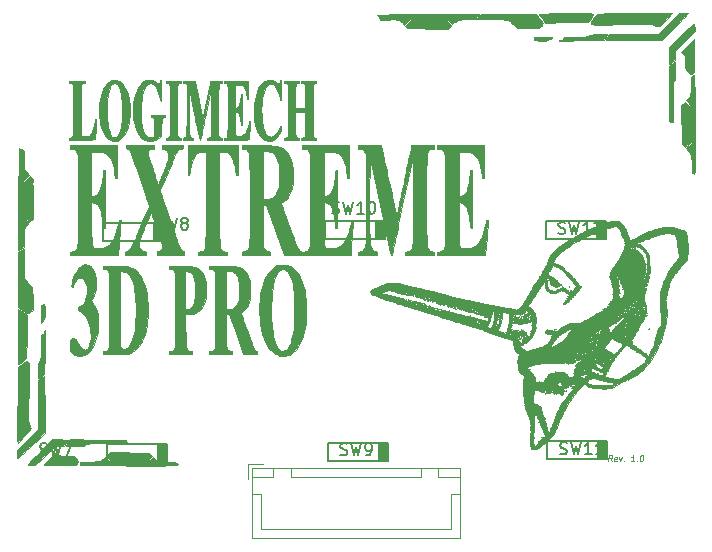
<source format=gto>
G04 #@! TF.GenerationSoftware,KiCad,Pcbnew,(5.1.5-0-10_14)*
G04 #@! TF.CreationDate,2020-10-11T12:28:21+03:00*
G04 #@! TF.ProjectId,LogiMech,4c6f6769-4d65-4636-982e-6b696361645f,rev?*
G04 #@! TF.SameCoordinates,Original*
G04 #@! TF.FileFunction,Legend,Top*
G04 #@! TF.FilePolarity,Positive*
%FSLAX46Y46*%
G04 Gerber Fmt 4.6, Leading zero omitted, Abs format (unit mm)*
G04 Created by KiCad (PCBNEW (5.1.5-0-10_14)) date 2020-10-11 12:28:21*
%MOMM*%
%LPD*%
G04 APERTURE LIST*
%ADD10C,0.125000*%
%ADD11C,0.010000*%
%ADD12C,0.120000*%
%ADD13C,0.150000*%
G04 APERTURE END LIST*
D10*
X150251183Y-104506190D02*
X150114278Y-104268095D01*
X149965468Y-104506190D02*
X150027968Y-104006190D01*
X150218444Y-104006190D01*
X150263087Y-104030000D01*
X150283921Y-104053809D01*
X150301778Y-104101428D01*
X150292849Y-104172857D01*
X150263087Y-104220476D01*
X150236302Y-104244285D01*
X150185706Y-104268095D01*
X149995230Y-104268095D01*
X150658921Y-104482380D02*
X150608325Y-104506190D01*
X150513087Y-104506190D01*
X150468444Y-104482380D01*
X150450587Y-104434761D01*
X150474397Y-104244285D01*
X150504159Y-104196666D01*
X150554754Y-104172857D01*
X150649992Y-104172857D01*
X150694635Y-104196666D01*
X150712492Y-104244285D01*
X150706540Y-104291904D01*
X150462492Y-104339523D01*
X150888087Y-104172857D02*
X150965468Y-104506190D01*
X151126183Y-104172857D01*
X151280944Y-104458571D02*
X151301778Y-104482380D01*
X151274992Y-104506190D01*
X151254159Y-104482380D01*
X151280944Y-104458571D01*
X151274992Y-104506190D01*
X152155944Y-104506190D02*
X151870230Y-104506190D01*
X152013087Y-104506190D02*
X152075587Y-104006190D01*
X152019040Y-104077619D01*
X151965468Y-104125238D01*
X151914873Y-104149047D01*
X152376183Y-104458571D02*
X152397016Y-104482380D01*
X152370230Y-104506190D01*
X152349397Y-104482380D01*
X152376183Y-104458571D01*
X152370230Y-104506190D01*
X152766063Y-104006190D02*
X152813683Y-104006190D01*
X152858325Y-104030000D01*
X152879159Y-104053809D01*
X152897016Y-104101428D01*
X152908921Y-104196666D01*
X152894040Y-104315714D01*
X152858325Y-104410952D01*
X152828563Y-104458571D01*
X152801778Y-104482380D01*
X152751183Y-104506190D01*
X152703563Y-104506190D01*
X152658921Y-104482380D01*
X152638087Y-104458571D01*
X152620230Y-104410952D01*
X152608325Y-104315714D01*
X152623206Y-104196666D01*
X152658921Y-104101428D01*
X152688683Y-104053809D01*
X152715468Y-104030000D01*
X152766063Y-104006190D01*
D11*
G36*
X105206786Y-104820706D02*
G01*
X105263054Y-104827705D01*
X105411487Y-104834581D01*
X105642653Y-104841276D01*
X105947117Y-104847731D01*
X106315445Y-104853888D01*
X106738204Y-104859688D01*
X107205960Y-104865072D01*
X107709278Y-104869981D01*
X108238725Y-104874356D01*
X108784867Y-104878140D01*
X109338270Y-104881272D01*
X109889500Y-104883695D01*
X110429123Y-104885349D01*
X110947706Y-104886176D01*
X111435814Y-104886117D01*
X111884013Y-104885113D01*
X112282870Y-104883106D01*
X112622951Y-104880037D01*
X112894822Y-104875846D01*
X113089049Y-104870476D01*
X113103500Y-104869886D01*
X113326787Y-104852907D01*
X113456513Y-104822037D01*
X113500293Y-104772661D01*
X113465740Y-104700162D01*
X113436240Y-104668160D01*
X113356030Y-104638710D01*
X113182263Y-104619019D01*
X112912000Y-104608841D01*
X112702947Y-104607200D01*
X112440471Y-104603611D01*
X112205152Y-104593806D01*
X112020716Y-104579224D01*
X111910887Y-104561304D01*
X111902962Y-104558667D01*
X111790223Y-104496028D01*
X111648324Y-104391855D01*
X111578246Y-104332097D01*
X111381180Y-104154060D01*
X111133000Y-104406030D01*
X111004052Y-104531514D01*
X110901098Y-104621771D01*
X110845705Y-104657944D01*
X110844809Y-104658000D01*
X110802683Y-104627303D01*
X110835482Y-104540206D01*
X110939130Y-104404192D01*
X111044565Y-104291064D01*
X111284330Y-104047639D01*
X111033400Y-103804361D01*
X107731400Y-103734467D01*
X107581561Y-103892095D01*
X107431723Y-104049723D01*
X107670461Y-104292106D01*
X107791372Y-104419904D01*
X107877252Y-104520298D01*
X107909200Y-104570844D01*
X107878211Y-104610245D01*
X107790985Y-104576195D01*
X107656129Y-104473458D01*
X107543067Y-104368225D01*
X107300444Y-104129251D01*
X107134922Y-104288909D01*
X107020998Y-104388510D01*
X106904948Y-104460159D01*
X106767491Y-104508311D01*
X106589342Y-104537421D01*
X106351221Y-104551945D01*
X106033845Y-104556339D01*
X105977280Y-104556400D01*
X105695756Y-104557292D01*
X105498787Y-104561564D01*
X105369329Y-104571605D01*
X105290343Y-104589804D01*
X105244786Y-104618551D01*
X105215617Y-104660237D01*
X105213881Y-104663453D01*
X105184919Y-104777497D01*
X105206786Y-104820706D01*
G37*
X105206786Y-104820706D02*
X105263054Y-104827705D01*
X105411487Y-104834581D01*
X105642653Y-104841276D01*
X105947117Y-104847731D01*
X106315445Y-104853888D01*
X106738204Y-104859688D01*
X107205960Y-104865072D01*
X107709278Y-104869981D01*
X108238725Y-104874356D01*
X108784867Y-104878140D01*
X109338270Y-104881272D01*
X109889500Y-104883695D01*
X110429123Y-104885349D01*
X110947706Y-104886176D01*
X111435814Y-104886117D01*
X111884013Y-104885113D01*
X112282870Y-104883106D01*
X112622951Y-104880037D01*
X112894822Y-104875846D01*
X113089049Y-104870476D01*
X113103500Y-104869886D01*
X113326787Y-104852907D01*
X113456513Y-104822037D01*
X113500293Y-104772661D01*
X113465740Y-104700162D01*
X113436240Y-104668160D01*
X113356030Y-104638710D01*
X113182263Y-104619019D01*
X112912000Y-104608841D01*
X112702947Y-104607200D01*
X112440471Y-104603611D01*
X112205152Y-104593806D01*
X112020716Y-104579224D01*
X111910887Y-104561304D01*
X111902962Y-104558667D01*
X111790223Y-104496028D01*
X111648324Y-104391855D01*
X111578246Y-104332097D01*
X111381180Y-104154060D01*
X111133000Y-104406030D01*
X111004052Y-104531514D01*
X110901098Y-104621771D01*
X110845705Y-104657944D01*
X110844809Y-104658000D01*
X110802683Y-104627303D01*
X110835482Y-104540206D01*
X110939130Y-104404192D01*
X111044565Y-104291064D01*
X111284330Y-104047639D01*
X111033400Y-103804361D01*
X107731400Y-103734467D01*
X107581561Y-103892095D01*
X107431723Y-104049723D01*
X107670461Y-104292106D01*
X107791372Y-104419904D01*
X107877252Y-104520298D01*
X107909200Y-104570844D01*
X107878211Y-104610245D01*
X107790985Y-104576195D01*
X107656129Y-104473458D01*
X107543067Y-104368225D01*
X107300444Y-104129251D01*
X107134922Y-104288909D01*
X107020998Y-104388510D01*
X106904948Y-104460159D01*
X106767491Y-104508311D01*
X106589342Y-104537421D01*
X106351221Y-104551945D01*
X106033845Y-104556339D01*
X105977280Y-104556400D01*
X105695756Y-104557292D01*
X105498787Y-104561564D01*
X105369329Y-104571605D01*
X105290343Y-104589804D01*
X105244786Y-104618551D01*
X105215617Y-104660237D01*
X105213881Y-104663453D01*
X105184919Y-104777497D01*
X105206786Y-104820706D01*
G36*
X104096265Y-103213093D02*
G01*
X104228133Y-103223310D01*
X104426410Y-103230898D01*
X104673505Y-103235057D01*
X104807519Y-103235600D01*
X105100853Y-103234862D01*
X105309408Y-103231143D01*
X105450001Y-103222186D01*
X105539450Y-103205734D01*
X105594572Y-103179528D01*
X105632186Y-103141311D01*
X105645418Y-103123126D01*
X105668429Y-103092814D01*
X105697530Y-103068494D01*
X105743283Y-103049492D01*
X105816248Y-103035135D01*
X105926988Y-103024750D01*
X106086063Y-103017664D01*
X106304035Y-103013204D01*
X106591466Y-103010697D01*
X106958916Y-103009470D01*
X107416947Y-103008850D01*
X107438998Y-103008826D01*
X109153800Y-103007000D01*
X109169275Y-102873503D01*
X109160236Y-102767197D01*
X109084876Y-102718359D01*
X109067675Y-102714160D01*
X108993756Y-102708647D01*
X108829078Y-102703217D01*
X108584486Y-102698017D01*
X108270821Y-102693198D01*
X107898925Y-102688908D01*
X107479641Y-102685297D01*
X107023811Y-102682514D01*
X106664600Y-102681061D01*
X104378600Y-102673810D01*
X104213500Y-102920153D01*
X104124526Y-103058393D01*
X104064585Y-103162022D01*
X104048400Y-103201048D01*
X104096265Y-103213093D01*
G37*
X104096265Y-103213093D02*
X104228133Y-103223310D01*
X104426410Y-103230898D01*
X104673505Y-103235057D01*
X104807519Y-103235600D01*
X105100853Y-103234862D01*
X105309408Y-103231143D01*
X105450001Y-103222186D01*
X105539450Y-103205734D01*
X105594572Y-103179528D01*
X105632186Y-103141311D01*
X105645418Y-103123126D01*
X105668429Y-103092814D01*
X105697530Y-103068494D01*
X105743283Y-103049492D01*
X105816248Y-103035135D01*
X105926988Y-103024750D01*
X106086063Y-103017664D01*
X106304035Y-103013204D01*
X106591466Y-103010697D01*
X106958916Y-103009470D01*
X107416947Y-103008850D01*
X107438998Y-103008826D01*
X109153800Y-103007000D01*
X109169275Y-102873503D01*
X109160236Y-102767197D01*
X109084876Y-102718359D01*
X109067675Y-102714160D01*
X108993756Y-102708647D01*
X108829078Y-102703217D01*
X108584486Y-102698017D01*
X108270821Y-102693198D01*
X107898925Y-102688908D01*
X107479641Y-102685297D01*
X107023811Y-102682514D01*
X106664600Y-102681061D01*
X104378600Y-102673810D01*
X104213500Y-102920153D01*
X104124526Y-103058393D01*
X104064585Y-103162022D01*
X104048400Y-103201048D01*
X104096265Y-103213093D01*
G36*
X102550707Y-104815059D02*
G01*
X102734638Y-104816998D01*
X102994945Y-104819502D01*
X103306405Y-104822342D01*
X103643798Y-104825287D01*
X103939364Y-104827759D01*
X104922528Y-104835800D01*
X104993464Y-104698622D01*
X105047017Y-104582737D01*
X105054202Y-104497657D01*
X105009224Y-104403263D01*
X104937400Y-104301796D01*
X104937400Y-104556400D01*
X104962800Y-104581800D01*
X104937400Y-104607200D01*
X104912000Y-104581800D01*
X104937400Y-104556400D01*
X104937400Y-104301796D01*
X104935824Y-104299569D01*
X104856549Y-104205276D01*
X104767691Y-104139276D01*
X104649790Y-104096329D01*
X104483387Y-104071195D01*
X104249021Y-104058633D01*
X104025418Y-104054410D01*
X103792813Y-104050171D01*
X103637098Y-104040172D01*
X103533562Y-104018528D01*
X103457496Y-103979355D01*
X103384188Y-103916767D01*
X103363368Y-103896744D01*
X103206900Y-103745089D01*
X102676057Y-104277744D01*
X102145215Y-104810400D01*
X102550707Y-104815059D01*
G37*
X102550707Y-104815059D02*
X102734638Y-104816998D01*
X102994945Y-104819502D01*
X103306405Y-104822342D01*
X103643798Y-104825287D01*
X103939364Y-104827759D01*
X104922528Y-104835800D01*
X104993464Y-104698622D01*
X105047017Y-104582737D01*
X105054202Y-104497657D01*
X105009224Y-104403263D01*
X104937400Y-104301796D01*
X104937400Y-104556400D01*
X104962800Y-104581800D01*
X104937400Y-104607200D01*
X104912000Y-104581800D01*
X104937400Y-104556400D01*
X104937400Y-104301796D01*
X104935824Y-104299569D01*
X104856549Y-104205276D01*
X104767691Y-104139276D01*
X104649790Y-104096329D01*
X104483387Y-104071195D01*
X104249021Y-104058633D01*
X104025418Y-104054410D01*
X103792813Y-104050171D01*
X103637098Y-104040172D01*
X103533562Y-104018528D01*
X103457496Y-103979355D01*
X103384188Y-103916767D01*
X103363368Y-103896744D01*
X103206900Y-103745089D01*
X102676057Y-104277744D01*
X102145215Y-104810400D01*
X102550707Y-104815059D01*
G36*
X100805363Y-104815445D02*
G01*
X100886947Y-104836322D01*
X101033286Y-104850583D01*
X101158022Y-104854467D01*
X101449799Y-104855863D01*
X102279199Y-104047927D01*
X103108600Y-103239990D01*
X103497534Y-103237795D01*
X103886469Y-103235600D01*
X104069034Y-102981482D01*
X104164857Y-102844315D01*
X104230969Y-102742438D01*
X104251600Y-102702082D01*
X104203858Y-102692932D01*
X104072860Y-102685286D01*
X103876947Y-102679803D01*
X103634458Y-102677142D01*
X103553100Y-102676993D01*
X102854600Y-102677186D01*
X101799540Y-103727501D01*
X101461035Y-104067778D01*
X101190887Y-104346496D01*
X100990527Y-104562091D01*
X100861385Y-104712999D01*
X100804890Y-104797653D01*
X100805363Y-104815445D01*
G37*
X100805363Y-104815445D02*
X100886947Y-104836322D01*
X101033286Y-104850583D01*
X101158022Y-104854467D01*
X101449799Y-104855863D01*
X102279199Y-104047927D01*
X103108600Y-103239990D01*
X103497534Y-103237795D01*
X103886469Y-103235600D01*
X104069034Y-102981482D01*
X104164857Y-102844315D01*
X104230969Y-102742438D01*
X104251600Y-102702082D01*
X104203858Y-102692932D01*
X104072860Y-102685286D01*
X103876947Y-102679803D01*
X103634458Y-102677142D01*
X103553100Y-102676993D01*
X102854600Y-102677186D01*
X101799540Y-103727501D01*
X101461035Y-104067778D01*
X101190887Y-104346496D01*
X100990527Y-104562091D01*
X100861385Y-104712999D01*
X100804890Y-104797653D01*
X100805363Y-104815445D01*
G36*
X101917411Y-92266066D02*
G01*
X101924608Y-92497193D01*
X101935430Y-92672431D01*
X101948922Y-92773493D01*
X101956360Y-92790489D01*
X101999125Y-92763053D01*
X102068152Y-92665793D01*
X102134160Y-92547112D01*
X102202606Y-92387662D01*
X102244951Y-92218869D01*
X102263154Y-92018350D01*
X102259174Y-91763722D01*
X102234970Y-91432600D01*
X102233317Y-91414224D01*
X102216652Y-91281961D01*
X102187155Y-91229313D01*
X102126874Y-91234427D01*
X102095016Y-91245881D01*
X101993795Y-91269483D01*
X101945423Y-91260490D01*
X101934845Y-91297386D01*
X101925849Y-91419300D01*
X101919124Y-91609655D01*
X101915359Y-91851874D01*
X101914800Y-91997335D01*
X101917411Y-92266066D01*
G37*
X101917411Y-92266066D02*
X101924608Y-92497193D01*
X101935430Y-92672431D01*
X101948922Y-92773493D01*
X101956360Y-92790489D01*
X101999125Y-92763053D01*
X102068152Y-92665793D01*
X102134160Y-92547112D01*
X102202606Y-92387662D01*
X102244951Y-92218869D01*
X102263154Y-92018350D01*
X102259174Y-91763722D01*
X102234970Y-91432600D01*
X102233317Y-91414224D01*
X102216652Y-91281961D01*
X102187155Y-91229313D01*
X102126874Y-91234427D01*
X102095016Y-91245881D01*
X101993795Y-91269483D01*
X101945423Y-91260490D01*
X101934845Y-91297386D01*
X101925849Y-91419300D01*
X101919124Y-91609655D01*
X101915359Y-91851874D01*
X101914800Y-91997335D01*
X101917411Y-92266066D01*
G36*
X101681079Y-97374545D02*
G01*
X101689054Y-97448404D01*
X101690151Y-97450793D01*
X101742538Y-97447970D01*
X101852055Y-97397824D01*
X101966986Y-97328969D01*
X102217774Y-97165000D01*
X102218687Y-96347726D01*
X102219852Y-96044537D01*
X102222579Y-95669420D01*
X102226576Y-95252033D01*
X102231552Y-94822030D01*
X102237215Y-94409066D01*
X102238645Y-94315726D01*
X102243010Y-93997810D01*
X102245373Y-93735959D01*
X102245757Y-93539563D01*
X102244189Y-93418016D01*
X102240693Y-93380708D01*
X102236246Y-93421933D01*
X102215652Y-93612813D01*
X102184922Y-93708384D01*
X102153700Y-93720898D01*
X102060631Y-93723664D01*
X102003700Y-93744651D01*
X101972840Y-93769071D01*
X101950009Y-93815216D01*
X101934023Y-93896838D01*
X101923695Y-94027688D01*
X101917842Y-94221514D01*
X101915278Y-94492067D01*
X101914800Y-94776283D01*
X101914038Y-95120539D01*
X101910788Y-95379152D01*
X101903598Y-95568072D01*
X101891017Y-95703252D01*
X101871595Y-95800641D01*
X101843882Y-95876192D01*
X101808808Y-95941834D01*
X101762385Y-96035679D01*
X101729820Y-96147058D01*
X101707822Y-96297588D01*
X101693098Y-96508887D01*
X101683461Y-96765062D01*
X101678079Y-97012086D01*
X101677353Y-97222176D01*
X101681079Y-97374545D01*
G37*
X101681079Y-97374545D02*
X101689054Y-97448404D01*
X101690151Y-97450793D01*
X101742538Y-97447970D01*
X101852055Y-97397824D01*
X101966986Y-97328969D01*
X102217774Y-97165000D01*
X102218687Y-96347726D01*
X102219852Y-96044537D01*
X102222579Y-95669420D01*
X102226576Y-95252033D01*
X102231552Y-94822030D01*
X102237215Y-94409066D01*
X102238645Y-94315726D01*
X102243010Y-93997810D01*
X102245373Y-93735959D01*
X102245757Y-93539563D01*
X102244189Y-93418016D01*
X102240693Y-93380708D01*
X102236246Y-93421933D01*
X102215652Y-93612813D01*
X102184922Y-93708384D01*
X102153700Y-93720898D01*
X102060631Y-93723664D01*
X102003700Y-93744651D01*
X101972840Y-93769071D01*
X101950009Y-93815216D01*
X101934023Y-93896838D01*
X101923695Y-94027688D01*
X101917842Y-94221514D01*
X101915278Y-94492067D01*
X101914800Y-94776283D01*
X101914038Y-95120539D01*
X101910788Y-95379152D01*
X101903598Y-95568072D01*
X101891017Y-95703252D01*
X101871595Y-95800641D01*
X101843882Y-95876192D01*
X101808808Y-95941834D01*
X101762385Y-96035679D01*
X101729820Y-96147058D01*
X101707822Y-96297588D01*
X101693098Y-96508887D01*
X101683461Y-96765062D01*
X101678079Y-97012086D01*
X101677353Y-97222176D01*
X101681079Y-97374545D01*
G36*
X99906465Y-103917542D02*
G01*
X99917388Y-104092889D01*
X99932011Y-104224077D01*
X99946732Y-104281666D01*
X99987846Y-104253814D01*
X100092088Y-104162662D01*
X100250563Y-104016572D01*
X100454378Y-103823906D01*
X100694638Y-103593026D01*
X100962450Y-103332294D01*
X101097097Y-103200058D01*
X102221611Y-102092600D01*
X102220605Y-99689301D01*
X102219865Y-99113976D01*
X102218040Y-98633189D01*
X102214937Y-98239884D01*
X102210365Y-97927005D01*
X102204129Y-97687492D01*
X102196040Y-97514291D01*
X102185903Y-97400343D01*
X102173526Y-97338592D01*
X102158718Y-97321981D01*
X102156100Y-97323046D01*
X102078962Y-97371825D01*
X101953391Y-97454706D01*
X101876700Y-97506285D01*
X101660800Y-97652480D01*
X101660800Y-101849662D01*
X100776423Y-102714466D01*
X99892047Y-103579269D01*
X99906465Y-103917542D01*
G37*
X99906465Y-103917542D02*
X99917388Y-104092889D01*
X99932011Y-104224077D01*
X99946732Y-104281666D01*
X99987846Y-104253814D01*
X100092088Y-104162662D01*
X100250563Y-104016572D01*
X100454378Y-103823906D01*
X100694638Y-103593026D01*
X100962450Y-103332294D01*
X101097097Y-103200058D01*
X102221611Y-102092600D01*
X102220605Y-99689301D01*
X102219865Y-99113976D01*
X102218040Y-98633189D01*
X102214937Y-98239884D01*
X102210365Y-97927005D01*
X102204129Y-97687492D01*
X102196040Y-97514291D01*
X102185903Y-97400343D01*
X102173526Y-97338592D01*
X102158718Y-97321981D01*
X102156100Y-97323046D01*
X102078962Y-97371825D01*
X101953391Y-97454706D01*
X101876700Y-97506285D01*
X101660800Y-97652480D01*
X101660800Y-101849662D01*
X100776423Y-102714466D01*
X99892047Y-103579269D01*
X99906465Y-103917542D01*
G36*
X100205177Y-86515417D02*
G01*
X100441600Y-86400554D01*
X100441599Y-85677384D01*
X100444852Y-85406210D01*
X100453776Y-85162705D01*
X100467119Y-84969273D01*
X100483627Y-84848320D01*
X100488997Y-84829550D01*
X100551268Y-84715944D01*
X100653008Y-84574919D01*
X100701130Y-84517262D01*
X100787050Y-84403254D01*
X100824775Y-84319043D01*
X100818833Y-84294486D01*
X100722351Y-84208802D01*
X100612796Y-84092417D01*
X100510178Y-83969613D01*
X100434506Y-83864669D01*
X100405787Y-83801869D01*
X100407971Y-83795895D01*
X100458861Y-83810755D01*
X100558855Y-83883730D01*
X100686987Y-83999363D01*
X100696108Y-84008301D01*
X100948276Y-84256676D01*
X101098984Y-84112288D01*
X101249693Y-83967900D01*
X101231583Y-82565450D01*
X101226349Y-82193429D01*
X101220718Y-81851097D01*
X101214987Y-81552675D01*
X101209455Y-81312387D01*
X101204421Y-81144454D01*
X101200185Y-81063100D01*
X101199978Y-81061400D01*
X101202688Y-80931739D01*
X101220874Y-80832800D01*
X101217852Y-80683957D01*
X101148243Y-80540700D01*
X101071525Y-80434962D01*
X101014633Y-80378510D01*
X101006201Y-80375600D01*
X100955714Y-80409231D01*
X100856098Y-80497648D01*
X100728366Y-80622135D01*
X100721000Y-80629600D01*
X100591547Y-80755639D01*
X100488066Y-80846532D01*
X100432010Y-80883503D01*
X100430809Y-80883600D01*
X100391424Y-80857779D01*
X100425757Y-80777917D01*
X100535940Y-80640416D01*
X100644372Y-80523504D01*
X100897944Y-80259033D01*
X100700798Y-80045155D01*
X100594486Y-79918488D01*
X100520331Y-79793515D01*
X100474283Y-79650053D01*
X100452295Y-79467922D01*
X100450316Y-79226940D01*
X100464300Y-78906926D01*
X100466105Y-78875254D01*
X100501969Y-78253465D01*
X100283227Y-78123023D01*
X100155824Y-78051035D01*
X100070253Y-78010198D01*
X100050632Y-78006434D01*
X100048143Y-78058133D01*
X100045005Y-78204011D01*
X100041301Y-78436647D01*
X100037114Y-78748623D01*
X100032525Y-79132517D01*
X100027616Y-79580912D01*
X100022470Y-80086388D01*
X100017169Y-80641524D01*
X100011796Y-81238903D01*
X100006432Y-81871103D01*
X100002767Y-82325283D01*
X99968755Y-86630280D01*
X100205177Y-86515417D01*
G37*
X100205177Y-86515417D02*
X100441600Y-86400554D01*
X100441599Y-85677384D01*
X100444852Y-85406210D01*
X100453776Y-85162705D01*
X100467119Y-84969273D01*
X100483627Y-84848320D01*
X100488997Y-84829550D01*
X100551268Y-84715944D01*
X100653008Y-84574919D01*
X100701130Y-84517262D01*
X100787050Y-84403254D01*
X100824775Y-84319043D01*
X100818833Y-84294486D01*
X100722351Y-84208802D01*
X100612796Y-84092417D01*
X100510178Y-83969613D01*
X100434506Y-83864669D01*
X100405787Y-83801869D01*
X100407971Y-83795895D01*
X100458861Y-83810755D01*
X100558855Y-83883730D01*
X100686987Y-83999363D01*
X100696108Y-84008301D01*
X100948276Y-84256676D01*
X101098984Y-84112288D01*
X101249693Y-83967900D01*
X101231583Y-82565450D01*
X101226349Y-82193429D01*
X101220718Y-81851097D01*
X101214987Y-81552675D01*
X101209455Y-81312387D01*
X101204421Y-81144454D01*
X101200185Y-81063100D01*
X101199978Y-81061400D01*
X101202688Y-80931739D01*
X101220874Y-80832800D01*
X101217852Y-80683957D01*
X101148243Y-80540700D01*
X101071525Y-80434962D01*
X101014633Y-80378510D01*
X101006201Y-80375600D01*
X100955714Y-80409231D01*
X100856098Y-80497648D01*
X100728366Y-80622135D01*
X100721000Y-80629600D01*
X100591547Y-80755639D01*
X100488066Y-80846532D01*
X100432010Y-80883503D01*
X100430809Y-80883600D01*
X100391424Y-80857779D01*
X100425757Y-80777917D01*
X100535940Y-80640416D01*
X100644372Y-80523504D01*
X100897944Y-80259033D01*
X100700798Y-80045155D01*
X100594486Y-79918488D01*
X100520331Y-79793515D01*
X100474283Y-79650053D01*
X100452295Y-79467922D01*
X100450316Y-79226940D01*
X100464300Y-78906926D01*
X100466105Y-78875254D01*
X100501969Y-78253465D01*
X100283227Y-78123023D01*
X100155824Y-78051035D01*
X100070253Y-78010198D01*
X100050632Y-78006434D01*
X100048143Y-78058133D01*
X100045005Y-78204011D01*
X100041301Y-78436647D01*
X100037114Y-78748623D01*
X100032525Y-79132517D01*
X100027616Y-79580912D01*
X100022470Y-80086388D01*
X100017169Y-80641524D01*
X100011796Y-81238903D01*
X100006432Y-81871103D01*
X100002767Y-82325283D01*
X99968755Y-86630280D01*
X100205177Y-86515417D01*
G36*
X100349113Y-91714001D02*
G01*
X100523595Y-91832161D01*
X100671059Y-91928054D01*
X100768169Y-91986660D01*
X100787848Y-91996360D01*
X100860720Y-91979042D01*
X100969975Y-91905746D01*
X101029148Y-91853154D01*
X101203600Y-91684069D01*
X101203600Y-90763395D01*
X101203268Y-90436993D01*
X101201005Y-90196755D01*
X101194910Y-90027241D01*
X101183081Y-89913016D01*
X101163617Y-89838642D01*
X101134617Y-89788682D01*
X101094178Y-89747699D01*
X101076600Y-89732297D01*
X100989076Y-89640523D01*
X100949764Y-89568326D01*
X100949600Y-89565300D01*
X100912455Y-89531600D01*
X100870761Y-89538983D01*
X100818239Y-89542642D01*
X100825672Y-89514628D01*
X100814604Y-89447974D01*
X100747002Y-89344502D01*
X100707406Y-89299310D01*
X100626225Y-89210602D01*
X100563520Y-89127884D01*
X100516906Y-89036976D01*
X100483999Y-88923696D01*
X100462414Y-88773864D01*
X100449766Y-88573298D01*
X100443672Y-88307818D01*
X100441746Y-87963241D01*
X100441600Y-87718507D01*
X100441600Y-86520335D01*
X100241846Y-86622241D01*
X100113717Y-86693961D01*
X100028757Y-86753268D01*
X100014928Y-86768101D01*
X100009252Y-86826432D01*
X100003750Y-86976050D01*
X99998565Y-87206642D01*
X99993838Y-87507893D01*
X99989710Y-87869490D01*
X99986322Y-88281121D01*
X99983816Y-88732471D01*
X99982496Y-89134788D01*
X99977227Y-91457521D01*
X100349113Y-91714001D01*
G37*
X100349113Y-91714001D02*
X100523595Y-91832161D01*
X100671059Y-91928054D01*
X100768169Y-91986660D01*
X100787848Y-91996360D01*
X100860720Y-91979042D01*
X100969975Y-91905746D01*
X101029148Y-91853154D01*
X101203600Y-91684069D01*
X101203600Y-90763395D01*
X101203268Y-90436993D01*
X101201005Y-90196755D01*
X101194910Y-90027241D01*
X101183081Y-89913016D01*
X101163617Y-89838642D01*
X101134617Y-89788682D01*
X101094178Y-89747699D01*
X101076600Y-89732297D01*
X100989076Y-89640523D01*
X100949764Y-89568326D01*
X100949600Y-89565300D01*
X100912455Y-89531600D01*
X100870761Y-89538983D01*
X100818239Y-89542642D01*
X100825672Y-89514628D01*
X100814604Y-89447974D01*
X100747002Y-89344502D01*
X100707406Y-89299310D01*
X100626225Y-89210602D01*
X100563520Y-89127884D01*
X100516906Y-89036976D01*
X100483999Y-88923696D01*
X100462414Y-88773864D01*
X100449766Y-88573298D01*
X100443672Y-88307818D01*
X100441746Y-87963241D01*
X100441600Y-87718507D01*
X100441600Y-86520335D01*
X100241846Y-86622241D01*
X100113717Y-86693961D01*
X100028757Y-86753268D01*
X100014928Y-86768101D01*
X100009252Y-86826432D01*
X100003750Y-86976050D01*
X99998565Y-87206642D01*
X99993838Y-87507893D01*
X99989710Y-87869490D01*
X99986322Y-88281121D01*
X99983816Y-88732471D01*
X99982496Y-89134788D01*
X99977227Y-91457521D01*
X100349113Y-91714001D01*
G36*
X99929666Y-101659850D02*
G01*
X99930415Y-102145144D01*
X99931895Y-102594888D01*
X99932265Y-102675933D01*
X99933599Y-102954467D01*
X100479699Y-102409850D01*
X100719009Y-102165247D01*
X100887870Y-101974401D01*
X100992400Y-101824282D01*
X101038719Y-101701866D01*
X101032946Y-101594124D01*
X100981198Y-101488030D01*
X100939510Y-101430910D01*
X100915562Y-101398936D01*
X100895612Y-101363393D01*
X100879432Y-101315610D01*
X100866798Y-101246915D01*
X100857484Y-101148638D01*
X100851263Y-101012106D01*
X100847910Y-100828648D01*
X100847200Y-100589593D01*
X100848906Y-100286270D01*
X100852804Y-99910007D01*
X100858666Y-99452132D01*
X100866267Y-98903975D01*
X100868888Y-98718146D01*
X100876853Y-98133471D01*
X100882762Y-97642196D01*
X100886491Y-97236142D01*
X100887918Y-96907126D01*
X100886918Y-96646968D01*
X100883368Y-96447486D01*
X100877143Y-96300501D01*
X100868120Y-96197831D01*
X100856175Y-96131296D01*
X100841185Y-96092713D01*
X100828935Y-96078057D01*
X100778165Y-96056349D01*
X100704293Y-96071458D01*
X100589206Y-96131053D01*
X100414791Y-96242805D01*
X100372006Y-96271541D01*
X100263800Y-96346286D01*
X100263800Y-99882800D01*
X100289200Y-99908200D01*
X100263800Y-99933600D01*
X100238400Y-99908200D01*
X100263800Y-99882800D01*
X100263800Y-96346286D01*
X100199999Y-96390359D01*
X100061700Y-96491036D01*
X99977953Y-96558166D01*
X99963590Y-96573372D01*
X99959409Y-96629339D01*
X99955306Y-96777110D01*
X99951331Y-97006888D01*
X99947533Y-97308876D01*
X99943964Y-97673279D01*
X99940674Y-98090300D01*
X99937713Y-98550143D01*
X99935130Y-99043010D01*
X99932977Y-99559106D01*
X99931304Y-100088635D01*
X99930161Y-100621799D01*
X99929598Y-101148803D01*
X99929666Y-101659850D01*
G37*
X99929666Y-101659850D02*
X99930415Y-102145144D01*
X99931895Y-102594888D01*
X99932265Y-102675933D01*
X99933599Y-102954467D01*
X100479699Y-102409850D01*
X100719009Y-102165247D01*
X100887870Y-101974401D01*
X100992400Y-101824282D01*
X101038719Y-101701866D01*
X101032946Y-101594124D01*
X100981198Y-101488030D01*
X100939510Y-101430910D01*
X100915562Y-101398936D01*
X100895612Y-101363393D01*
X100879432Y-101315610D01*
X100866798Y-101246915D01*
X100857484Y-101148638D01*
X100851263Y-101012106D01*
X100847910Y-100828648D01*
X100847200Y-100589593D01*
X100848906Y-100286270D01*
X100852804Y-99910007D01*
X100858666Y-99452132D01*
X100866267Y-98903975D01*
X100868888Y-98718146D01*
X100876853Y-98133471D01*
X100882762Y-97642196D01*
X100886491Y-97236142D01*
X100887918Y-96907126D01*
X100886918Y-96646968D01*
X100883368Y-96447486D01*
X100877143Y-96300501D01*
X100868120Y-96197831D01*
X100856175Y-96131296D01*
X100841185Y-96092713D01*
X100828935Y-96078057D01*
X100778165Y-96056349D01*
X100704293Y-96071458D01*
X100589206Y-96131053D01*
X100414791Y-96242805D01*
X100372006Y-96271541D01*
X100263800Y-96346286D01*
X100263800Y-99882800D01*
X100289200Y-99908200D01*
X100263800Y-99933600D01*
X100238400Y-99908200D01*
X100263800Y-99882800D01*
X100263800Y-96346286D01*
X100199999Y-96390359D01*
X100061700Y-96491036D01*
X99977953Y-96558166D01*
X99963590Y-96573372D01*
X99959409Y-96629339D01*
X99955306Y-96777110D01*
X99951331Y-97006888D01*
X99947533Y-97308876D01*
X99943964Y-97673279D01*
X99940674Y-98090300D01*
X99937713Y-98550143D01*
X99935130Y-99043010D01*
X99932977Y-99559106D01*
X99931304Y-100088635D01*
X99930161Y-100621799D01*
X99929598Y-101148803D01*
X99929666Y-101659850D01*
G36*
X99939608Y-95456322D02*
G01*
X99943978Y-95773566D01*
X99950825Y-96009084D01*
X99960243Y-96167839D01*
X99972327Y-96254792D01*
X99984183Y-96276000D01*
X100057950Y-96247649D01*
X100183312Y-96174923D01*
X100333528Y-96076305D01*
X100481857Y-95970281D01*
X100601559Y-95875336D01*
X100665893Y-95809957D01*
X100669756Y-95802075D01*
X100674693Y-95739005D01*
X100680371Y-95586295D01*
X100686529Y-95355900D01*
X100692906Y-95059774D01*
X100699242Y-94709872D01*
X100705278Y-94318150D01*
X100710131Y-93948531D01*
X100731826Y-92154462D01*
X100360407Y-91903831D01*
X100192893Y-91792066D01*
X100060267Y-91705976D01*
X99982647Y-91658511D01*
X99971121Y-91653200D01*
X99967187Y-91702319D01*
X99962997Y-91842955D01*
X99958686Y-92065025D01*
X99954387Y-92358446D01*
X99950234Y-92713136D01*
X99946362Y-93119013D01*
X99942903Y-93565993D01*
X99940422Y-93964600D01*
X99937924Y-94556801D01*
X99937621Y-95052388D01*
X99939608Y-95456322D01*
G37*
X99939608Y-95456322D02*
X99943978Y-95773566D01*
X99950825Y-96009084D01*
X99960243Y-96167839D01*
X99972327Y-96254792D01*
X99984183Y-96276000D01*
X100057950Y-96247649D01*
X100183312Y-96174923D01*
X100333528Y-96076305D01*
X100481857Y-95970281D01*
X100601559Y-95875336D01*
X100665893Y-95809957D01*
X100669756Y-95802075D01*
X100674693Y-95739005D01*
X100680371Y-95586295D01*
X100686529Y-95355900D01*
X100692906Y-95059774D01*
X100699242Y-94709872D01*
X100705278Y-94318150D01*
X100710131Y-93948531D01*
X100731826Y-92154462D01*
X100360407Y-91903831D01*
X100192893Y-91792066D01*
X100060267Y-91705976D01*
X99982647Y-91658511D01*
X99971121Y-91653200D01*
X99967187Y-91702319D01*
X99962997Y-91842955D01*
X99958686Y-92065025D01*
X99954387Y-92358446D01*
X99950234Y-92713136D01*
X99946362Y-93119013D01*
X99942903Y-93565993D01*
X99940422Y-93964600D01*
X99937924Y-94556801D01*
X99937621Y-95052388D01*
X99939608Y-95456322D01*
G36*
X147856322Y-66599608D02*
G01*
X148173566Y-66603978D01*
X148409084Y-66610825D01*
X148567839Y-66620243D01*
X148654792Y-66632327D01*
X148676000Y-66644183D01*
X148647649Y-66717950D01*
X148574923Y-66843312D01*
X148476305Y-66993528D01*
X148370281Y-67141857D01*
X148275336Y-67261559D01*
X148209957Y-67325893D01*
X148202075Y-67329756D01*
X148139005Y-67334693D01*
X147986295Y-67340371D01*
X147755900Y-67346529D01*
X147459774Y-67352906D01*
X147109872Y-67359242D01*
X146718150Y-67365278D01*
X146348531Y-67370131D01*
X144554462Y-67391826D01*
X144303831Y-67020407D01*
X144192066Y-66852893D01*
X144105976Y-66720267D01*
X144058511Y-66642647D01*
X144053200Y-66631121D01*
X144102319Y-66627187D01*
X144242955Y-66622997D01*
X144465025Y-66618686D01*
X144758446Y-66614387D01*
X145113136Y-66610234D01*
X145519013Y-66606362D01*
X145965993Y-66602903D01*
X146364600Y-66600422D01*
X146956801Y-66597924D01*
X147452388Y-66597621D01*
X147856322Y-66599608D01*
G37*
X147856322Y-66599608D02*
X148173566Y-66603978D01*
X148409084Y-66610825D01*
X148567839Y-66620243D01*
X148654792Y-66632327D01*
X148676000Y-66644183D01*
X148647649Y-66717950D01*
X148574923Y-66843312D01*
X148476305Y-66993528D01*
X148370281Y-67141857D01*
X148275336Y-67261559D01*
X148209957Y-67325893D01*
X148202075Y-67329756D01*
X148139005Y-67334693D01*
X147986295Y-67340371D01*
X147755900Y-67346529D01*
X147459774Y-67352906D01*
X147109872Y-67359242D01*
X146718150Y-67365278D01*
X146348531Y-67370131D01*
X144554462Y-67391826D01*
X144303831Y-67020407D01*
X144192066Y-66852893D01*
X144105976Y-66720267D01*
X144058511Y-66642647D01*
X144053200Y-66631121D01*
X144102319Y-66627187D01*
X144242955Y-66622997D01*
X144465025Y-66618686D01*
X144758446Y-66614387D01*
X145113136Y-66610234D01*
X145519013Y-66606362D01*
X145965993Y-66602903D01*
X146364600Y-66600422D01*
X146956801Y-66597924D01*
X147452388Y-66597621D01*
X147856322Y-66599608D01*
G36*
X154059850Y-66589666D02*
G01*
X154545144Y-66590415D01*
X154994888Y-66591895D01*
X155075933Y-66592265D01*
X155354467Y-66593599D01*
X154809850Y-67139699D01*
X154565247Y-67379009D01*
X154374401Y-67547870D01*
X154224282Y-67652400D01*
X154101866Y-67698719D01*
X153994124Y-67692946D01*
X153888030Y-67641198D01*
X153830910Y-67599510D01*
X153798936Y-67575562D01*
X153763393Y-67555612D01*
X153715610Y-67539432D01*
X153646915Y-67526798D01*
X153548638Y-67517484D01*
X153412106Y-67511263D01*
X153228648Y-67507910D01*
X152989593Y-67507200D01*
X152686270Y-67508906D01*
X152310007Y-67512804D01*
X151852132Y-67518666D01*
X151303975Y-67526267D01*
X151118146Y-67528888D01*
X150533471Y-67536853D01*
X150042196Y-67542762D01*
X149636142Y-67546491D01*
X149307126Y-67547918D01*
X149046968Y-67546918D01*
X148847486Y-67543368D01*
X148700501Y-67537143D01*
X148597831Y-67528120D01*
X148531296Y-67516175D01*
X148492713Y-67501185D01*
X148478057Y-67488935D01*
X148456349Y-67438165D01*
X148471458Y-67364293D01*
X148531053Y-67249206D01*
X148642805Y-67074791D01*
X148671541Y-67032006D01*
X148746286Y-66923800D01*
X152282800Y-66923800D01*
X152308200Y-66949200D01*
X152333600Y-66923800D01*
X152308200Y-66898400D01*
X152282800Y-66923800D01*
X148746286Y-66923800D01*
X148790359Y-66859999D01*
X148891036Y-66721700D01*
X148958166Y-66637953D01*
X148973372Y-66623590D01*
X149029339Y-66619409D01*
X149177110Y-66615306D01*
X149406888Y-66611331D01*
X149708876Y-66607533D01*
X150073279Y-66603964D01*
X150490300Y-66600674D01*
X150950143Y-66597713D01*
X151443010Y-66595130D01*
X151959106Y-66592977D01*
X152488635Y-66591304D01*
X153021799Y-66590161D01*
X153548803Y-66589598D01*
X154059850Y-66589666D01*
G37*
X154059850Y-66589666D02*
X154545144Y-66590415D01*
X154994888Y-66591895D01*
X155075933Y-66592265D01*
X155354467Y-66593599D01*
X154809850Y-67139699D01*
X154565247Y-67379009D01*
X154374401Y-67547870D01*
X154224282Y-67652400D01*
X154101866Y-67698719D01*
X153994124Y-67692946D01*
X153888030Y-67641198D01*
X153830910Y-67599510D01*
X153798936Y-67575562D01*
X153763393Y-67555612D01*
X153715610Y-67539432D01*
X153646915Y-67526798D01*
X153548638Y-67517484D01*
X153412106Y-67511263D01*
X153228648Y-67507910D01*
X152989593Y-67507200D01*
X152686270Y-67508906D01*
X152310007Y-67512804D01*
X151852132Y-67518666D01*
X151303975Y-67526267D01*
X151118146Y-67528888D01*
X150533471Y-67536853D01*
X150042196Y-67542762D01*
X149636142Y-67546491D01*
X149307126Y-67547918D01*
X149046968Y-67546918D01*
X148847486Y-67543368D01*
X148700501Y-67537143D01*
X148597831Y-67528120D01*
X148531296Y-67516175D01*
X148492713Y-67501185D01*
X148478057Y-67488935D01*
X148456349Y-67438165D01*
X148471458Y-67364293D01*
X148531053Y-67249206D01*
X148642805Y-67074791D01*
X148671541Y-67032006D01*
X148746286Y-66923800D01*
X152282800Y-66923800D01*
X152308200Y-66949200D01*
X152333600Y-66923800D01*
X152308200Y-66898400D01*
X152282800Y-66923800D01*
X148746286Y-66923800D01*
X148790359Y-66859999D01*
X148891036Y-66721700D01*
X148958166Y-66637953D01*
X148973372Y-66623590D01*
X149029339Y-66619409D01*
X149177110Y-66615306D01*
X149406888Y-66611331D01*
X149708876Y-66607533D01*
X150073279Y-66603964D01*
X150490300Y-66600674D01*
X150950143Y-66597713D01*
X151443010Y-66595130D01*
X151959106Y-66592977D01*
X152488635Y-66591304D01*
X153021799Y-66590161D01*
X153548803Y-66589598D01*
X154059850Y-66589666D01*
G36*
X144114001Y-67009113D02*
G01*
X144232161Y-67183595D01*
X144328054Y-67331059D01*
X144386660Y-67428169D01*
X144396360Y-67447848D01*
X144379042Y-67520720D01*
X144305746Y-67629975D01*
X144253154Y-67689148D01*
X144084069Y-67863600D01*
X143163395Y-67863600D01*
X142836993Y-67863268D01*
X142596755Y-67861005D01*
X142427241Y-67854910D01*
X142313016Y-67843081D01*
X142238642Y-67823617D01*
X142188682Y-67794617D01*
X142147699Y-67754178D01*
X142132297Y-67736600D01*
X142040523Y-67649076D01*
X141968326Y-67609764D01*
X141965300Y-67609600D01*
X141931600Y-67572455D01*
X141938983Y-67530761D01*
X141942642Y-67478239D01*
X141914628Y-67485672D01*
X141847974Y-67474604D01*
X141744502Y-67407002D01*
X141699310Y-67367406D01*
X141610602Y-67286225D01*
X141527884Y-67223520D01*
X141436976Y-67176906D01*
X141323696Y-67143999D01*
X141173864Y-67122414D01*
X140973298Y-67109766D01*
X140707818Y-67103672D01*
X140363241Y-67101746D01*
X140118507Y-67101600D01*
X138920335Y-67101600D01*
X139022241Y-66901846D01*
X139093961Y-66773717D01*
X139153268Y-66688757D01*
X139168101Y-66674928D01*
X139226432Y-66669252D01*
X139376050Y-66663750D01*
X139606642Y-66658565D01*
X139907893Y-66653838D01*
X140269490Y-66649710D01*
X140681121Y-66646322D01*
X141132471Y-66643816D01*
X141534788Y-66642496D01*
X143857521Y-66637227D01*
X144114001Y-67009113D01*
G37*
X144114001Y-67009113D02*
X144232161Y-67183595D01*
X144328054Y-67331059D01*
X144386660Y-67428169D01*
X144396360Y-67447848D01*
X144379042Y-67520720D01*
X144305746Y-67629975D01*
X144253154Y-67689148D01*
X144084069Y-67863600D01*
X143163395Y-67863600D01*
X142836993Y-67863268D01*
X142596755Y-67861005D01*
X142427241Y-67854910D01*
X142313016Y-67843081D01*
X142238642Y-67823617D01*
X142188682Y-67794617D01*
X142147699Y-67754178D01*
X142132297Y-67736600D01*
X142040523Y-67649076D01*
X141968326Y-67609764D01*
X141965300Y-67609600D01*
X141931600Y-67572455D01*
X141938983Y-67530761D01*
X141942642Y-67478239D01*
X141914628Y-67485672D01*
X141847974Y-67474604D01*
X141744502Y-67407002D01*
X141699310Y-67367406D01*
X141610602Y-67286225D01*
X141527884Y-67223520D01*
X141436976Y-67176906D01*
X141323696Y-67143999D01*
X141173864Y-67122414D01*
X140973298Y-67109766D01*
X140707818Y-67103672D01*
X140363241Y-67101746D01*
X140118507Y-67101600D01*
X138920335Y-67101600D01*
X139022241Y-66901846D01*
X139093961Y-66773717D01*
X139153268Y-66688757D01*
X139168101Y-66674928D01*
X139226432Y-66669252D01*
X139376050Y-66663750D01*
X139606642Y-66658565D01*
X139907893Y-66653838D01*
X140269490Y-66649710D01*
X140681121Y-66646322D01*
X141132471Y-66643816D01*
X141534788Y-66642496D01*
X143857521Y-66637227D01*
X144114001Y-67009113D01*
G36*
X138915417Y-66865177D02*
G01*
X138800554Y-67101600D01*
X138077384Y-67101599D01*
X137806210Y-67104852D01*
X137562705Y-67113776D01*
X137369273Y-67127119D01*
X137248320Y-67143627D01*
X137229550Y-67148997D01*
X137115944Y-67211268D01*
X136974919Y-67313008D01*
X136917262Y-67361130D01*
X136803254Y-67447050D01*
X136719043Y-67484775D01*
X136694486Y-67478833D01*
X136608802Y-67382351D01*
X136492417Y-67272796D01*
X136369613Y-67170178D01*
X136264669Y-67094506D01*
X136201869Y-67065787D01*
X136195895Y-67067971D01*
X136210755Y-67118861D01*
X136283730Y-67218855D01*
X136399363Y-67346987D01*
X136408301Y-67356108D01*
X136656676Y-67608276D01*
X136512288Y-67758984D01*
X136367900Y-67909693D01*
X134965450Y-67891583D01*
X134593429Y-67886349D01*
X134251097Y-67880718D01*
X133952675Y-67874987D01*
X133712387Y-67869455D01*
X133544454Y-67864421D01*
X133463100Y-67860185D01*
X133461400Y-67859978D01*
X133331739Y-67862688D01*
X133232800Y-67880874D01*
X133083957Y-67877852D01*
X132940700Y-67808243D01*
X132834962Y-67731525D01*
X132778510Y-67674633D01*
X132775600Y-67666201D01*
X132809231Y-67615714D01*
X132897648Y-67516098D01*
X133022135Y-67388366D01*
X133029600Y-67381000D01*
X133155639Y-67251547D01*
X133246532Y-67148066D01*
X133283503Y-67092010D01*
X133283600Y-67090809D01*
X133257779Y-67051424D01*
X133177917Y-67085757D01*
X133040416Y-67195940D01*
X132923504Y-67304372D01*
X132659033Y-67557944D01*
X132445155Y-67360798D01*
X132318488Y-67254486D01*
X132193515Y-67180331D01*
X132050053Y-67134283D01*
X131867922Y-67112295D01*
X131626940Y-67110316D01*
X131306926Y-67124300D01*
X131275254Y-67126105D01*
X130653465Y-67161969D01*
X130523023Y-66943227D01*
X130451035Y-66815824D01*
X130410198Y-66730253D01*
X130406434Y-66710632D01*
X130458133Y-66708143D01*
X130604011Y-66705005D01*
X130836647Y-66701301D01*
X131148623Y-66697114D01*
X131532517Y-66692525D01*
X131980912Y-66687616D01*
X132486388Y-66682470D01*
X133041524Y-66677169D01*
X133638903Y-66671796D01*
X134271103Y-66666432D01*
X134725283Y-66662767D01*
X139030280Y-66628755D01*
X138915417Y-66865177D01*
G37*
X138915417Y-66865177D02*
X138800554Y-67101600D01*
X138077384Y-67101599D01*
X137806210Y-67104852D01*
X137562705Y-67113776D01*
X137369273Y-67127119D01*
X137248320Y-67143627D01*
X137229550Y-67148997D01*
X137115944Y-67211268D01*
X136974919Y-67313008D01*
X136917262Y-67361130D01*
X136803254Y-67447050D01*
X136719043Y-67484775D01*
X136694486Y-67478833D01*
X136608802Y-67382351D01*
X136492417Y-67272796D01*
X136369613Y-67170178D01*
X136264669Y-67094506D01*
X136201869Y-67065787D01*
X136195895Y-67067971D01*
X136210755Y-67118861D01*
X136283730Y-67218855D01*
X136399363Y-67346987D01*
X136408301Y-67356108D01*
X136656676Y-67608276D01*
X136512288Y-67758984D01*
X136367900Y-67909693D01*
X134965450Y-67891583D01*
X134593429Y-67886349D01*
X134251097Y-67880718D01*
X133952675Y-67874987D01*
X133712387Y-67869455D01*
X133544454Y-67864421D01*
X133463100Y-67860185D01*
X133461400Y-67859978D01*
X133331739Y-67862688D01*
X133232800Y-67880874D01*
X133083957Y-67877852D01*
X132940700Y-67808243D01*
X132834962Y-67731525D01*
X132778510Y-67674633D01*
X132775600Y-67666201D01*
X132809231Y-67615714D01*
X132897648Y-67516098D01*
X133022135Y-67388366D01*
X133029600Y-67381000D01*
X133155639Y-67251547D01*
X133246532Y-67148066D01*
X133283503Y-67092010D01*
X133283600Y-67090809D01*
X133257779Y-67051424D01*
X133177917Y-67085757D01*
X133040416Y-67195940D01*
X132923504Y-67304372D01*
X132659033Y-67557944D01*
X132445155Y-67360798D01*
X132318488Y-67254486D01*
X132193515Y-67180331D01*
X132050053Y-67134283D01*
X131867922Y-67112295D01*
X131626940Y-67110316D01*
X131306926Y-67124300D01*
X131275254Y-67126105D01*
X130653465Y-67161969D01*
X130523023Y-66943227D01*
X130451035Y-66815824D01*
X130410198Y-66730253D01*
X130406434Y-66710632D01*
X130458133Y-66708143D01*
X130604011Y-66705005D01*
X130836647Y-66701301D01*
X131148623Y-66697114D01*
X131532517Y-66692525D01*
X131980912Y-66687616D01*
X132486388Y-66682470D01*
X133041524Y-66677169D01*
X133638903Y-66671796D01*
X134271103Y-66666432D01*
X134725283Y-66662767D01*
X139030280Y-66628755D01*
X138915417Y-66865177D01*
G36*
X156317542Y-66566465D02*
G01*
X156492889Y-66577388D01*
X156624077Y-66592011D01*
X156681666Y-66606732D01*
X156653814Y-66647846D01*
X156562662Y-66752088D01*
X156416572Y-66910563D01*
X156223906Y-67114378D01*
X155993026Y-67354638D01*
X155732294Y-67622450D01*
X155600058Y-67757097D01*
X154492600Y-68881611D01*
X152089301Y-68880605D01*
X151513976Y-68879865D01*
X151033189Y-68878040D01*
X150639884Y-68874937D01*
X150327005Y-68870365D01*
X150087492Y-68864129D01*
X149914291Y-68856040D01*
X149800343Y-68845903D01*
X149738592Y-68833526D01*
X149721981Y-68818718D01*
X149723046Y-68816100D01*
X149771825Y-68738962D01*
X149854706Y-68613391D01*
X149906285Y-68536700D01*
X150052480Y-68320800D01*
X154249662Y-68320800D01*
X155114466Y-67436423D01*
X155979269Y-66552047D01*
X156317542Y-66566465D01*
G37*
X156317542Y-66566465D02*
X156492889Y-66577388D01*
X156624077Y-66592011D01*
X156681666Y-66606732D01*
X156653814Y-66647846D01*
X156562662Y-66752088D01*
X156416572Y-66910563D01*
X156223906Y-67114378D01*
X155993026Y-67354638D01*
X155732294Y-67622450D01*
X155600058Y-67757097D01*
X154492600Y-68881611D01*
X152089301Y-68880605D01*
X151513976Y-68879865D01*
X151033189Y-68878040D01*
X150639884Y-68874937D01*
X150327005Y-68870365D01*
X150087492Y-68864129D01*
X149914291Y-68856040D01*
X149800343Y-68845903D01*
X149738592Y-68833526D01*
X149721981Y-68818718D01*
X149723046Y-68816100D01*
X149771825Y-68738962D01*
X149854706Y-68613391D01*
X149906285Y-68536700D01*
X150052480Y-68320800D01*
X154249662Y-68320800D01*
X155114466Y-67436423D01*
X155979269Y-66552047D01*
X156317542Y-66566465D01*
G36*
X149774545Y-68341079D02*
G01*
X149848404Y-68349054D01*
X149850793Y-68350151D01*
X149847970Y-68402538D01*
X149797824Y-68512055D01*
X149728969Y-68626986D01*
X149565000Y-68877774D01*
X148747726Y-68878687D01*
X148444537Y-68879852D01*
X148069420Y-68882579D01*
X147652033Y-68886576D01*
X147222030Y-68891552D01*
X146809066Y-68897215D01*
X146715726Y-68898645D01*
X146397810Y-68903010D01*
X146135959Y-68905373D01*
X145939563Y-68905757D01*
X145818016Y-68904189D01*
X145780708Y-68900693D01*
X145821933Y-68896246D01*
X146012813Y-68875652D01*
X146108384Y-68844922D01*
X146120898Y-68813700D01*
X146123664Y-68720631D01*
X146144651Y-68663700D01*
X146169071Y-68632840D01*
X146215216Y-68610009D01*
X146296838Y-68594023D01*
X146427688Y-68583695D01*
X146621514Y-68577842D01*
X146892067Y-68575278D01*
X147176283Y-68574800D01*
X147520539Y-68574038D01*
X147779152Y-68570788D01*
X147968072Y-68563598D01*
X148103252Y-68551017D01*
X148200641Y-68531595D01*
X148276192Y-68503882D01*
X148341834Y-68468808D01*
X148435679Y-68422385D01*
X148547058Y-68389820D01*
X148697588Y-68367822D01*
X148908887Y-68353098D01*
X149165062Y-68343461D01*
X149412086Y-68338079D01*
X149622176Y-68337353D01*
X149774545Y-68341079D01*
G37*
X149774545Y-68341079D02*
X149848404Y-68349054D01*
X149850793Y-68350151D01*
X149847970Y-68402538D01*
X149797824Y-68512055D01*
X149728969Y-68626986D01*
X149565000Y-68877774D01*
X148747726Y-68878687D01*
X148444537Y-68879852D01*
X148069420Y-68882579D01*
X147652033Y-68886576D01*
X147222030Y-68891552D01*
X146809066Y-68897215D01*
X146715726Y-68898645D01*
X146397810Y-68903010D01*
X146135959Y-68905373D01*
X145939563Y-68905757D01*
X145818016Y-68904189D01*
X145780708Y-68900693D01*
X145821933Y-68896246D01*
X146012813Y-68875652D01*
X146108384Y-68844922D01*
X146120898Y-68813700D01*
X146123664Y-68720631D01*
X146144651Y-68663700D01*
X146169071Y-68632840D01*
X146215216Y-68610009D01*
X146296838Y-68594023D01*
X146427688Y-68583695D01*
X146621514Y-68577842D01*
X146892067Y-68575278D01*
X147176283Y-68574800D01*
X147520539Y-68574038D01*
X147779152Y-68570788D01*
X147968072Y-68563598D01*
X148103252Y-68551017D01*
X148200641Y-68531595D01*
X148276192Y-68503882D01*
X148341834Y-68468808D01*
X148435679Y-68422385D01*
X148547058Y-68389820D01*
X148697588Y-68367822D01*
X148908887Y-68353098D01*
X149165062Y-68343461D01*
X149412086Y-68338079D01*
X149622176Y-68337353D01*
X149774545Y-68341079D01*
G36*
X144666066Y-68577411D02*
G01*
X144897193Y-68584608D01*
X145072431Y-68595430D01*
X145173493Y-68608922D01*
X145190489Y-68616360D01*
X145163053Y-68659125D01*
X145065793Y-68728152D01*
X144947112Y-68794160D01*
X144787662Y-68862606D01*
X144618869Y-68904951D01*
X144418350Y-68923154D01*
X144163722Y-68919174D01*
X143832600Y-68894970D01*
X143814224Y-68893317D01*
X143681961Y-68876652D01*
X143629313Y-68847155D01*
X143634427Y-68786874D01*
X143645881Y-68755016D01*
X143669483Y-68653795D01*
X143660490Y-68605423D01*
X143697386Y-68594845D01*
X143819300Y-68585849D01*
X144009655Y-68579124D01*
X144251874Y-68575359D01*
X144397335Y-68574800D01*
X144666066Y-68577411D01*
G37*
X144666066Y-68577411D02*
X144897193Y-68584608D01*
X145072431Y-68595430D01*
X145173493Y-68608922D01*
X145190489Y-68616360D01*
X145163053Y-68659125D01*
X145065793Y-68728152D01*
X144947112Y-68794160D01*
X144787662Y-68862606D01*
X144618869Y-68904951D01*
X144418350Y-68923154D01*
X144163722Y-68919174D01*
X143832600Y-68894970D01*
X143814224Y-68893317D01*
X143681961Y-68876652D01*
X143629313Y-68847155D01*
X143634427Y-68786874D01*
X143645881Y-68755016D01*
X143669483Y-68653795D01*
X143660490Y-68605423D01*
X143697386Y-68594845D01*
X143819300Y-68585849D01*
X144009655Y-68579124D01*
X144251874Y-68575359D01*
X144397335Y-68574800D01*
X144666066Y-68577411D01*
G36*
X157215445Y-67465363D02*
G01*
X157236322Y-67546947D01*
X157250583Y-67693286D01*
X157254467Y-67818022D01*
X157255863Y-68109799D01*
X156447927Y-68939199D01*
X155639990Y-69768600D01*
X155637795Y-70157534D01*
X155635600Y-70546469D01*
X155381482Y-70729034D01*
X155244315Y-70824857D01*
X155142438Y-70890969D01*
X155102082Y-70911600D01*
X155092932Y-70863858D01*
X155085286Y-70732860D01*
X155079803Y-70536947D01*
X155077142Y-70294458D01*
X155076993Y-70213100D01*
X155077186Y-69514600D01*
X156127501Y-68459540D01*
X156467778Y-68121035D01*
X156746496Y-67850887D01*
X156962091Y-67650527D01*
X157112999Y-67521385D01*
X157197653Y-67464890D01*
X157215445Y-67465363D01*
G37*
X157215445Y-67465363D02*
X157236322Y-67546947D01*
X157250583Y-67693286D01*
X157254467Y-67818022D01*
X157255863Y-68109799D01*
X156447927Y-68939199D01*
X155639990Y-69768600D01*
X155637795Y-70157534D01*
X155635600Y-70546469D01*
X155381482Y-70729034D01*
X155244315Y-70824857D01*
X155142438Y-70890969D01*
X155102082Y-70911600D01*
X155092932Y-70863858D01*
X155085286Y-70732860D01*
X155079803Y-70536947D01*
X155077142Y-70294458D01*
X155076993Y-70213100D01*
X155077186Y-69514600D01*
X156127501Y-68459540D01*
X156467778Y-68121035D01*
X156746496Y-67850887D01*
X156962091Y-67650527D01*
X157112999Y-67521385D01*
X157197653Y-67464890D01*
X157215445Y-67465363D01*
G36*
X157215059Y-69210707D02*
G01*
X157216998Y-69394638D01*
X157219502Y-69654945D01*
X157222342Y-69966405D01*
X157225287Y-70303798D01*
X157227759Y-70599364D01*
X157235800Y-71582528D01*
X157098622Y-71653464D01*
X156982737Y-71707017D01*
X156897657Y-71714202D01*
X156803263Y-71669224D01*
X156701796Y-71597400D01*
X156956400Y-71597400D01*
X156981800Y-71622800D01*
X157007200Y-71597400D01*
X156981800Y-71572000D01*
X156956400Y-71597400D01*
X156701796Y-71597400D01*
X156699569Y-71595824D01*
X156605276Y-71516549D01*
X156539276Y-71427691D01*
X156496329Y-71309790D01*
X156471195Y-71143387D01*
X156458633Y-70909021D01*
X156454410Y-70685418D01*
X156450171Y-70452813D01*
X156440172Y-70297098D01*
X156418528Y-70193562D01*
X156379355Y-70117496D01*
X156316767Y-70044188D01*
X156296744Y-70023368D01*
X156145089Y-69866900D01*
X156677744Y-69336057D01*
X157210400Y-68805215D01*
X157215059Y-69210707D01*
G37*
X157215059Y-69210707D02*
X157216998Y-69394638D01*
X157219502Y-69654945D01*
X157222342Y-69966405D01*
X157225287Y-70303798D01*
X157227759Y-70599364D01*
X157235800Y-71582528D01*
X157098622Y-71653464D01*
X156982737Y-71707017D01*
X156897657Y-71714202D01*
X156803263Y-71669224D01*
X156701796Y-71597400D01*
X156956400Y-71597400D01*
X156981800Y-71622800D01*
X157007200Y-71597400D01*
X156981800Y-71572000D01*
X156956400Y-71597400D01*
X156701796Y-71597400D01*
X156699569Y-71595824D01*
X156605276Y-71516549D01*
X156539276Y-71427691D01*
X156496329Y-71309790D01*
X156471195Y-71143387D01*
X156458633Y-70909021D01*
X156454410Y-70685418D01*
X156450171Y-70452813D01*
X156440172Y-70297098D01*
X156418528Y-70193562D01*
X156379355Y-70117496D01*
X156316767Y-70044188D01*
X156296744Y-70023368D01*
X156145089Y-69866900D01*
X156677744Y-69336057D01*
X157210400Y-68805215D01*
X157215059Y-69210707D01*
G36*
X155613093Y-70756265D02*
G01*
X155623310Y-70888133D01*
X155630898Y-71086410D01*
X155635057Y-71333505D01*
X155635600Y-71467519D01*
X155634862Y-71760853D01*
X155631143Y-71969408D01*
X155622186Y-72110001D01*
X155605734Y-72199450D01*
X155579528Y-72254572D01*
X155541311Y-72292186D01*
X155523126Y-72305418D01*
X155492814Y-72328429D01*
X155468494Y-72357530D01*
X155449492Y-72403283D01*
X155435135Y-72476248D01*
X155424750Y-72586988D01*
X155417664Y-72746063D01*
X155413204Y-72964035D01*
X155410697Y-73251466D01*
X155409470Y-73618916D01*
X155408850Y-74076947D01*
X155408826Y-74098998D01*
X155407000Y-75813800D01*
X155273503Y-75829275D01*
X155167197Y-75820236D01*
X155118359Y-75744876D01*
X155114160Y-75727675D01*
X155108647Y-75653756D01*
X155103217Y-75489078D01*
X155098017Y-75244486D01*
X155093198Y-74930821D01*
X155088908Y-74558925D01*
X155085297Y-74139641D01*
X155082514Y-73683811D01*
X155081061Y-73324600D01*
X155073810Y-71038600D01*
X155320153Y-70873500D01*
X155458393Y-70784526D01*
X155562022Y-70724585D01*
X155601048Y-70708400D01*
X155613093Y-70756265D01*
G37*
X155613093Y-70756265D02*
X155623310Y-70888133D01*
X155630898Y-71086410D01*
X155635057Y-71333505D01*
X155635600Y-71467519D01*
X155634862Y-71760853D01*
X155631143Y-71969408D01*
X155622186Y-72110001D01*
X155605734Y-72199450D01*
X155579528Y-72254572D01*
X155541311Y-72292186D01*
X155523126Y-72305418D01*
X155492814Y-72328429D01*
X155468494Y-72357530D01*
X155449492Y-72403283D01*
X155435135Y-72476248D01*
X155424750Y-72586988D01*
X155417664Y-72746063D01*
X155413204Y-72964035D01*
X155410697Y-73251466D01*
X155409470Y-73618916D01*
X155408850Y-74076947D01*
X155408826Y-74098998D01*
X155407000Y-75813800D01*
X155273503Y-75829275D01*
X155167197Y-75820236D01*
X155118359Y-75744876D01*
X155114160Y-75727675D01*
X155108647Y-75653756D01*
X155103217Y-75489078D01*
X155098017Y-75244486D01*
X155093198Y-74930821D01*
X155088908Y-74558925D01*
X155085297Y-74139641D01*
X155082514Y-73683811D01*
X155081061Y-73324600D01*
X155073810Y-71038600D01*
X155320153Y-70873500D01*
X155458393Y-70784526D01*
X155562022Y-70724585D01*
X155601048Y-70708400D01*
X155613093Y-70756265D01*
G36*
X157220706Y-71866786D02*
G01*
X157227705Y-71923054D01*
X157234581Y-72071487D01*
X157241276Y-72302653D01*
X157247731Y-72607117D01*
X157253888Y-72975445D01*
X157259688Y-73398204D01*
X157265072Y-73865960D01*
X157269981Y-74369278D01*
X157274356Y-74898725D01*
X157278140Y-75444867D01*
X157281272Y-75998270D01*
X157283695Y-76549500D01*
X157285349Y-77089123D01*
X157286176Y-77607706D01*
X157286117Y-78095814D01*
X157285113Y-78544013D01*
X157283106Y-78942870D01*
X157280037Y-79282951D01*
X157275846Y-79554822D01*
X157270476Y-79749049D01*
X157269886Y-79763500D01*
X157252907Y-79986787D01*
X157222037Y-80116513D01*
X157172661Y-80160293D01*
X157100162Y-80125740D01*
X157068160Y-80096240D01*
X157038710Y-80016030D01*
X157019019Y-79842263D01*
X157008841Y-79572000D01*
X157007200Y-79362947D01*
X157003611Y-79100471D01*
X156993806Y-78865152D01*
X156979224Y-78680716D01*
X156961304Y-78570887D01*
X156958667Y-78562962D01*
X156896028Y-78450223D01*
X156791855Y-78308324D01*
X156732097Y-78238246D01*
X156554060Y-78041180D01*
X156806030Y-77793000D01*
X156931514Y-77664052D01*
X157021771Y-77561098D01*
X157057944Y-77505705D01*
X157058000Y-77504809D01*
X157027303Y-77462683D01*
X156940206Y-77495482D01*
X156804192Y-77599130D01*
X156691064Y-77704565D01*
X156447639Y-77944330D01*
X156204361Y-77693400D01*
X156134467Y-74391400D01*
X156292095Y-74241561D01*
X156449723Y-74091723D01*
X156692106Y-74330461D01*
X156819904Y-74451372D01*
X156920298Y-74537252D01*
X156970844Y-74569200D01*
X157010245Y-74538211D01*
X156976195Y-74450985D01*
X156873458Y-74316129D01*
X156768225Y-74203067D01*
X156529251Y-73960444D01*
X156688909Y-73794922D01*
X156788510Y-73680998D01*
X156860159Y-73564948D01*
X156908311Y-73427491D01*
X156937421Y-73249342D01*
X156951945Y-73011221D01*
X156956339Y-72693845D01*
X156956400Y-72637280D01*
X156957292Y-72355756D01*
X156961564Y-72158787D01*
X156971605Y-72029329D01*
X156989804Y-71950343D01*
X157018551Y-71904786D01*
X157060237Y-71875617D01*
X157063453Y-71873881D01*
X157177497Y-71844919D01*
X157220706Y-71866786D01*
G37*
X157220706Y-71866786D02*
X157227705Y-71923054D01*
X157234581Y-72071487D01*
X157241276Y-72302653D01*
X157247731Y-72607117D01*
X157253888Y-72975445D01*
X157259688Y-73398204D01*
X157265072Y-73865960D01*
X157269981Y-74369278D01*
X157274356Y-74898725D01*
X157278140Y-75444867D01*
X157281272Y-75998270D01*
X157283695Y-76549500D01*
X157285349Y-77089123D01*
X157286176Y-77607706D01*
X157286117Y-78095814D01*
X157285113Y-78544013D01*
X157283106Y-78942870D01*
X157280037Y-79282951D01*
X157275846Y-79554822D01*
X157270476Y-79749049D01*
X157269886Y-79763500D01*
X157252907Y-79986787D01*
X157222037Y-80116513D01*
X157172661Y-80160293D01*
X157100162Y-80125740D01*
X157068160Y-80096240D01*
X157038710Y-80016030D01*
X157019019Y-79842263D01*
X157008841Y-79572000D01*
X157007200Y-79362947D01*
X157003611Y-79100471D01*
X156993806Y-78865152D01*
X156979224Y-78680716D01*
X156961304Y-78570887D01*
X156958667Y-78562962D01*
X156896028Y-78450223D01*
X156791855Y-78308324D01*
X156732097Y-78238246D01*
X156554060Y-78041180D01*
X156806030Y-77793000D01*
X156931514Y-77664052D01*
X157021771Y-77561098D01*
X157057944Y-77505705D01*
X157058000Y-77504809D01*
X157027303Y-77462683D01*
X156940206Y-77495482D01*
X156804192Y-77599130D01*
X156691064Y-77704565D01*
X156447639Y-77944330D01*
X156204361Y-77693400D01*
X156134467Y-74391400D01*
X156292095Y-74241561D01*
X156449723Y-74091723D01*
X156692106Y-74330461D01*
X156819904Y-74451372D01*
X156920298Y-74537252D01*
X156970844Y-74569200D01*
X157010245Y-74538211D01*
X156976195Y-74450985D01*
X156873458Y-74316129D01*
X156768225Y-74203067D01*
X156529251Y-73960444D01*
X156688909Y-73794922D01*
X156788510Y-73680998D01*
X156860159Y-73564948D01*
X156908311Y-73427491D01*
X156937421Y-73249342D01*
X156951945Y-73011221D01*
X156956339Y-72693845D01*
X156956400Y-72637280D01*
X156957292Y-72355756D01*
X156961564Y-72158787D01*
X156971605Y-72029329D01*
X156989804Y-71950343D01*
X157018551Y-71904786D01*
X157060237Y-71875617D01*
X157063453Y-71873881D01*
X157177497Y-71844919D01*
X157220706Y-71866786D01*
G36*
X152247000Y-86486500D02*
G01*
X152225833Y-86507667D01*
X152204666Y-86486500D01*
X152225833Y-86465333D01*
X152247000Y-86486500D01*
G37*
X152247000Y-86486500D02*
X152225833Y-86507667D01*
X152204666Y-86486500D01*
X152225833Y-86465333D01*
X152247000Y-86486500D01*
G36*
X153164222Y-87791778D02*
G01*
X153169288Y-87842017D01*
X153164222Y-87848222D01*
X153139055Y-87842411D01*
X153136000Y-87820000D01*
X153151489Y-87785155D01*
X153164222Y-87791778D01*
G37*
X153164222Y-87791778D02*
X153169288Y-87842017D01*
X153164222Y-87848222D01*
X153139055Y-87842411D01*
X153136000Y-87820000D01*
X153151489Y-87785155D01*
X153164222Y-87791778D01*
G36*
X145374888Y-87961111D02*
G01*
X145379955Y-88011351D01*
X145374888Y-88017555D01*
X145349721Y-88011744D01*
X145346666Y-87989333D01*
X145362155Y-87954488D01*
X145374888Y-87961111D01*
G37*
X145374888Y-87961111D02*
X145379955Y-88011351D01*
X145374888Y-88017555D01*
X145349721Y-88011744D01*
X145346666Y-87989333D01*
X145362155Y-87954488D01*
X145374888Y-87961111D01*
G36*
X146659000Y-89746167D02*
G01*
X146637833Y-89767333D01*
X146616666Y-89746167D01*
X146637833Y-89725000D01*
X146659000Y-89746167D01*
G37*
X146659000Y-89746167D02*
X146637833Y-89767333D01*
X146616666Y-89746167D01*
X146637833Y-89725000D01*
X146659000Y-89746167D01*
G36*
X150807666Y-89238167D02*
G01*
X150786500Y-89259333D01*
X150765333Y-89238167D01*
X150786500Y-89217000D01*
X150807666Y-89238167D01*
G37*
X150807666Y-89238167D02*
X150786500Y-89259333D01*
X150765333Y-89238167D01*
X150786500Y-89217000D01*
X150807666Y-89238167D01*
G36*
X150892333Y-89661500D02*
G01*
X150871166Y-89682667D01*
X150850000Y-89661500D01*
X150871166Y-89640333D01*
X150892333Y-89661500D01*
G37*
X150892333Y-89661500D02*
X150871166Y-89682667D01*
X150850000Y-89661500D01*
X150871166Y-89640333D01*
X150892333Y-89661500D01*
G36*
X151146333Y-89746167D02*
G01*
X151125166Y-89767333D01*
X151104000Y-89746167D01*
X151125166Y-89725000D01*
X151146333Y-89746167D01*
G37*
X151146333Y-89746167D02*
X151125166Y-89767333D01*
X151104000Y-89746167D01*
X151125166Y-89725000D01*
X151146333Y-89746167D01*
G36*
X151188666Y-89915500D02*
G01*
X151167500Y-89936667D01*
X151146333Y-89915500D01*
X151167500Y-89894333D01*
X151188666Y-89915500D01*
G37*
X151188666Y-89915500D02*
X151167500Y-89936667D01*
X151146333Y-89915500D01*
X151167500Y-89894333D01*
X151188666Y-89915500D01*
G36*
X151360925Y-90298308D02*
G01*
X151398462Y-90339175D01*
X151355708Y-90359172D01*
X151334334Y-90360000D01*
X151290733Y-90339172D01*
X151294926Y-90316976D01*
X151345660Y-90292555D01*
X151360925Y-90298308D01*
G37*
X151360925Y-90298308D02*
X151398462Y-90339175D01*
X151355708Y-90359172D01*
X151334334Y-90360000D01*
X151290733Y-90339172D01*
X151294926Y-90316976D01*
X151345660Y-90292555D01*
X151360925Y-90298308D01*
G36*
X151267124Y-90475457D02*
G01*
X151273333Y-90505668D01*
X151259382Y-90566833D01*
X151222726Y-90548497D01*
X151211641Y-90532258D01*
X151216949Y-90477888D01*
X151230309Y-90466260D01*
X151267124Y-90475457D01*
G37*
X151267124Y-90475457D02*
X151273333Y-90505668D01*
X151259382Y-90566833D01*
X151222726Y-90548497D01*
X151211641Y-90532258D01*
X151216949Y-90477888D01*
X151230309Y-90466260D01*
X151267124Y-90475457D01*
G36*
X151833065Y-91742292D02*
G01*
X151842598Y-91753384D01*
X151838374Y-91808732D01*
X151827282Y-91818265D01*
X151771934Y-91814041D01*
X151762401Y-91802949D01*
X151766625Y-91747601D01*
X151777717Y-91738068D01*
X151833065Y-91742292D01*
G37*
X151833065Y-91742292D02*
X151842598Y-91753384D01*
X151838374Y-91808732D01*
X151827282Y-91818265D01*
X151771934Y-91814041D01*
X151762401Y-91802949D01*
X151766625Y-91747601D01*
X151777717Y-91738068D01*
X151833065Y-91742292D01*
G36*
X152706457Y-91576124D02*
G01*
X152712666Y-91606335D01*
X152698715Y-91667499D01*
X152662059Y-91649164D01*
X152650974Y-91632925D01*
X152656283Y-91578555D01*
X152669642Y-91566927D01*
X152706457Y-91576124D01*
G37*
X152706457Y-91576124D02*
X152712666Y-91606335D01*
X152698715Y-91667499D01*
X152662059Y-91649164D01*
X152650974Y-91632925D01*
X152656283Y-91578555D01*
X152669642Y-91566927D01*
X152706457Y-91576124D01*
G36*
X152068443Y-91411536D02*
G01*
X152077666Y-91463519D01*
X152096357Y-91527585D01*
X152151750Y-91527752D01*
X152241220Y-91507456D01*
X152367793Y-91486999D01*
X152395166Y-91483425D01*
X152503802Y-91474715D01*
X152553674Y-91492755D01*
X152569347Y-91549296D01*
X152570605Y-91567359D01*
X152556687Y-91649528D01*
X152496521Y-91672333D01*
X152395166Y-91672333D01*
X152382645Y-91643155D01*
X152383332Y-91640583D01*
X152425134Y-91618946D01*
X152446832Y-91621272D01*
X152496103Y-91606704D01*
X152501000Y-91589522D01*
X152464189Y-91558634D01*
X152375352Y-91545344D01*
X152372551Y-91545333D01*
X152283014Y-91555067D01*
X152254689Y-91596602D01*
X152257207Y-91640583D01*
X152281140Y-91739345D01*
X152301679Y-91785825D01*
X152306601Y-91845474D01*
X152292162Y-91861084D01*
X152259194Y-91841432D01*
X152228548Y-91761070D01*
X152222598Y-91733478D01*
X152194375Y-91632079D01*
X152152746Y-91597410D01*
X152114626Y-91601338D01*
X152048311Y-91595875D01*
X152035333Y-91565999D01*
X152020656Y-91477129D01*
X152009637Y-91442962D01*
X152009710Y-91386510D01*
X152030804Y-91376000D01*
X152068443Y-91411536D01*
G37*
X152068443Y-91411536D02*
X152077666Y-91463519D01*
X152096357Y-91527585D01*
X152151750Y-91527752D01*
X152241220Y-91507456D01*
X152367793Y-91486999D01*
X152395166Y-91483425D01*
X152503802Y-91474715D01*
X152553674Y-91492755D01*
X152569347Y-91549296D01*
X152570605Y-91567359D01*
X152556687Y-91649528D01*
X152496521Y-91672333D01*
X152395166Y-91672333D01*
X152382645Y-91643155D01*
X152383332Y-91640583D01*
X152425134Y-91618946D01*
X152446832Y-91621272D01*
X152496103Y-91606704D01*
X152501000Y-91589522D01*
X152464189Y-91558634D01*
X152375352Y-91545344D01*
X152372551Y-91545333D01*
X152283014Y-91555067D01*
X152254689Y-91596602D01*
X152257207Y-91640583D01*
X152281140Y-91739345D01*
X152301679Y-91785825D01*
X152306601Y-91845474D01*
X152292162Y-91861084D01*
X152259194Y-91841432D01*
X152228548Y-91761070D01*
X152222598Y-91733478D01*
X152194375Y-91632079D01*
X152152746Y-91597410D01*
X152114626Y-91601338D01*
X152048311Y-91595875D01*
X152035333Y-91565999D01*
X152020656Y-91477129D01*
X152009637Y-91442962D01*
X152009710Y-91386510D01*
X152030804Y-91376000D01*
X152068443Y-91411536D01*
G36*
X152449443Y-91792536D02*
G01*
X152458666Y-91844519D01*
X152475557Y-91907793D01*
X152539855Y-91906252D01*
X152543333Y-91905167D01*
X152613996Y-91902954D01*
X152627970Y-91934064D01*
X152591646Y-91978120D01*
X152522136Y-91995938D01*
X152439712Y-91981579D01*
X152416333Y-91946484D01*
X152401678Y-91858160D01*
X152390637Y-91823962D01*
X152390710Y-91767510D01*
X152411804Y-91757000D01*
X152449443Y-91792536D01*
G37*
X152449443Y-91792536D02*
X152458666Y-91844519D01*
X152475557Y-91907793D01*
X152539855Y-91906252D01*
X152543333Y-91905167D01*
X152613996Y-91902954D01*
X152627970Y-91934064D01*
X152591646Y-91978120D01*
X152522136Y-91995938D01*
X152439712Y-91981579D01*
X152416333Y-91946484D01*
X152401678Y-91858160D01*
X152390637Y-91823962D01*
X152390710Y-91767510D01*
X152411804Y-91757000D01*
X152449443Y-91792536D01*
G36*
X152341065Y-91953959D02*
G01*
X152350598Y-91965051D01*
X152346374Y-92020399D01*
X152335282Y-92029932D01*
X152279934Y-92025708D01*
X152270401Y-92014616D01*
X152274625Y-91959268D01*
X152285717Y-91949734D01*
X152341065Y-91953959D01*
G37*
X152341065Y-91953959D02*
X152350598Y-91965051D01*
X152346374Y-92020399D01*
X152335282Y-92029932D01*
X152279934Y-92025708D01*
X152270401Y-92014616D01*
X152274625Y-91959268D01*
X152285717Y-91949734D01*
X152341065Y-91953959D01*
G36*
X143103000Y-91820500D02*
G01*
X143081833Y-91841667D01*
X143060666Y-91820500D01*
X143081833Y-91799333D01*
X143103000Y-91820500D01*
G37*
X143103000Y-91820500D02*
X143081833Y-91841667D01*
X143060666Y-91820500D01*
X143081833Y-91799333D01*
X143103000Y-91820500D01*
G36*
X143103690Y-91947927D02*
G01*
X143128111Y-91998661D01*
X143122358Y-92013925D01*
X143081491Y-92051462D01*
X143061494Y-92008708D01*
X143060666Y-91987335D01*
X143081494Y-91943733D01*
X143103690Y-91947927D01*
G37*
X143103690Y-91947927D02*
X143128111Y-91998661D01*
X143122358Y-92013925D01*
X143081491Y-92051462D01*
X143061494Y-92008708D01*
X143060666Y-91987335D01*
X143081494Y-91943733D01*
X143103690Y-91947927D01*
G36*
X142849000Y-92032167D02*
G01*
X142827833Y-92053333D01*
X142806666Y-92032167D01*
X142827833Y-92011000D01*
X142849000Y-92032167D01*
G37*
X142849000Y-92032167D02*
X142827833Y-92053333D01*
X142806666Y-92032167D01*
X142827833Y-92011000D01*
X142849000Y-92032167D01*
G36*
X142637333Y-92074500D02*
G01*
X142616166Y-92095667D01*
X142595000Y-92074500D01*
X142616166Y-92053333D01*
X142637333Y-92074500D01*
G37*
X142637333Y-92074500D02*
X142616166Y-92095667D01*
X142595000Y-92074500D01*
X142616166Y-92053333D01*
X142637333Y-92074500D01*
G36*
X142510333Y-92159167D02*
G01*
X142489166Y-92180333D01*
X142468000Y-92159167D01*
X142489166Y-92138000D01*
X142510333Y-92159167D01*
G37*
X142510333Y-92159167D02*
X142489166Y-92180333D01*
X142468000Y-92159167D01*
X142489166Y-92138000D01*
X142510333Y-92159167D01*
G36*
X142965416Y-92013776D02*
G01*
X142986028Y-92049814D01*
X142983402Y-92083045D01*
X142993731Y-92130045D01*
X143057486Y-92126566D01*
X143127294Y-92126744D01*
X143145333Y-92180769D01*
X143170687Y-92256803D01*
X143198250Y-92279297D01*
X143213099Y-92297933D01*
X143177083Y-92303991D01*
X143114364Y-92275184D01*
X143103000Y-92238896D01*
X143077066Y-92189606D01*
X143018333Y-92192599D01*
X142950696Y-92190621D01*
X142933666Y-92134037D01*
X142933666Y-92032167D01*
X142964397Y-92013698D01*
X142965416Y-92013776D01*
G37*
X142965416Y-92013776D02*
X142986028Y-92049814D01*
X142983402Y-92083045D01*
X142993731Y-92130045D01*
X143057486Y-92126566D01*
X143127294Y-92126744D01*
X143145333Y-92180769D01*
X143170687Y-92256803D01*
X143198250Y-92279297D01*
X143213099Y-92297933D01*
X143177083Y-92303991D01*
X143114364Y-92275184D01*
X143103000Y-92238896D01*
X143077066Y-92189606D01*
X143018333Y-92192599D01*
X142950696Y-92190621D01*
X142933666Y-92134037D01*
X142933666Y-92032167D01*
X142964397Y-92013698D01*
X142965416Y-92013776D01*
G36*
X142424454Y-92253050D02*
G01*
X142425666Y-92262501D01*
X142394894Y-92319835D01*
X142383333Y-92328500D01*
X142347091Y-92318903D01*
X142341000Y-92288665D01*
X142363102Y-92230744D01*
X142383333Y-92222667D01*
X142424454Y-92253050D01*
G37*
X142424454Y-92253050D02*
X142425666Y-92262501D01*
X142394894Y-92319835D01*
X142383333Y-92328500D01*
X142347091Y-92318903D01*
X142341000Y-92288665D01*
X142363102Y-92230744D01*
X142383333Y-92222667D01*
X142424454Y-92253050D01*
G36*
X143012124Y-92295791D02*
G01*
X143018333Y-92326001D01*
X143004382Y-92387166D01*
X142967726Y-92368831D01*
X142956641Y-92352592D01*
X142961949Y-92298222D01*
X142975309Y-92286593D01*
X143012124Y-92295791D01*
G37*
X143012124Y-92295791D02*
X143018333Y-92326001D01*
X143004382Y-92387166D01*
X142967726Y-92368831D01*
X142956641Y-92352592D01*
X142961949Y-92298222D01*
X142975309Y-92286593D01*
X143012124Y-92295791D01*
G36*
X142718302Y-92204858D02*
G01*
X142700663Y-92229895D01*
X142644880Y-92250760D01*
X142575858Y-92290200D01*
X142575498Y-92354914D01*
X142576124Y-92417934D01*
X142523769Y-92430991D01*
X142481621Y-92420204D01*
X142495255Y-92407795D01*
X142526603Y-92356680D01*
X142523593Y-92311133D01*
X142535587Y-92241554D01*
X142600321Y-92209009D01*
X142683448Y-92197218D01*
X142718302Y-92204858D01*
G37*
X142718302Y-92204858D02*
X142700663Y-92229895D01*
X142644880Y-92250760D01*
X142575858Y-92290200D01*
X142575498Y-92354914D01*
X142576124Y-92417934D01*
X142523769Y-92430991D01*
X142481621Y-92420204D01*
X142495255Y-92407795D01*
X142526603Y-92356680D01*
X142523593Y-92311133D01*
X142535587Y-92241554D01*
X142600321Y-92209009D01*
X142683448Y-92197218D01*
X142718302Y-92204858D01*
G36*
X142138732Y-92461959D02*
G01*
X142148265Y-92473051D01*
X142144041Y-92528399D01*
X142132949Y-92537932D01*
X142077601Y-92533708D01*
X142068067Y-92522616D01*
X142072292Y-92467268D01*
X142083384Y-92457734D01*
X142138732Y-92461959D01*
G37*
X142138732Y-92461959D02*
X142148265Y-92473051D01*
X142144041Y-92528399D01*
X142132949Y-92537932D01*
X142077601Y-92533708D01*
X142068067Y-92522616D01*
X142072292Y-92467268D01*
X142083384Y-92457734D01*
X142138732Y-92461959D01*
G36*
X142301257Y-92519000D02*
G01*
X142311640Y-92573984D01*
X142319326Y-92614250D01*
X142309492Y-92678010D01*
X142266796Y-92682772D01*
X142240458Y-92654562D01*
X142241956Y-92594276D01*
X142258478Y-92559312D01*
X142293029Y-92517325D01*
X142301257Y-92519000D01*
G37*
X142301257Y-92519000D02*
X142311640Y-92573984D01*
X142319326Y-92614250D01*
X142309492Y-92678010D01*
X142266796Y-92682772D01*
X142240458Y-92654562D01*
X142241956Y-92594276D01*
X142258478Y-92559312D01*
X142293029Y-92517325D01*
X142301257Y-92519000D01*
G36*
X131968458Y-90072213D02*
G01*
X131990603Y-90145815D01*
X131987510Y-90211529D01*
X131962258Y-90233000D01*
X131927566Y-90201069D01*
X131927000Y-90194129D01*
X131913033Y-90124096D01*
X131899087Y-90082519D01*
X131894240Y-90028715D01*
X131927507Y-90028558D01*
X131968458Y-90072213D01*
G37*
X131968458Y-90072213D02*
X131990603Y-90145815D01*
X131987510Y-90211529D01*
X131962258Y-90233000D01*
X131927566Y-90201069D01*
X131927000Y-90194129D01*
X131913033Y-90124096D01*
X131899087Y-90082519D01*
X131894240Y-90028715D01*
X131927507Y-90028558D01*
X131968458Y-90072213D01*
G36*
X132604333Y-90381167D02*
G01*
X132583166Y-90402333D01*
X132562000Y-90381167D01*
X132583166Y-90360000D01*
X132604333Y-90381167D01*
G37*
X132604333Y-90381167D02*
X132583166Y-90402333D01*
X132562000Y-90381167D01*
X132583166Y-90360000D01*
X132604333Y-90381167D01*
G36*
X132477333Y-90381167D02*
G01*
X132456166Y-90402333D01*
X132435000Y-90381167D01*
X132456166Y-90360000D01*
X132477333Y-90381167D01*
G37*
X132477333Y-90381167D02*
X132456166Y-90402333D01*
X132435000Y-90381167D01*
X132456166Y-90360000D01*
X132477333Y-90381167D01*
G36*
X133140281Y-90428416D02*
G01*
X133133500Y-90444667D01*
X133077420Y-90485419D01*
X133065003Y-90487000D01*
X133042051Y-90460917D01*
X133048833Y-90444667D01*
X133104912Y-90403914D01*
X133117330Y-90402333D01*
X133140281Y-90428416D01*
G37*
X133140281Y-90428416D02*
X133133500Y-90444667D01*
X133077420Y-90485419D01*
X133065003Y-90487000D01*
X133042051Y-90460917D01*
X133048833Y-90444667D01*
X133104912Y-90403914D01*
X133117330Y-90402333D01*
X133140281Y-90428416D01*
G36*
X133450514Y-90519753D02*
G01*
X133451000Y-90529333D01*
X133418456Y-90570040D01*
X133406168Y-90571667D01*
X133380885Y-90545732D01*
X133387500Y-90529333D01*
X133425541Y-90488948D01*
X133432331Y-90487000D01*
X133450514Y-90519753D01*
G37*
X133450514Y-90519753D02*
X133451000Y-90529333D01*
X133418456Y-90570040D01*
X133406168Y-90571667D01*
X133380885Y-90545732D01*
X133387500Y-90529333D01*
X133425541Y-90488948D01*
X133432331Y-90487000D01*
X133450514Y-90519753D01*
G36*
X133918932Y-90596109D02*
G01*
X133895074Y-90638450D01*
X133872216Y-90649983D01*
X133836101Y-90636667D01*
X133838350Y-90616117D01*
X133873967Y-90570692D01*
X133885975Y-90568492D01*
X133918932Y-90596109D01*
G37*
X133918932Y-90596109D02*
X133895074Y-90638450D01*
X133872216Y-90649983D01*
X133836101Y-90636667D01*
X133838350Y-90616117D01*
X133873967Y-90570692D01*
X133885975Y-90568492D01*
X133918932Y-90596109D01*
G36*
X133921580Y-90448599D02*
G01*
X133940408Y-90475391D01*
X133880902Y-90485951D01*
X133858812Y-90486352D01*
X133774171Y-90496939D01*
X133753406Y-90538612D01*
X133759599Y-90571667D01*
X133756362Y-90642317D01*
X133723532Y-90656333D01*
X133684818Y-90627552D01*
X133691098Y-90589166D01*
X133691424Y-90539339D01*
X133632758Y-90536250D01*
X133563945Y-90530339D01*
X133546388Y-90508167D01*
X133568614Y-90473971D01*
X133577468Y-90474828D01*
X133638315Y-90470513D01*
X133736898Y-90447659D01*
X133847619Y-90432719D01*
X133921580Y-90448599D01*
G37*
X133921580Y-90448599D02*
X133940408Y-90475391D01*
X133880902Y-90485951D01*
X133858812Y-90486352D01*
X133774171Y-90496939D01*
X133753406Y-90538612D01*
X133759599Y-90571667D01*
X133756362Y-90642317D01*
X133723532Y-90656333D01*
X133684818Y-90627552D01*
X133691098Y-90589166D01*
X133691424Y-90539339D01*
X133632758Y-90536250D01*
X133563945Y-90530339D01*
X133546388Y-90508167D01*
X133568614Y-90473971D01*
X133577468Y-90474828D01*
X133638315Y-90470513D01*
X133736898Y-90447659D01*
X133847619Y-90432719D01*
X133921580Y-90448599D01*
G36*
X132209222Y-90628111D02*
G01*
X132214288Y-90678351D01*
X132209222Y-90684555D01*
X132184055Y-90678744D01*
X132181000Y-90656333D01*
X132196489Y-90621488D01*
X132209222Y-90628111D01*
G37*
X132209222Y-90628111D02*
X132214288Y-90678351D01*
X132209222Y-90684555D01*
X132184055Y-90678744D01*
X132181000Y-90656333D01*
X132196489Y-90621488D01*
X132209222Y-90628111D01*
G36*
X134357583Y-90646182D02*
G01*
X134382303Y-90672787D01*
X134345948Y-90710294D01*
X134276470Y-90725938D01*
X134197044Y-90719291D01*
X134170666Y-90699123D01*
X134206779Y-90667504D01*
X134276500Y-90645972D01*
X134357583Y-90646182D01*
G37*
X134357583Y-90646182D02*
X134382303Y-90672787D01*
X134345948Y-90710294D01*
X134276470Y-90725938D01*
X134197044Y-90719291D01*
X134170666Y-90699123D01*
X134206779Y-90667504D01*
X134276500Y-90645972D01*
X134357583Y-90646182D01*
G36*
X134088925Y-90679308D02*
G01*
X134126462Y-90720175D01*
X134083708Y-90740172D01*
X134062334Y-90741000D01*
X134018733Y-90720172D01*
X134022926Y-90697976D01*
X134073660Y-90673555D01*
X134088925Y-90679308D01*
G37*
X134088925Y-90679308D02*
X134126462Y-90720175D01*
X134083708Y-90740172D01*
X134062334Y-90741000D01*
X134018733Y-90720172D01*
X134022926Y-90697976D01*
X134073660Y-90673555D01*
X134088925Y-90679308D01*
G36*
X134515416Y-90580750D02*
G01*
X134551020Y-90624260D01*
X134573963Y-90703771D01*
X134578537Y-90782787D01*
X134559035Y-90824810D01*
X134553716Y-90825667D01*
X134517394Y-90790194D01*
X134493682Y-90730417D01*
X134470422Y-90622898D01*
X134479583Y-90579093D01*
X134515416Y-90580750D01*
G37*
X134515416Y-90580750D02*
X134551020Y-90624260D01*
X134573963Y-90703771D01*
X134578537Y-90782787D01*
X134559035Y-90824810D01*
X134553716Y-90825667D01*
X134517394Y-90790194D01*
X134493682Y-90730417D01*
X134470422Y-90622898D01*
X134479583Y-90579093D01*
X134515416Y-90580750D01*
G36*
X134297666Y-90804500D02*
G01*
X134276500Y-90825667D01*
X134255333Y-90804500D01*
X134276500Y-90783333D01*
X134297666Y-90804500D01*
G37*
X134297666Y-90804500D02*
X134276500Y-90825667D01*
X134255333Y-90804500D01*
X134276500Y-90783333D01*
X134297666Y-90804500D01*
G36*
X134449223Y-90803245D02*
G01*
X134445833Y-90825667D01*
X134409623Y-90866008D01*
X134403500Y-90868000D01*
X134369843Y-90838474D01*
X134361166Y-90825667D01*
X134371219Y-90789802D01*
X134403500Y-90783333D01*
X134449223Y-90803245D01*
G37*
X134449223Y-90803245D02*
X134445833Y-90825667D01*
X134409623Y-90866008D01*
X134403500Y-90868000D01*
X134369843Y-90838474D01*
X134361166Y-90825667D01*
X134371219Y-90789802D01*
X134403500Y-90783333D01*
X134449223Y-90803245D01*
G36*
X132844222Y-90797444D02*
G01*
X132849288Y-90847684D01*
X132844222Y-90853889D01*
X132819055Y-90848078D01*
X132816000Y-90825667D01*
X132831489Y-90790821D01*
X132844222Y-90797444D01*
G37*
X132844222Y-90797444D02*
X132849288Y-90847684D01*
X132844222Y-90853889D01*
X132819055Y-90848078D01*
X132816000Y-90825667D01*
X132831489Y-90790821D01*
X132844222Y-90797444D01*
G36*
X134707410Y-90734084D02*
G01*
X134731997Y-90813050D01*
X134734976Y-90894633D01*
X134715322Y-90935009D01*
X134683347Y-90922718D01*
X134678666Y-90895127D01*
X134663705Y-90799355D01*
X134652970Y-90765629D01*
X134650827Y-90709055D01*
X134669202Y-90698667D01*
X134707410Y-90734084D01*
G37*
X134707410Y-90734084D02*
X134731997Y-90813050D01*
X134734976Y-90894633D01*
X134715322Y-90935009D01*
X134683347Y-90922718D01*
X134678666Y-90895127D01*
X134663705Y-90799355D01*
X134652970Y-90765629D01*
X134650827Y-90709055D01*
X134669202Y-90698667D01*
X134707410Y-90734084D01*
G36*
X134636333Y-90931500D02*
G01*
X134615166Y-90952667D01*
X134594000Y-90931500D01*
X134615166Y-90910333D01*
X134636333Y-90931500D01*
G37*
X134636333Y-90931500D02*
X134615166Y-90952667D01*
X134594000Y-90931500D01*
X134615166Y-90910333D01*
X134636333Y-90931500D01*
G36*
X135545414Y-90866243D02*
G01*
X135537184Y-90914412D01*
X135506849Y-90931799D01*
X135407158Y-90963060D01*
X135378522Y-90971984D01*
X135309480Y-90967050D01*
X135291357Y-90950818D01*
X135293520Y-90909854D01*
X135364151Y-90905641D01*
X135371039Y-90906805D01*
X135431573Y-90888614D01*
X135462520Y-90867430D01*
X135521976Y-90844810D01*
X135545414Y-90866243D01*
G37*
X135545414Y-90866243D02*
X135537184Y-90914412D01*
X135506849Y-90931799D01*
X135407158Y-90963060D01*
X135378522Y-90971984D01*
X135309480Y-90967050D01*
X135291357Y-90950818D01*
X135293520Y-90909854D01*
X135364151Y-90905641D01*
X135371039Y-90906805D01*
X135431573Y-90888614D01*
X135462520Y-90867430D01*
X135521976Y-90844810D01*
X135545414Y-90866243D01*
G36*
X135227769Y-90942548D02*
G01*
X135229000Y-90952667D01*
X135196785Y-90993770D01*
X135186666Y-90995000D01*
X135145563Y-90962785D01*
X135144333Y-90952667D01*
X135176547Y-90911563D01*
X135186666Y-90910333D01*
X135227769Y-90942548D01*
G37*
X135227769Y-90942548D02*
X135229000Y-90952667D01*
X135196785Y-90993770D01*
X135186666Y-90995000D01*
X135145563Y-90962785D01*
X135144333Y-90952667D01*
X135176547Y-90911563D01*
X135186666Y-90910333D01*
X135227769Y-90942548D01*
G36*
X135064793Y-90934668D02*
G01*
X135083696Y-90981152D01*
X135050505Y-91027570D01*
X135016163Y-91037333D01*
X134994974Y-91006221D01*
X135001931Y-90974076D01*
X135042104Y-90931305D01*
X135064793Y-90934668D01*
G37*
X135064793Y-90934668D02*
X135083696Y-90981152D01*
X135050505Y-91027570D01*
X135016163Y-91037333D01*
X134994974Y-91006221D01*
X135001931Y-90974076D01*
X135042104Y-90931305D01*
X135064793Y-90934668D01*
G36*
X133350600Y-90937774D02*
G01*
X133406703Y-90967131D01*
X133531745Y-90965681D01*
X133548341Y-90963700D01*
X133651307Y-90954950D01*
X133703250Y-90959380D01*
X133704235Y-90965246D01*
X133650002Y-90988330D01*
X133568252Y-91004747D01*
X133472887Y-91026245D01*
X133424378Y-91049844D01*
X133364233Y-91078842D01*
X133330540Y-91032520D01*
X133327342Y-90984417D01*
X133336685Y-90929434D01*
X133350600Y-90937774D01*
G37*
X133350600Y-90937774D02*
X133406703Y-90967131D01*
X133531745Y-90965681D01*
X133548341Y-90963700D01*
X133651307Y-90954950D01*
X133703250Y-90959380D01*
X133704235Y-90965246D01*
X133650002Y-90988330D01*
X133568252Y-91004747D01*
X133472887Y-91026245D01*
X133424378Y-91049844D01*
X133364233Y-91078842D01*
X133330540Y-91032520D01*
X133327342Y-90984417D01*
X133336685Y-90929434D01*
X133350600Y-90937774D01*
G36*
X135714747Y-90993243D02*
G01*
X135718283Y-91032204D01*
X135664220Y-91060783D01*
X135540646Y-91084209D01*
X135493583Y-91090358D01*
X135400439Y-91092554D01*
X135356509Y-91075288D01*
X135356000Y-91072335D01*
X135391946Y-91042008D01*
X135475325Y-91028934D01*
X135540372Y-91033805D01*
X135600907Y-91015614D01*
X135631853Y-90994430D01*
X135691310Y-90971810D01*
X135714747Y-90993243D01*
G37*
X135714747Y-90993243D02*
X135718283Y-91032204D01*
X135664220Y-91060783D01*
X135540646Y-91084209D01*
X135493583Y-91090358D01*
X135400439Y-91092554D01*
X135356509Y-91075288D01*
X135356000Y-91072335D01*
X135391946Y-91042008D01*
X135475325Y-91028934D01*
X135540372Y-91033805D01*
X135600907Y-91015614D01*
X135631853Y-90994430D01*
X135691310Y-90971810D01*
X135714747Y-90993243D01*
G36*
X133987222Y-91051444D02*
G01*
X133992288Y-91101684D01*
X133987222Y-91107889D01*
X133962055Y-91102078D01*
X133959000Y-91079667D01*
X133974489Y-91044821D01*
X133987222Y-91051444D01*
G37*
X133987222Y-91051444D02*
X133992288Y-91101684D01*
X133987222Y-91107889D01*
X133962055Y-91102078D01*
X133959000Y-91079667D01*
X133974489Y-91044821D01*
X133987222Y-91051444D01*
G36*
X134340000Y-91143167D02*
G01*
X134318833Y-91164333D01*
X134297666Y-91143167D01*
X134318833Y-91122000D01*
X134340000Y-91143167D01*
G37*
X134340000Y-91143167D02*
X134318833Y-91164333D01*
X134297666Y-91143167D01*
X134318833Y-91122000D01*
X134340000Y-91143167D01*
G36*
X133828319Y-91065808D02*
G01*
X133852302Y-91092255D01*
X133803396Y-91123625D01*
X133766996Y-91132648D01*
X133678947Y-91135326D01*
X133637991Y-91116323D01*
X133623800Y-91087291D01*
X133646715Y-91073574D01*
X133729372Y-91062924D01*
X133738542Y-91061915D01*
X133828319Y-91065808D01*
G37*
X133828319Y-91065808D02*
X133852302Y-91092255D01*
X133803396Y-91123625D01*
X133766996Y-91132648D01*
X133678947Y-91135326D01*
X133637991Y-91116323D01*
X133623800Y-91087291D01*
X133646715Y-91073574D01*
X133729372Y-91062924D01*
X133738542Y-91061915D01*
X133828319Y-91065808D01*
G36*
X135900077Y-91130597D02*
G01*
X135876539Y-91168727D01*
X135823490Y-91189566D01*
X135804587Y-91170947D01*
X135808330Y-91113605D01*
X135823792Y-91099519D01*
X135883891Y-91089646D01*
X135900077Y-91130597D01*
G37*
X135900077Y-91130597D02*
X135876539Y-91168727D01*
X135823490Y-91189566D01*
X135804587Y-91170947D01*
X135808330Y-91113605D01*
X135823792Y-91099519D01*
X135883891Y-91089646D01*
X135900077Y-91130597D01*
G36*
X135735769Y-91154214D02*
G01*
X135737000Y-91164333D01*
X135704785Y-91205436D01*
X135694666Y-91206667D01*
X135653563Y-91174452D01*
X135652333Y-91164333D01*
X135684547Y-91123230D01*
X135694666Y-91122000D01*
X135735769Y-91154214D01*
G37*
X135735769Y-91154214D02*
X135737000Y-91164333D01*
X135704785Y-91205436D01*
X135694666Y-91206667D01*
X135653563Y-91174452D01*
X135652333Y-91164333D01*
X135684547Y-91123230D01*
X135694666Y-91122000D01*
X135735769Y-91154214D01*
G36*
X135561125Y-91139124D02*
G01*
X135606215Y-91178476D01*
X135610000Y-91187998D01*
X135589909Y-91205398D01*
X135548081Y-91166410D01*
X135542457Y-91157792D01*
X135537467Y-91128824D01*
X135561125Y-91139124D01*
G37*
X135561125Y-91139124D02*
X135606215Y-91178476D01*
X135610000Y-91187998D01*
X135589909Y-91205398D01*
X135548081Y-91166410D01*
X135542457Y-91157792D01*
X135537467Y-91128824D01*
X135561125Y-91139124D01*
G36*
X134180065Y-91149625D02*
G01*
X134189598Y-91160717D01*
X134185374Y-91216065D01*
X134174282Y-91225599D01*
X134118934Y-91221374D01*
X134109401Y-91210282D01*
X134113625Y-91154934D01*
X134124717Y-91145401D01*
X134180065Y-91149625D01*
G37*
X134180065Y-91149625D02*
X134189598Y-91160717D01*
X134185374Y-91216065D01*
X134174282Y-91225599D01*
X134118934Y-91221374D01*
X134109401Y-91210282D01*
X134113625Y-91154934D01*
X134124717Y-91145401D01*
X134180065Y-91149625D01*
G36*
X135737000Y-91270167D02*
G01*
X135715833Y-91291333D01*
X135694666Y-91270167D01*
X135715833Y-91249000D01*
X135737000Y-91270167D01*
G37*
X135737000Y-91270167D02*
X135715833Y-91291333D01*
X135694666Y-91270167D01*
X135715833Y-91249000D01*
X135737000Y-91270167D01*
G36*
X134821821Y-91339240D02*
G01*
X134848000Y-91349898D01*
X134812045Y-91368936D01*
X134742166Y-91386361D01*
X134663503Y-91389264D01*
X134636333Y-91370129D01*
X134672595Y-91342709D01*
X134742166Y-91333667D01*
X134821821Y-91339240D01*
G37*
X134821821Y-91339240D02*
X134848000Y-91349898D01*
X134812045Y-91368936D01*
X134742166Y-91386361D01*
X134663503Y-91389264D01*
X134636333Y-91370129D01*
X134672595Y-91342709D01*
X134742166Y-91333667D01*
X134821821Y-91339240D01*
G36*
X136517727Y-91162734D02*
G01*
X136510480Y-91209669D01*
X136505967Y-91270408D01*
X136553339Y-91278234D01*
X136588740Y-91270463D01*
X136664207Y-91264826D01*
X136692098Y-91315409D01*
X136695605Y-91352940D01*
X136687466Y-91433244D01*
X136663855Y-91460667D01*
X136630637Y-91426137D01*
X136626000Y-91394506D01*
X136593905Y-91344326D01*
X136530750Y-91341589D01*
X136459082Y-91335441D01*
X136447939Y-91280750D01*
X136429301Y-91217662D01*
X136392169Y-91206667D01*
X136344441Y-91229757D01*
X136350833Y-91291333D01*
X136357193Y-91358402D01*
X136339574Y-91376000D01*
X136303015Y-91342358D01*
X136299773Y-91323083D01*
X136287051Y-91232819D01*
X136282134Y-91213002D01*
X136306522Y-91165073D01*
X136399574Y-91139733D01*
X136489792Y-91135608D01*
X136517727Y-91162734D01*
G37*
X136517727Y-91162734D02*
X136510480Y-91209669D01*
X136505967Y-91270408D01*
X136553339Y-91278234D01*
X136588740Y-91270463D01*
X136664207Y-91264826D01*
X136692098Y-91315409D01*
X136695605Y-91352940D01*
X136687466Y-91433244D01*
X136663855Y-91460667D01*
X136630637Y-91426137D01*
X136626000Y-91394506D01*
X136593905Y-91344326D01*
X136530750Y-91341589D01*
X136459082Y-91335441D01*
X136447939Y-91280750D01*
X136429301Y-91217662D01*
X136392169Y-91206667D01*
X136344441Y-91229757D01*
X136350833Y-91291333D01*
X136357193Y-91358402D01*
X136339574Y-91376000D01*
X136303015Y-91342358D01*
X136299773Y-91323083D01*
X136287051Y-91232819D01*
X136282134Y-91213002D01*
X136306522Y-91165073D01*
X136399574Y-91139733D01*
X136489792Y-91135608D01*
X136517727Y-91162734D01*
G36*
X136583666Y-91439500D02*
G01*
X136562500Y-91460667D01*
X136541333Y-91439500D01*
X136562500Y-91418333D01*
X136583666Y-91439500D01*
G37*
X136583666Y-91439500D02*
X136562500Y-91460667D01*
X136541333Y-91439500D01*
X136562500Y-91418333D01*
X136583666Y-91439500D01*
G36*
X136414333Y-91439500D02*
G01*
X136393166Y-91460667D01*
X136372000Y-91439500D01*
X136393166Y-91418333D01*
X136414333Y-91439500D01*
G37*
X136414333Y-91439500D02*
X136393166Y-91460667D01*
X136372000Y-91439500D01*
X136393166Y-91418333D01*
X136414333Y-91439500D01*
G36*
X134421109Y-91239458D02*
G01*
X134424234Y-91239906D01*
X134505917Y-91262506D01*
X134530134Y-91291747D01*
X134529377Y-91293149D01*
X134537665Y-91343102D01*
X134551666Y-91354833D01*
X134574986Y-91403720D01*
X134542706Y-91450971D01*
X134506834Y-91460667D01*
X134474462Y-91425188D01*
X134467000Y-91376000D01*
X134462427Y-91307077D01*
X134456137Y-91291333D01*
X134412495Y-91301741D01*
X134320463Y-91327140D01*
X134308541Y-91330548D01*
X134199588Y-91348578D01*
X134147572Y-91330548D01*
X134162178Y-91299625D01*
X134210501Y-91291333D01*
X134280680Y-91277029D01*
X134297666Y-91256332D01*
X134333819Y-91237205D01*
X134421109Y-91239458D01*
G37*
X134421109Y-91239458D02*
X134424234Y-91239906D01*
X134505917Y-91262506D01*
X134530134Y-91291747D01*
X134529377Y-91293149D01*
X134537665Y-91343102D01*
X134551666Y-91354833D01*
X134574986Y-91403720D01*
X134542706Y-91450971D01*
X134506834Y-91460667D01*
X134474462Y-91425188D01*
X134467000Y-91376000D01*
X134462427Y-91307077D01*
X134456137Y-91291333D01*
X134412495Y-91301741D01*
X134320463Y-91327140D01*
X134308541Y-91330548D01*
X134199588Y-91348578D01*
X134147572Y-91330548D01*
X134162178Y-91299625D01*
X134210501Y-91291333D01*
X134280680Y-91277029D01*
X134297666Y-91256332D01*
X134333819Y-91237205D01*
X134421109Y-91239458D01*
G36*
X135130222Y-91432444D02*
G01*
X135135288Y-91482684D01*
X135130222Y-91488889D01*
X135105055Y-91483078D01*
X135102000Y-91460667D01*
X135117489Y-91425821D01*
X135130222Y-91432444D01*
G37*
X135130222Y-91432444D02*
X135135288Y-91482684D01*
X135130222Y-91488889D01*
X135105055Y-91483078D01*
X135102000Y-91460667D01*
X135117489Y-91425821D01*
X135130222Y-91432444D01*
G36*
X136880000Y-91524167D02*
G01*
X136858833Y-91545333D01*
X136837666Y-91524167D01*
X136858833Y-91503000D01*
X136880000Y-91524167D01*
G37*
X136880000Y-91524167D02*
X136858833Y-91545333D01*
X136837666Y-91524167D01*
X136858833Y-91503000D01*
X136880000Y-91524167D01*
G36*
X135468888Y-91517111D02*
G01*
X135473955Y-91567351D01*
X135468888Y-91573555D01*
X135443721Y-91567744D01*
X135440666Y-91545333D01*
X135456155Y-91510488D01*
X135468888Y-91517111D01*
G37*
X135468888Y-91517111D02*
X135473955Y-91567351D01*
X135468888Y-91573555D01*
X135443721Y-91567744D01*
X135440666Y-91545333D01*
X135456155Y-91510488D01*
X135468888Y-91517111D01*
G36*
X137049333Y-91651167D02*
G01*
X137028166Y-91672333D01*
X137007000Y-91651167D01*
X137028166Y-91630000D01*
X137049333Y-91651167D01*
G37*
X137049333Y-91651167D02*
X137028166Y-91672333D01*
X137007000Y-91651167D01*
X137028166Y-91630000D01*
X137049333Y-91651167D01*
G36*
X137515000Y-91693500D02*
G01*
X137493833Y-91714667D01*
X137472666Y-91693500D01*
X137493833Y-91672333D01*
X137515000Y-91693500D01*
G37*
X137515000Y-91693500D02*
X137493833Y-91714667D01*
X137472666Y-91693500D01*
X137493833Y-91672333D01*
X137515000Y-91693500D01*
G36*
X136103888Y-91686444D02*
G01*
X136108955Y-91736684D01*
X136103888Y-91742889D01*
X136078721Y-91737078D01*
X136075666Y-91714667D01*
X136091155Y-91679821D01*
X136103888Y-91686444D01*
G37*
X136103888Y-91686444D02*
X136108955Y-91736684D01*
X136103888Y-91742889D01*
X136078721Y-91737078D01*
X136075666Y-91714667D01*
X136091155Y-91679821D01*
X136103888Y-91686444D01*
G36*
X136456666Y-91778167D02*
G01*
X136435500Y-91799333D01*
X136414333Y-91778167D01*
X136435500Y-91757000D01*
X136456666Y-91778167D01*
G37*
X136456666Y-91778167D02*
X136435500Y-91799333D01*
X136414333Y-91778167D01*
X136435500Y-91757000D01*
X136456666Y-91778167D01*
G36*
X137896000Y-91820500D02*
G01*
X137874833Y-91841667D01*
X137853666Y-91820500D01*
X137874833Y-91799333D01*
X137896000Y-91820500D01*
G37*
X137896000Y-91820500D02*
X137874833Y-91841667D01*
X137853666Y-91820500D01*
X137874833Y-91799333D01*
X137896000Y-91820500D01*
G36*
X138150000Y-91862833D02*
G01*
X138190385Y-91900874D01*
X138192333Y-91907665D01*
X138159580Y-91925848D01*
X138150000Y-91926333D01*
X138109293Y-91893789D01*
X138107666Y-91881501D01*
X138133601Y-91856218D01*
X138150000Y-91862833D01*
G37*
X138150000Y-91862833D02*
X138190385Y-91900874D01*
X138192333Y-91907665D01*
X138159580Y-91925848D01*
X138150000Y-91926333D01*
X138109293Y-91893789D01*
X138107666Y-91881501D01*
X138133601Y-91856218D01*
X138150000Y-91862833D01*
G36*
X138234666Y-92201500D02*
G01*
X138213500Y-92222667D01*
X138192333Y-92201500D01*
X138213500Y-92180333D01*
X138234666Y-92201500D01*
G37*
X138234666Y-92201500D02*
X138213500Y-92222667D01*
X138192333Y-92201500D01*
X138213500Y-92180333D01*
X138234666Y-92201500D01*
G36*
X139768065Y-92165625D02*
G01*
X139777598Y-92176717D01*
X139773374Y-92232065D01*
X139762282Y-92241599D01*
X139706934Y-92237374D01*
X139697401Y-92226282D01*
X139701625Y-92170934D01*
X139712717Y-92161401D01*
X139768065Y-92165625D01*
G37*
X139768065Y-92165625D02*
X139777598Y-92176717D01*
X139773374Y-92232065D01*
X139762282Y-92241599D01*
X139706934Y-92237374D01*
X139697401Y-92226282D01*
X139701625Y-92170934D01*
X139712717Y-92161401D01*
X139768065Y-92165625D01*
G36*
X139463023Y-92201927D02*
G01*
X139487444Y-92252661D01*
X139481692Y-92267925D01*
X139440825Y-92305462D01*
X139420828Y-92262708D01*
X139420000Y-92241335D01*
X139440828Y-92197733D01*
X139463023Y-92201927D01*
G37*
X139463023Y-92201927D02*
X139487444Y-92252661D01*
X139481692Y-92267925D01*
X139440825Y-92305462D01*
X139420828Y-92262708D01*
X139420000Y-92241335D01*
X139440828Y-92197733D01*
X139463023Y-92201927D01*
G36*
X139631666Y-92328500D02*
G01*
X139610500Y-92349667D01*
X139589333Y-92328500D01*
X139610500Y-92307333D01*
X139631666Y-92328500D01*
G37*
X139631666Y-92328500D02*
X139610500Y-92349667D01*
X139589333Y-92328500D01*
X139610500Y-92307333D01*
X139631666Y-92328500D01*
G36*
X138481648Y-92316390D02*
G01*
X138488666Y-92323971D01*
X138455563Y-92351267D01*
X138425166Y-92364975D01*
X138370655Y-92365855D01*
X138361666Y-92348338D01*
X138395975Y-92311953D01*
X138425166Y-92307333D01*
X138481648Y-92316390D01*
G37*
X138481648Y-92316390D02*
X138488666Y-92323971D01*
X138455563Y-92351267D01*
X138425166Y-92364975D01*
X138370655Y-92365855D01*
X138361666Y-92348338D01*
X138395975Y-92311953D01*
X138425166Y-92307333D01*
X138481648Y-92316390D01*
G36*
X139029995Y-92465410D02*
G01*
X139054402Y-92498076D01*
X139047682Y-92552516D01*
X139016504Y-92561333D01*
X138961006Y-92539399D01*
X138954333Y-92521498D01*
X138980228Y-92465173D01*
X139029995Y-92465410D01*
G37*
X139029995Y-92465410D02*
X139054402Y-92498076D01*
X139047682Y-92552516D01*
X139016504Y-92561333D01*
X138961006Y-92539399D01*
X138954333Y-92521498D01*
X138980228Y-92465173D01*
X139029995Y-92465410D01*
G36*
X151343448Y-92333268D02*
G01*
X151336833Y-92349667D01*
X151298792Y-92390052D01*
X151292001Y-92392000D01*
X151273818Y-92359247D01*
X151273333Y-92349667D01*
X151305877Y-92308960D01*
X151318165Y-92307333D01*
X151343448Y-92333268D01*
G37*
X151343448Y-92333268D02*
X151336833Y-92349667D01*
X151298792Y-92390052D01*
X151292001Y-92392000D01*
X151273818Y-92359247D01*
X151273333Y-92349667D01*
X151305877Y-92308960D01*
X151318165Y-92307333D01*
X151343448Y-92333268D01*
G36*
X150625051Y-92758012D02*
G01*
X150617166Y-92773000D01*
X150577279Y-92813428D01*
X150569836Y-92815333D01*
X150566948Y-92787988D01*
X150574833Y-92773000D01*
X150614720Y-92732571D01*
X150622163Y-92730667D01*
X150625051Y-92758012D01*
G37*
X150625051Y-92758012D02*
X150617166Y-92773000D01*
X150577279Y-92813428D01*
X150569836Y-92815333D01*
X150566948Y-92787988D01*
X150574833Y-92773000D01*
X150614720Y-92732571D01*
X150622163Y-92730667D01*
X150625051Y-92758012D01*
G36*
X141268555Y-93549111D02*
G01*
X141273622Y-93599351D01*
X141268555Y-93605555D01*
X141243388Y-93599744D01*
X141240333Y-93577333D01*
X141255822Y-93542488D01*
X141268555Y-93549111D01*
G37*
X141268555Y-93549111D02*
X141273622Y-93599351D01*
X141268555Y-93605555D01*
X141243388Y-93599744D01*
X141240333Y-93577333D01*
X141255822Y-93542488D01*
X141268555Y-93549111D01*
G36*
X149106237Y-93526435D02*
G01*
X149114333Y-93574835D01*
X149115716Y-93660032D01*
X149117473Y-93691654D01*
X149086367Y-93728385D01*
X149014880Y-93758600D01*
X148946804Y-93766632D01*
X148929138Y-93759027D01*
X148917842Y-93712619D01*
X148962341Y-93685689D01*
X149016660Y-93692156D01*
X149065061Y-93696213D01*
X149065017Y-93640577D01*
X149061612Y-93626849D01*
X149057568Y-93545117D01*
X149075974Y-93511377D01*
X149106237Y-93526435D01*
G37*
X149106237Y-93526435D02*
X149114333Y-93574835D01*
X149115716Y-93660032D01*
X149117473Y-93691654D01*
X149086367Y-93728385D01*
X149014880Y-93758600D01*
X148946804Y-93766632D01*
X148929138Y-93759027D01*
X148917842Y-93712619D01*
X148962341Y-93685689D01*
X149016660Y-93692156D01*
X149065061Y-93696213D01*
X149065017Y-93640577D01*
X149061612Y-93626849D01*
X149057568Y-93545117D01*
X149075974Y-93511377D01*
X149106237Y-93526435D01*
G36*
X145685333Y-90211833D02*
G01*
X145664166Y-90233000D01*
X145643000Y-90211833D01*
X145664166Y-90190667D01*
X145685333Y-90211833D01*
G37*
X145685333Y-90211833D02*
X145664166Y-90233000D01*
X145643000Y-90211833D01*
X145664166Y-90190667D01*
X145685333Y-90211833D01*
G36*
X150342000Y-90381167D02*
G01*
X150320833Y-90402333D01*
X150299666Y-90381167D01*
X150320833Y-90360000D01*
X150342000Y-90381167D01*
G37*
X150342000Y-90381167D02*
X150320833Y-90402333D01*
X150299666Y-90381167D01*
X150320833Y-90360000D01*
X150342000Y-90381167D01*
G36*
X146517888Y-90501111D02*
G01*
X146522955Y-90551351D01*
X146517888Y-90557555D01*
X146492721Y-90551744D01*
X146489666Y-90529333D01*
X146505155Y-90494488D01*
X146517888Y-90501111D01*
G37*
X146517888Y-90501111D02*
X146522955Y-90551351D01*
X146517888Y-90557555D01*
X146492721Y-90551744D01*
X146489666Y-90529333D01*
X146505155Y-90494488D01*
X146517888Y-90501111D01*
G36*
X146828333Y-90762167D02*
G01*
X146807166Y-90783333D01*
X146786000Y-90762167D01*
X146807166Y-90741000D01*
X146828333Y-90762167D01*
G37*
X146828333Y-90762167D02*
X146807166Y-90783333D01*
X146786000Y-90762167D01*
X146807166Y-90741000D01*
X146828333Y-90762167D01*
G36*
X150152297Y-91026030D02*
G01*
X150145642Y-91058500D01*
X150115594Y-91114201D01*
X150104637Y-91122000D01*
X150089838Y-91087431D01*
X150088000Y-91058500D01*
X150110154Y-91002153D01*
X150129004Y-90995000D01*
X150152297Y-91026030D01*
G37*
X150152297Y-91026030D02*
X150145642Y-91058500D01*
X150115594Y-91114201D01*
X150104637Y-91122000D01*
X150089838Y-91087431D01*
X150088000Y-91058500D01*
X150110154Y-91002153D01*
X150129004Y-90995000D01*
X150152297Y-91026030D01*
G36*
X150044436Y-91196548D02*
G01*
X150045666Y-91206667D01*
X150013452Y-91247770D01*
X150003333Y-91249000D01*
X149962230Y-91216785D01*
X149961000Y-91206667D01*
X149993214Y-91165563D01*
X150003333Y-91164333D01*
X150044436Y-91196548D01*
G37*
X150044436Y-91196548D02*
X150045666Y-91206667D01*
X150013452Y-91247770D01*
X150003333Y-91249000D01*
X149962230Y-91216785D01*
X149961000Y-91206667D01*
X149993214Y-91165563D01*
X150003333Y-91164333D01*
X150044436Y-91196548D01*
G36*
X149495333Y-91651167D02*
G01*
X149474166Y-91672333D01*
X149453000Y-91651167D01*
X149474166Y-91630000D01*
X149495333Y-91651167D01*
G37*
X149495333Y-91651167D02*
X149474166Y-91672333D01*
X149453000Y-91651167D01*
X149474166Y-91630000D01*
X149495333Y-91651167D01*
G36*
X143398847Y-92678753D02*
G01*
X143399333Y-92688333D01*
X143366789Y-92729040D01*
X143354501Y-92730667D01*
X143329218Y-92704732D01*
X143335833Y-92688333D01*
X143373874Y-92647948D01*
X143380665Y-92646000D01*
X143398847Y-92678753D01*
G37*
X143398847Y-92678753D02*
X143399333Y-92688333D01*
X143366789Y-92729040D01*
X143354501Y-92730667D01*
X143329218Y-92704732D01*
X143335833Y-92688333D01*
X143373874Y-92647948D01*
X143380665Y-92646000D01*
X143398847Y-92678753D01*
G36*
X142665114Y-92841268D02*
G01*
X142658500Y-92857667D01*
X142620458Y-92898052D01*
X142613668Y-92900000D01*
X142595485Y-92867247D01*
X142595000Y-92857667D01*
X142627543Y-92816960D01*
X142639831Y-92815333D01*
X142665114Y-92841268D01*
G37*
X142665114Y-92841268D02*
X142658500Y-92857667D01*
X142620458Y-92898052D01*
X142613668Y-92900000D01*
X142595485Y-92867247D01*
X142595000Y-92857667D01*
X142627543Y-92816960D01*
X142639831Y-92815333D01*
X142665114Y-92841268D01*
G36*
X142382847Y-92890419D02*
G01*
X142383333Y-92900000D01*
X142350789Y-92940706D01*
X142338501Y-92942333D01*
X142313218Y-92916398D01*
X142319833Y-92900000D01*
X142357874Y-92859615D01*
X142364665Y-92857667D01*
X142382847Y-92890419D01*
G37*
X142382847Y-92890419D02*
X142383333Y-92900000D01*
X142350789Y-92940706D01*
X142338501Y-92942333D01*
X142313218Y-92916398D01*
X142319833Y-92900000D01*
X142357874Y-92859615D01*
X142364665Y-92857667D01*
X142382847Y-92890419D01*
G36*
X141748333Y-93175167D02*
G01*
X141727166Y-93196333D01*
X141706000Y-93175167D01*
X141727166Y-93154000D01*
X141748333Y-93175167D01*
G37*
X141748333Y-93175167D02*
X141727166Y-93196333D01*
X141706000Y-93175167D01*
X141727166Y-93154000D01*
X141748333Y-93175167D01*
G36*
X145516000Y-93344500D02*
G01*
X145494833Y-93365667D01*
X145473666Y-93344500D01*
X145494833Y-93323333D01*
X145516000Y-93344500D01*
G37*
X145516000Y-93344500D02*
X145494833Y-93365667D01*
X145473666Y-93344500D01*
X145494833Y-93323333D01*
X145516000Y-93344500D01*
G36*
X142580888Y-93295111D02*
G01*
X142585955Y-93345351D01*
X142580888Y-93351555D01*
X142555721Y-93345744D01*
X142552666Y-93323333D01*
X142568155Y-93288488D01*
X142580888Y-93295111D01*
G37*
X142580888Y-93295111D02*
X142585955Y-93345351D01*
X142580888Y-93351555D01*
X142555721Y-93345744D01*
X142552666Y-93323333D01*
X142568155Y-93288488D01*
X142580888Y-93295111D01*
G36*
X141818888Y-93295111D02*
G01*
X141823955Y-93345351D01*
X141818888Y-93351555D01*
X141793721Y-93345744D01*
X141790666Y-93323333D01*
X141806155Y-93288488D01*
X141818888Y-93295111D01*
G37*
X141818888Y-93295111D02*
X141823955Y-93345351D01*
X141818888Y-93351555D01*
X141793721Y-93345744D01*
X141790666Y-93323333D01*
X141806155Y-93288488D01*
X141818888Y-93295111D01*
G36*
X145389000Y-93386833D02*
G01*
X145367833Y-93408000D01*
X145346666Y-93386833D01*
X145367833Y-93365667D01*
X145389000Y-93386833D01*
G37*
X145389000Y-93386833D02*
X145367833Y-93408000D01*
X145346666Y-93386833D01*
X145367833Y-93365667D01*
X145389000Y-93386833D01*
G36*
X142284555Y-93379778D02*
G01*
X142289622Y-93430017D01*
X142284555Y-93436222D01*
X142259388Y-93430411D01*
X142256333Y-93408000D01*
X142271822Y-93373155D01*
X142284555Y-93379778D01*
G37*
X142284555Y-93379778D02*
X142289622Y-93430017D01*
X142284555Y-93436222D01*
X142259388Y-93430411D01*
X142256333Y-93408000D01*
X142271822Y-93373155D01*
X142284555Y-93379778D01*
G36*
X143399333Y-93471500D02*
G01*
X143378166Y-93492667D01*
X143357000Y-93471500D01*
X143378166Y-93450333D01*
X143399333Y-93471500D01*
G37*
X143399333Y-93471500D02*
X143378166Y-93492667D01*
X143357000Y-93471500D01*
X143378166Y-93450333D01*
X143399333Y-93471500D01*
G36*
X142961888Y-93549111D02*
G01*
X142956077Y-93574278D01*
X142933666Y-93577333D01*
X142898821Y-93561844D01*
X142905444Y-93549111D01*
X142955684Y-93544044D01*
X142961888Y-93549111D01*
G37*
X142961888Y-93549111D02*
X142956077Y-93574278D01*
X142933666Y-93577333D01*
X142898821Y-93561844D01*
X142905444Y-93549111D01*
X142955684Y-93544044D01*
X142961888Y-93549111D01*
G36*
X143019023Y-93810593D02*
G01*
X143043444Y-93861327D01*
X143037692Y-93876592D01*
X142996825Y-93914129D01*
X142976828Y-93871375D01*
X142976000Y-93850001D01*
X142996828Y-93806400D01*
X143019023Y-93810593D01*
G37*
X143019023Y-93810593D02*
X143043444Y-93861327D01*
X143037692Y-93876592D01*
X142996825Y-93914129D01*
X142976828Y-93871375D01*
X142976000Y-93850001D01*
X142996828Y-93806400D01*
X143019023Y-93810593D01*
G36*
X142419457Y-93946791D02*
G01*
X142425666Y-93977001D01*
X142411715Y-94038166D01*
X142375059Y-94019831D01*
X142363974Y-94003592D01*
X142369283Y-93949222D01*
X142382642Y-93937593D01*
X142419457Y-93946791D01*
G37*
X142419457Y-93946791D02*
X142425666Y-93977001D01*
X142411715Y-94038166D01*
X142375059Y-94019831D01*
X142363974Y-94003592D01*
X142369283Y-93949222D01*
X142382642Y-93937593D01*
X142419457Y-93946791D01*
G36*
X143041852Y-93982405D02*
G01*
X143053308Y-94012195D01*
X142989238Y-94045304D01*
X142954833Y-94053361D01*
X142873749Y-94053151D01*
X142849029Y-94026546D01*
X142885384Y-93989039D01*
X142954863Y-93973395D01*
X143041852Y-93982405D01*
G37*
X143041852Y-93982405D02*
X143053308Y-94012195D01*
X142989238Y-94045304D01*
X142954833Y-94053361D01*
X142873749Y-94053151D01*
X142849029Y-94026546D01*
X142885384Y-93989039D01*
X142954863Y-93973395D01*
X143041852Y-93982405D01*
G36*
X142065833Y-93397639D02*
G01*
X142145456Y-93434643D01*
X142171666Y-93481372D01*
X142201413Y-93526877D01*
X142252682Y-93523689D01*
X142325560Y-93540993D01*
X142375116Y-93618413D01*
X142386360Y-93731810D01*
X142385668Y-93737834D01*
X142412425Y-93772985D01*
X142483179Y-93778705D01*
X142564347Y-93759471D01*
X142622346Y-93719761D01*
X142629966Y-93705266D01*
X142620022Y-93667113D01*
X142558334Y-93672784D01*
X142487534Y-93674208D01*
X142468001Y-93616591D01*
X142468000Y-93615703D01*
X142445853Y-93549159D01*
X142417199Y-93535000D01*
X142390929Y-93516557D01*
X142406616Y-93494814D01*
X142474112Y-93462588D01*
X142580607Y-93441040D01*
X142691374Y-93433689D01*
X142771685Y-93444055D01*
X142789036Y-93456055D01*
X142771238Y-93484142D01*
X142689837Y-93498871D01*
X142565290Y-93497019D01*
X142542412Y-93494936D01*
X142489629Y-93509976D01*
X142494024Y-93553561D01*
X142519091Y-93610667D01*
X142525725Y-93619667D01*
X142566058Y-93609325D01*
X142656166Y-93584065D01*
X142668791Y-93580452D01*
X142777745Y-93562422D01*
X142829760Y-93580452D01*
X142814969Y-93611208D01*
X142765383Y-93619667D01*
X142702148Y-93635804D01*
X142688547Y-93700084D01*
X142692032Y-93733632D01*
X142720767Y-93823982D01*
X142759867Y-93865122D01*
X142802218Y-93849729D01*
X142804537Y-93825240D01*
X142804307Y-93725352D01*
X142848535Y-93684424D01*
X142891333Y-93680143D01*
X142960177Y-93694101D01*
X142976000Y-93713405D01*
X142941276Y-93742322D01*
X142907562Y-93746667D01*
X142857782Y-93773807D01*
X142860225Y-93827355D01*
X142853311Y-93895699D01*
X142783736Y-93926698D01*
X142699307Y-93919674D01*
X142664589Y-93862917D01*
X142628345Y-93807729D01*
X142595793Y-93809676D01*
X142571508Y-93853646D01*
X142598127Y-93898602D01*
X142622331Y-93948820D01*
X142604146Y-93958333D01*
X142578255Y-93991911D01*
X142582733Y-94043000D01*
X142584289Y-94110463D01*
X142564409Y-94127667D01*
X142538379Y-94091035D01*
X142531403Y-94002546D01*
X142531597Y-93999019D01*
X142524843Y-93887503D01*
X142476543Y-93843503D01*
X142371348Y-93854020D01*
X142362820Y-93856119D01*
X142284824Y-93892164D01*
X142276339Y-93953910D01*
X142279059Y-93963247D01*
X142279344Y-94029736D01*
X142252130Y-94043000D01*
X142220271Y-94027323D01*
X142226621Y-94016267D01*
X142230857Y-93962476D01*
X142211021Y-93910434D01*
X142191923Y-93849380D01*
X142239014Y-93831619D01*
X142254843Y-93831333D01*
X142324965Y-93805212D01*
X142341000Y-93767833D01*
X142307113Y-93711709D01*
X142277500Y-93704333D01*
X142221184Y-93728513D01*
X142214000Y-93749165D01*
X142188649Y-93775659D01*
X142175640Y-93770289D01*
X142153739Y-93715536D01*
X142159411Y-93661958D01*
X142158478Y-93619667D01*
X142214000Y-93619667D01*
X142248457Y-93656819D01*
X142279998Y-93662000D01*
X142323815Y-93641477D01*
X142319833Y-93619667D01*
X142265711Y-93578948D01*
X142253834Y-93577333D01*
X142215140Y-93609623D01*
X142214000Y-93619667D01*
X142158478Y-93619667D01*
X142157842Y-93590867D01*
X142111079Y-93584158D01*
X142057911Y-93623355D01*
X142006811Y-93646483D01*
X141983446Y-93623355D01*
X141969300Y-93583730D01*
X142010705Y-93566588D01*
X142051722Y-93561458D01*
X142108134Y-93522031D01*
X142120889Y-93496830D01*
X142114166Y-93456004D01*
X142050334Y-93461117D01*
X141975985Y-93460997D01*
X141960000Y-93431074D01*
X141994991Y-93394653D01*
X142065833Y-93397639D01*
G37*
X142065833Y-93397639D02*
X142145456Y-93434643D01*
X142171666Y-93481372D01*
X142201413Y-93526877D01*
X142252682Y-93523689D01*
X142325560Y-93540993D01*
X142375116Y-93618413D01*
X142386360Y-93731810D01*
X142385668Y-93737834D01*
X142412425Y-93772985D01*
X142483179Y-93778705D01*
X142564347Y-93759471D01*
X142622346Y-93719761D01*
X142629966Y-93705266D01*
X142620022Y-93667113D01*
X142558334Y-93672784D01*
X142487534Y-93674208D01*
X142468001Y-93616591D01*
X142468000Y-93615703D01*
X142445853Y-93549159D01*
X142417199Y-93535000D01*
X142390929Y-93516557D01*
X142406616Y-93494814D01*
X142474112Y-93462588D01*
X142580607Y-93441040D01*
X142691374Y-93433689D01*
X142771685Y-93444055D01*
X142789036Y-93456055D01*
X142771238Y-93484142D01*
X142689837Y-93498871D01*
X142565290Y-93497019D01*
X142542412Y-93494936D01*
X142489629Y-93509976D01*
X142494024Y-93553561D01*
X142519091Y-93610667D01*
X142525725Y-93619667D01*
X142566058Y-93609325D01*
X142656166Y-93584065D01*
X142668791Y-93580452D01*
X142777745Y-93562422D01*
X142829760Y-93580452D01*
X142814969Y-93611208D01*
X142765383Y-93619667D01*
X142702148Y-93635804D01*
X142688547Y-93700084D01*
X142692032Y-93733632D01*
X142720767Y-93823982D01*
X142759867Y-93865122D01*
X142802218Y-93849729D01*
X142804537Y-93825240D01*
X142804307Y-93725352D01*
X142848535Y-93684424D01*
X142891333Y-93680143D01*
X142960177Y-93694101D01*
X142976000Y-93713405D01*
X142941276Y-93742322D01*
X142907562Y-93746667D01*
X142857782Y-93773807D01*
X142860225Y-93827355D01*
X142853311Y-93895699D01*
X142783736Y-93926698D01*
X142699307Y-93919674D01*
X142664589Y-93862917D01*
X142628345Y-93807729D01*
X142595793Y-93809676D01*
X142571508Y-93853646D01*
X142598127Y-93898602D01*
X142622331Y-93948820D01*
X142604146Y-93958333D01*
X142578255Y-93991911D01*
X142582733Y-94043000D01*
X142584289Y-94110463D01*
X142564409Y-94127667D01*
X142538379Y-94091035D01*
X142531403Y-94002546D01*
X142531597Y-93999019D01*
X142524843Y-93887503D01*
X142476543Y-93843503D01*
X142371348Y-93854020D01*
X142362820Y-93856119D01*
X142284824Y-93892164D01*
X142276339Y-93953910D01*
X142279059Y-93963247D01*
X142279344Y-94029736D01*
X142252130Y-94043000D01*
X142220271Y-94027323D01*
X142226621Y-94016267D01*
X142230857Y-93962476D01*
X142211021Y-93910434D01*
X142191923Y-93849380D01*
X142239014Y-93831619D01*
X142254843Y-93831333D01*
X142324965Y-93805212D01*
X142341000Y-93767833D01*
X142307113Y-93711709D01*
X142277500Y-93704333D01*
X142221184Y-93728513D01*
X142214000Y-93749165D01*
X142188649Y-93775659D01*
X142175640Y-93770289D01*
X142153739Y-93715536D01*
X142159411Y-93661958D01*
X142158478Y-93619667D01*
X142214000Y-93619667D01*
X142248457Y-93656819D01*
X142279998Y-93662000D01*
X142323815Y-93641477D01*
X142319833Y-93619667D01*
X142265711Y-93578948D01*
X142253834Y-93577333D01*
X142215140Y-93609623D01*
X142214000Y-93619667D01*
X142158478Y-93619667D01*
X142157842Y-93590867D01*
X142111079Y-93584158D01*
X142057911Y-93623355D01*
X142006811Y-93646483D01*
X141983446Y-93623355D01*
X141969300Y-93583730D01*
X142010705Y-93566588D01*
X142051722Y-93561458D01*
X142108134Y-93522031D01*
X142120889Y-93496830D01*
X142114166Y-93456004D01*
X142050334Y-93461117D01*
X141975985Y-93460997D01*
X141960000Y-93431074D01*
X141994991Y-93394653D01*
X142065833Y-93397639D01*
G36*
X142453888Y-94099444D02*
G01*
X142458955Y-94149684D01*
X142453888Y-94155889D01*
X142428721Y-94150078D01*
X142425666Y-94127667D01*
X142441155Y-94092821D01*
X142453888Y-94099444D01*
G37*
X142453888Y-94099444D02*
X142458955Y-94149684D01*
X142453888Y-94155889D01*
X142428721Y-94150078D01*
X142425666Y-94127667D01*
X142441155Y-94092821D01*
X142453888Y-94099444D01*
G36*
X142933181Y-94160419D02*
G01*
X142933666Y-94170000D01*
X142901122Y-94210706D01*
X142888834Y-94212333D01*
X142863551Y-94186398D01*
X142870166Y-94170000D01*
X142908207Y-94129615D01*
X142914998Y-94127667D01*
X142933181Y-94160419D01*
G37*
X142933181Y-94160419D02*
X142933666Y-94170000D01*
X142901122Y-94210706D01*
X142888834Y-94212333D01*
X142863551Y-94186398D01*
X142870166Y-94170000D01*
X142908207Y-94129615D01*
X142914998Y-94127667D01*
X142933181Y-94160419D01*
G36*
X142770953Y-94057150D02*
G01*
X142785357Y-94126274D01*
X142779487Y-94200594D01*
X142757390Y-94237791D01*
X142723752Y-94224018D01*
X142715650Y-94193665D01*
X142707284Y-94107718D01*
X142705066Y-94085333D01*
X142731302Y-94035741D01*
X142739658Y-94032417D01*
X142770953Y-94057150D01*
G37*
X142770953Y-94057150D02*
X142785357Y-94126274D01*
X142779487Y-94200594D01*
X142757390Y-94237791D01*
X142723752Y-94224018D01*
X142715650Y-94193665D01*
X142707284Y-94107718D01*
X142705066Y-94085333D01*
X142731302Y-94035741D01*
X142739658Y-94032417D01*
X142770953Y-94057150D01*
G36*
X142666385Y-94239678D02*
G01*
X142658500Y-94254667D01*
X142618612Y-94295095D01*
X142611169Y-94297000D01*
X142608281Y-94269655D01*
X142616166Y-94254667D01*
X142656053Y-94214238D01*
X142663496Y-94212333D01*
X142666385Y-94239678D01*
G37*
X142666385Y-94239678D02*
X142658500Y-94254667D01*
X142618612Y-94295095D01*
X142611169Y-94297000D01*
X142608281Y-94269655D01*
X142616166Y-94254667D01*
X142656053Y-94214238D01*
X142663496Y-94212333D01*
X142666385Y-94239678D01*
G36*
X142496222Y-94395778D02*
G01*
X142501288Y-94446017D01*
X142496222Y-94452222D01*
X142471055Y-94446411D01*
X142468000Y-94424000D01*
X142483489Y-94389155D01*
X142496222Y-94395778D01*
G37*
X142496222Y-94395778D02*
X142501288Y-94446017D01*
X142496222Y-94452222D01*
X142471055Y-94446411D01*
X142468000Y-94424000D01*
X142483489Y-94389155D01*
X142496222Y-94395778D01*
G36*
X142722000Y-94656833D02*
G01*
X142700833Y-94678000D01*
X142679666Y-94656833D01*
X142700833Y-94635667D01*
X142722000Y-94656833D01*
G37*
X142722000Y-94656833D02*
X142700833Y-94678000D01*
X142679666Y-94656833D01*
X142700833Y-94635667D01*
X142722000Y-94656833D01*
G36*
X152924333Y-85893833D02*
G01*
X152903166Y-85915000D01*
X152882000Y-85893833D01*
X152903166Y-85872667D01*
X152924333Y-85893833D01*
G37*
X152924333Y-85893833D02*
X152903166Y-85915000D01*
X152882000Y-85893833D01*
X152903166Y-85872667D01*
X152924333Y-85893833D01*
G36*
X153220531Y-89490254D02*
G01*
X153220666Y-89492167D01*
X153220666Y-89593062D01*
X153184911Y-89667555D01*
X153136000Y-89694933D01*
X153068496Y-89697307D01*
X153051333Y-89678703D01*
X153085645Y-89644569D01*
X153114334Y-89640333D01*
X153162952Y-89606787D01*
X153167250Y-89566250D01*
X153173809Y-89498134D01*
X153188916Y-89481583D01*
X153220531Y-89490254D01*
G37*
X153220531Y-89490254D02*
X153220666Y-89492167D01*
X153220666Y-89593062D01*
X153184911Y-89667555D01*
X153136000Y-89694933D01*
X153068496Y-89697307D01*
X153051333Y-89678703D01*
X153085645Y-89644569D01*
X153114334Y-89640333D01*
X153162952Y-89606787D01*
X153167250Y-89566250D01*
X153173809Y-89498134D01*
X153188916Y-89481583D01*
X153220531Y-89490254D01*
G36*
X153135864Y-89828921D02*
G01*
X153136000Y-89830833D01*
X153136000Y-89931729D01*
X153103954Y-89996638D01*
X153033564Y-90040269D01*
X152963448Y-90041903D01*
X152949102Y-90031991D01*
X152940017Y-89986515D01*
X152984629Y-89959130D01*
X153031847Y-89964336D01*
X153079605Y-89959472D01*
X153083408Y-89909571D01*
X153088624Y-89839071D01*
X153104250Y-89820250D01*
X153135864Y-89828921D01*
G37*
X153135864Y-89828921D02*
X153136000Y-89830833D01*
X153136000Y-89931729D01*
X153103954Y-89996638D01*
X153033564Y-90040269D01*
X152963448Y-90041903D01*
X152949102Y-90031991D01*
X152940017Y-89986515D01*
X152984629Y-89959130D01*
X153031847Y-89964336D01*
X153079605Y-89959472D01*
X153083408Y-89909571D01*
X153088624Y-89839071D01*
X153104250Y-89820250D01*
X153135864Y-89828921D01*
G36*
X152976065Y-90599292D02*
G01*
X152985598Y-90610384D01*
X152981374Y-90665732D01*
X152970282Y-90675265D01*
X152914934Y-90671041D01*
X152905401Y-90659949D01*
X152909625Y-90604601D01*
X152920717Y-90595068D01*
X152976065Y-90599292D01*
G37*
X152976065Y-90599292D02*
X152985598Y-90610384D01*
X152981374Y-90665732D01*
X152970282Y-90675265D01*
X152914934Y-90671041D01*
X152905401Y-90659949D01*
X152909625Y-90604601D01*
X152920717Y-90595068D01*
X152976065Y-90599292D01*
G36*
X152807752Y-90650892D02*
G01*
X152853013Y-90702818D01*
X152853209Y-90703550D01*
X152896068Y-90761437D01*
X152941582Y-90757812D01*
X152998529Y-90753510D01*
X153009000Y-90769571D01*
X152972641Y-90800907D01*
X152903166Y-90815959D01*
X152817945Y-90802870D01*
X152797333Y-90756755D01*
X152771124Y-90707851D01*
X152712666Y-90710933D01*
X152644112Y-90709528D01*
X152628029Y-90684120D01*
X152659834Y-90638486D01*
X152731550Y-90628429D01*
X152807752Y-90650892D01*
G37*
X152807752Y-90650892D02*
X152853013Y-90702818D01*
X152853209Y-90703550D01*
X152896068Y-90761437D01*
X152941582Y-90757812D01*
X152998529Y-90753510D01*
X153009000Y-90769571D01*
X152972641Y-90800907D01*
X152903166Y-90815959D01*
X152817945Y-90802870D01*
X152797333Y-90756755D01*
X152771124Y-90707851D01*
X152712666Y-90710933D01*
X152644112Y-90709528D01*
X152628029Y-90684120D01*
X152659834Y-90638486D01*
X152731550Y-90628429D01*
X152807752Y-90650892D01*
G36*
X152994888Y-90882111D02*
G01*
X152999955Y-90932351D01*
X152994888Y-90938555D01*
X152969721Y-90932744D01*
X152966666Y-90910333D01*
X152982155Y-90875488D01*
X152994888Y-90882111D01*
G37*
X152994888Y-90882111D02*
X152999955Y-90932351D01*
X152994888Y-90938555D01*
X152969721Y-90932744D01*
X152966666Y-90910333D01*
X152982155Y-90875488D01*
X152994888Y-90882111D01*
G36*
X152534579Y-90691989D02*
G01*
X152543333Y-90745937D01*
X152561245Y-90811782D01*
X152627721Y-90813473D01*
X152628000Y-90813400D01*
X152698761Y-90816979D01*
X152712666Y-90853295D01*
X152693921Y-90895954D01*
X152676360Y-90892891D01*
X152613793Y-90887877D01*
X152513104Y-90906870D01*
X152510213Y-90907691D01*
X152413713Y-90926983D01*
X152358188Y-90922614D01*
X152357170Y-90921726D01*
X152346729Y-90876032D01*
X152391530Y-90849353D01*
X152445192Y-90855643D01*
X152491048Y-90860616D01*
X152494670Y-90810876D01*
X152485363Y-90769127D01*
X152477449Y-90683954D01*
X152500193Y-90656333D01*
X152534579Y-90691989D01*
G37*
X152534579Y-90691989D02*
X152543333Y-90745937D01*
X152561245Y-90811782D01*
X152627721Y-90813473D01*
X152628000Y-90813400D01*
X152698761Y-90816979D01*
X152712666Y-90853295D01*
X152693921Y-90895954D01*
X152676360Y-90892891D01*
X152613793Y-90887877D01*
X152513104Y-90906870D01*
X152510213Y-90907691D01*
X152413713Y-90926983D01*
X152358188Y-90922614D01*
X152357170Y-90921726D01*
X152346729Y-90876032D01*
X152391530Y-90849353D01*
X152445192Y-90855643D01*
X152491048Y-90860616D01*
X152494670Y-90810876D01*
X152485363Y-90769127D01*
X152477449Y-90683954D01*
X152500193Y-90656333D01*
X152534579Y-90691989D01*
G36*
X152902134Y-90908663D02*
G01*
X152894675Y-90957386D01*
X152843926Y-90981620D01*
X152773064Y-91014832D01*
X152755000Y-91041796D01*
X152789351Y-91066904D01*
X152868351Y-91069748D01*
X152955920Y-91053588D01*
X153015979Y-91021681D01*
X153018935Y-91017961D01*
X153044726Y-91011373D01*
X153050685Y-91047917D01*
X153026216Y-91112171D01*
X152998416Y-91124917D01*
X152918514Y-91132398D01*
X152829083Y-91143195D01*
X152743253Y-91142100D01*
X152713877Y-91097856D01*
X152712666Y-91075289D01*
X152700548Y-91018032D01*
X152649299Y-91026386D01*
X152630569Y-91035958D01*
X152548299Y-91056745D01*
X152522237Y-91037448D01*
X152506213Y-90995624D01*
X152509084Y-90992143D01*
X152555498Y-90985363D01*
X152652042Y-90972503D01*
X152668185Y-90970409D01*
X152774594Y-90945350D01*
X152839774Y-90909339D01*
X152842810Y-90905246D01*
X152879900Y-90883786D01*
X152902134Y-90908663D01*
G37*
X152902134Y-90908663D02*
X152894675Y-90957386D01*
X152843926Y-90981620D01*
X152773064Y-91014832D01*
X152755000Y-91041796D01*
X152789351Y-91066904D01*
X152868351Y-91069748D01*
X152955920Y-91053588D01*
X153015979Y-91021681D01*
X153018935Y-91017961D01*
X153044726Y-91011373D01*
X153050685Y-91047917D01*
X153026216Y-91112171D01*
X152998416Y-91124917D01*
X152918514Y-91132398D01*
X152829083Y-91143195D01*
X152743253Y-91142100D01*
X152713877Y-91097856D01*
X152712666Y-91075289D01*
X152700548Y-91018032D01*
X152649299Y-91026386D01*
X152630569Y-91035958D01*
X152548299Y-91056745D01*
X152522237Y-91037448D01*
X152506213Y-90995624D01*
X152509084Y-90992143D01*
X152555498Y-90985363D01*
X152652042Y-90972503D01*
X152668185Y-90970409D01*
X152774594Y-90945350D01*
X152839774Y-90909339D01*
X152842810Y-90905246D01*
X152879900Y-90883786D01*
X152902134Y-90908663D01*
G36*
X153390000Y-93302167D02*
G01*
X153368833Y-93323333D01*
X153347666Y-93302167D01*
X153368833Y-93281000D01*
X153390000Y-93302167D01*
G37*
X153390000Y-93302167D02*
X153368833Y-93323333D01*
X153347666Y-93302167D01*
X153368833Y-93281000D01*
X153390000Y-93302167D01*
G36*
X147626411Y-95236930D02*
G01*
X147602872Y-95275061D01*
X147549823Y-95295899D01*
X147530920Y-95277280D01*
X147534663Y-95219938D01*
X147550125Y-95205853D01*
X147610224Y-95195979D01*
X147626411Y-95236930D01*
G37*
X147626411Y-95236930D02*
X147602872Y-95275061D01*
X147549823Y-95295899D01*
X147530920Y-95277280D01*
X147534663Y-95219938D01*
X147550125Y-95205853D01*
X147610224Y-95195979D01*
X147626411Y-95236930D01*
G36*
X148902666Y-96392500D02*
G01*
X148881500Y-96413667D01*
X148860333Y-96392500D01*
X148881500Y-96371333D01*
X148902666Y-96392500D01*
G37*
X148902666Y-96392500D02*
X148881500Y-96413667D01*
X148860333Y-96392500D01*
X148881500Y-96371333D01*
X148902666Y-96392500D01*
G36*
X149396555Y-97189778D02*
G01*
X149390744Y-97214945D01*
X149368333Y-97218000D01*
X149333488Y-97202511D01*
X149340111Y-97189778D01*
X149390350Y-97184711D01*
X149396555Y-97189778D01*
G37*
X149396555Y-97189778D02*
X149390744Y-97214945D01*
X149368333Y-97218000D01*
X149333488Y-97202511D01*
X149340111Y-97189778D01*
X149390350Y-97184711D01*
X149396555Y-97189778D01*
G36*
X151866000Y-94953167D02*
G01*
X151844833Y-94974333D01*
X151823666Y-94953167D01*
X151844833Y-94932000D01*
X151866000Y-94953167D01*
G37*
X151866000Y-94953167D02*
X151844833Y-94974333D01*
X151823666Y-94953167D01*
X151844833Y-94932000D01*
X151866000Y-94953167D01*
G36*
X143272333Y-96688833D02*
G01*
X143312718Y-96726874D01*
X143314666Y-96733665D01*
X143281913Y-96751848D01*
X143272333Y-96752333D01*
X143231626Y-96719789D01*
X143230000Y-96707501D01*
X143255934Y-96682218D01*
X143272333Y-96688833D01*
G37*
X143272333Y-96688833D02*
X143312718Y-96726874D01*
X143314666Y-96733665D01*
X143281913Y-96751848D01*
X143272333Y-96752333D01*
X143231626Y-96719789D01*
X143230000Y-96707501D01*
X143255934Y-96682218D01*
X143272333Y-96688833D01*
G36*
X145471943Y-96910063D02*
G01*
X145473666Y-96921667D01*
X145459223Y-96962899D01*
X145454998Y-96964000D01*
X145418855Y-96934335D01*
X145410166Y-96921667D01*
X145413523Y-96882657D01*
X145428834Y-96879333D01*
X145471943Y-96910063D01*
G37*
X145471943Y-96910063D02*
X145473666Y-96921667D01*
X145459223Y-96962899D01*
X145454998Y-96964000D01*
X145418855Y-96934335D01*
X145410166Y-96921667D01*
X145413523Y-96882657D01*
X145428834Y-96879333D01*
X145471943Y-96910063D01*
G36*
X143723888Y-97359111D02*
G01*
X143728955Y-97409351D01*
X143723888Y-97415555D01*
X143698721Y-97409744D01*
X143695666Y-97387333D01*
X143711155Y-97352488D01*
X143723888Y-97359111D01*
G37*
X143723888Y-97359111D02*
X143728955Y-97409351D01*
X143723888Y-97415555D01*
X143698721Y-97409744D01*
X143695666Y-97387333D01*
X143711155Y-97352488D01*
X143723888Y-97359111D01*
G36*
X143780333Y-97704833D02*
G01*
X143759166Y-97726000D01*
X143738000Y-97704833D01*
X143759166Y-97683667D01*
X143780333Y-97704833D01*
G37*
X143780333Y-97704833D02*
X143759166Y-97726000D01*
X143738000Y-97704833D01*
X143759166Y-97683667D01*
X143780333Y-97704833D01*
G36*
X148107732Y-96949292D02*
G01*
X148117265Y-96960384D01*
X148113041Y-97015732D01*
X148101949Y-97025265D01*
X148046601Y-97021041D01*
X148037067Y-97009949D01*
X148041292Y-96954601D01*
X148052384Y-96945068D01*
X148107732Y-96949292D01*
G37*
X148107732Y-96949292D02*
X148117265Y-96960384D01*
X148113041Y-97015732D01*
X148101949Y-97025265D01*
X148046601Y-97021041D01*
X148037067Y-97009949D01*
X148041292Y-96954601D01*
X148052384Y-96945068D01*
X148107732Y-96949292D01*
G36*
X147971333Y-97112167D02*
G01*
X147950166Y-97133333D01*
X147929000Y-97112167D01*
X147950166Y-97091000D01*
X147971333Y-97112167D01*
G37*
X147971333Y-97112167D02*
X147950166Y-97133333D01*
X147929000Y-97112167D01*
X147950166Y-97091000D01*
X147971333Y-97112167D01*
G36*
X148140666Y-97154500D02*
G01*
X148119500Y-97175667D01*
X148098333Y-97154500D01*
X148119500Y-97133333D01*
X148140666Y-97154500D01*
G37*
X148140666Y-97154500D02*
X148119500Y-97175667D01*
X148098333Y-97154500D01*
X148119500Y-97133333D01*
X148140666Y-97154500D01*
G36*
X147840515Y-97184483D02*
G01*
X147835326Y-97223852D01*
X147812010Y-97255719D01*
X147784344Y-97223682D01*
X147768811Y-97161359D01*
X147776594Y-97144628D01*
X147818444Y-97137676D01*
X147840515Y-97184483D01*
G37*
X147840515Y-97184483D02*
X147835326Y-97223852D01*
X147812010Y-97255719D01*
X147784344Y-97223682D01*
X147768811Y-97161359D01*
X147776594Y-97144628D01*
X147818444Y-97137676D01*
X147840515Y-97184483D01*
G36*
X147717333Y-97408500D02*
G01*
X147696166Y-97429667D01*
X147675000Y-97408500D01*
X147696166Y-97387333D01*
X147717333Y-97408500D01*
G37*
X147717333Y-97408500D02*
X147696166Y-97429667D01*
X147675000Y-97408500D01*
X147696166Y-97387333D01*
X147717333Y-97408500D01*
G36*
X147758436Y-97504214D02*
G01*
X147759666Y-97514333D01*
X147727452Y-97555436D01*
X147717333Y-97556667D01*
X147676230Y-97524452D01*
X147675000Y-97514333D01*
X147707214Y-97473230D01*
X147717333Y-97472000D01*
X147758436Y-97504214D01*
G37*
X147758436Y-97504214D02*
X147759666Y-97514333D01*
X147727452Y-97555436D01*
X147717333Y-97556667D01*
X147676230Y-97524452D01*
X147675000Y-97514333D01*
X147707214Y-97473230D01*
X147717333Y-97472000D01*
X147758436Y-97504214D01*
G36*
X147124666Y-98128167D02*
G01*
X147103500Y-98149333D01*
X147082333Y-98128167D01*
X147103500Y-98107000D01*
X147124666Y-98128167D01*
G37*
X147124666Y-98128167D02*
X147103500Y-98149333D01*
X147082333Y-98128167D01*
X147103500Y-98107000D01*
X147124666Y-98128167D01*
G36*
X146786000Y-98128167D02*
G01*
X146764833Y-98149333D01*
X146743666Y-98128167D01*
X146764833Y-98107000D01*
X146786000Y-98128167D01*
G37*
X146786000Y-98128167D02*
X146764833Y-98149333D01*
X146743666Y-98128167D01*
X146764833Y-98107000D01*
X146786000Y-98128167D01*
G36*
X146955333Y-98170500D02*
G01*
X146934166Y-98191667D01*
X146913000Y-98170500D01*
X146934166Y-98149333D01*
X146955333Y-98170500D01*
G37*
X146955333Y-98170500D02*
X146934166Y-98191667D01*
X146913000Y-98170500D01*
X146934166Y-98149333D01*
X146955333Y-98170500D01*
G36*
X146983555Y-98248111D02*
G01*
X146977744Y-98273278D01*
X146955333Y-98276333D01*
X146920488Y-98260844D01*
X146927111Y-98248111D01*
X146977350Y-98243044D01*
X146983555Y-98248111D01*
G37*
X146983555Y-98248111D02*
X146977744Y-98273278D01*
X146955333Y-98276333D01*
X146920488Y-98260844D01*
X146927111Y-98248111D01*
X146977350Y-98243044D01*
X146983555Y-98248111D01*
G36*
X146870666Y-98297500D02*
G01*
X146849500Y-98318667D01*
X146828333Y-98297500D01*
X146849500Y-98276333D01*
X146870666Y-98297500D01*
G37*
X146870666Y-98297500D02*
X146849500Y-98318667D01*
X146828333Y-98297500D01*
X146849500Y-98276333D01*
X146870666Y-98297500D01*
G36*
X146362666Y-98551500D02*
G01*
X146341500Y-98572667D01*
X146320333Y-98551500D01*
X146341500Y-98530333D01*
X146362666Y-98551500D01*
G37*
X146362666Y-98551500D02*
X146341500Y-98572667D01*
X146320333Y-98551500D01*
X146341500Y-98530333D01*
X146362666Y-98551500D01*
G36*
X145195903Y-98495194D02*
G01*
X145180323Y-98525495D01*
X145138087Y-98555570D01*
X145118434Y-98537778D01*
X145121687Y-98479689D01*
X145137125Y-98465519D01*
X145192987Y-98450955D01*
X145195903Y-98495194D01*
G37*
X145195903Y-98495194D02*
X145180323Y-98525495D01*
X145138087Y-98555570D01*
X145118434Y-98537778D01*
X145121687Y-98479689D01*
X145137125Y-98465519D01*
X145192987Y-98450955D01*
X145195903Y-98495194D01*
G36*
X146276769Y-98562548D02*
G01*
X146278000Y-98572667D01*
X146245785Y-98613770D01*
X146235666Y-98615000D01*
X146194563Y-98582785D01*
X146193333Y-98572667D01*
X146225547Y-98531563D01*
X146235666Y-98530333D01*
X146276769Y-98562548D01*
G37*
X146276769Y-98562548D02*
X146278000Y-98572667D01*
X146245785Y-98613770D01*
X146235666Y-98615000D01*
X146194563Y-98582785D01*
X146193333Y-98572667D01*
X146225547Y-98531563D01*
X146235666Y-98530333D01*
X146276769Y-98562548D01*
G36*
X144542333Y-98636167D02*
G01*
X144521166Y-98657333D01*
X144500000Y-98636167D01*
X144521166Y-98615000D01*
X144542333Y-98636167D01*
G37*
X144542333Y-98636167D02*
X144521166Y-98657333D01*
X144500000Y-98636167D01*
X144521166Y-98615000D01*
X144542333Y-98636167D01*
G36*
X146144791Y-98730457D02*
G01*
X146151000Y-98760668D01*
X146137048Y-98821833D01*
X146100392Y-98803497D01*
X146089307Y-98787258D01*
X146094616Y-98732888D01*
X146107976Y-98721260D01*
X146144791Y-98730457D01*
G37*
X146144791Y-98730457D02*
X146151000Y-98760668D01*
X146137048Y-98821833D01*
X146100392Y-98803497D01*
X146089307Y-98787258D01*
X146094616Y-98732888D01*
X146107976Y-98721260D01*
X146144791Y-98730457D01*
G36*
X145897000Y-98805500D02*
G01*
X145875833Y-98826667D01*
X145854666Y-98805500D01*
X145875833Y-98784333D01*
X145897000Y-98805500D01*
G37*
X145897000Y-98805500D02*
X145875833Y-98826667D01*
X145854666Y-98805500D01*
X145875833Y-98784333D01*
X145897000Y-98805500D01*
G36*
X145385182Y-98750816D02*
G01*
X145379993Y-98790186D01*
X145356677Y-98822052D01*
X145329011Y-98790015D01*
X145313477Y-98727692D01*
X145321260Y-98710961D01*
X145363110Y-98704009D01*
X145385182Y-98750816D01*
G37*
X145385182Y-98750816D02*
X145379993Y-98790186D01*
X145356677Y-98822052D01*
X145329011Y-98790015D01*
X145313477Y-98727692D01*
X145321260Y-98710961D01*
X145363110Y-98704009D01*
X145385182Y-98750816D01*
G36*
X145558333Y-98847833D02*
G01*
X145537166Y-98869000D01*
X145516000Y-98847833D01*
X145537166Y-98826667D01*
X145558333Y-98847833D01*
G37*
X145558333Y-98847833D02*
X145537166Y-98869000D01*
X145516000Y-98847833D01*
X145537166Y-98826667D01*
X145558333Y-98847833D01*
G36*
X146024000Y-98890167D02*
G01*
X146002833Y-98911333D01*
X145981666Y-98890167D01*
X146002833Y-98869000D01*
X146024000Y-98890167D01*
G37*
X146024000Y-98890167D02*
X146002833Y-98911333D01*
X145981666Y-98890167D01*
X146002833Y-98869000D01*
X146024000Y-98890167D01*
G36*
X144584666Y-100922167D02*
G01*
X144563500Y-100943333D01*
X144542333Y-100922167D01*
X144563500Y-100901000D01*
X144584666Y-100922167D01*
G37*
X144584666Y-100922167D02*
X144563500Y-100943333D01*
X144542333Y-100922167D01*
X144563500Y-100901000D01*
X144584666Y-100922167D01*
G36*
X144076666Y-101176167D02*
G01*
X144055500Y-101197333D01*
X144034333Y-101176167D01*
X144055500Y-101155000D01*
X144076666Y-101176167D01*
G37*
X144076666Y-101176167D02*
X144055500Y-101197333D01*
X144034333Y-101176167D01*
X144055500Y-101155000D01*
X144076666Y-101176167D01*
G36*
X144330666Y-102488500D02*
G01*
X144309500Y-102509667D01*
X144288333Y-102488500D01*
X144309500Y-102467333D01*
X144330666Y-102488500D01*
G37*
X144330666Y-102488500D02*
X144309500Y-102509667D01*
X144288333Y-102488500D01*
X144309500Y-102467333D01*
X144330666Y-102488500D01*
G36*
X143350459Y-101299124D02*
G01*
X143395549Y-101338476D01*
X143399333Y-101347998D01*
X143379242Y-101365398D01*
X143337415Y-101326410D01*
X143331790Y-101317792D01*
X143326801Y-101288824D01*
X143350459Y-101299124D01*
G37*
X143350459Y-101299124D02*
X143395549Y-101338476D01*
X143399333Y-101347998D01*
X143379242Y-101365398D01*
X143337415Y-101326410D01*
X143331790Y-101317792D01*
X143326801Y-101288824D01*
X143350459Y-101299124D01*
G36*
X150667958Y-84150142D02*
G01*
X150700309Y-84155088D01*
X150849673Y-84216710D01*
X151021156Y-84351830D01*
X151061567Y-84390901D01*
X151185771Y-84533344D01*
X151307028Y-84704504D01*
X151412640Y-84882550D01*
X151489907Y-85045649D01*
X151526129Y-85171970D01*
X151527333Y-85191628D01*
X151543896Y-85271384D01*
X151564168Y-85297769D01*
X151596578Y-85346623D01*
X151645558Y-85452310D01*
X151698258Y-85586017D01*
X151748956Y-85722378D01*
X151787767Y-85822992D01*
X151806061Y-85865611D01*
X151839405Y-85849418D01*
X151905487Y-85790833D01*
X151908463Y-85787870D01*
X151971760Y-85744114D01*
X152096386Y-85672851D01*
X152266693Y-85581835D01*
X152467035Y-85478819D01*
X152681764Y-85371557D01*
X152895234Y-85267803D01*
X153091798Y-85175309D01*
X153255809Y-85101830D01*
X153371621Y-85055119D01*
X153411166Y-85043224D01*
X153466267Y-85027350D01*
X153583870Y-84990455D01*
X153746129Y-84938213D01*
X153915948Y-84882651D01*
X154100180Y-84824176D01*
X154253297Y-84779775D01*
X154358576Y-84754013D01*
X154398886Y-84750775D01*
X154443401Y-84745337D01*
X154478788Y-84721958D01*
X154557632Y-84694424D01*
X154700080Y-84678417D01*
X154885924Y-84673478D01*
X155094955Y-84679150D01*
X155306963Y-84694975D01*
X155501738Y-84720495D01*
X155633666Y-84748134D01*
X155932371Y-84829950D01*
X156159477Y-84903088D01*
X156326037Y-84977232D01*
X156443104Y-85062067D01*
X156521729Y-85167276D01*
X156572967Y-85302544D01*
X156607868Y-85477555D01*
X156627214Y-85618667D01*
X156641594Y-85765553D01*
X156654161Y-85954441D01*
X156664449Y-86167673D01*
X156671987Y-86387594D01*
X156676308Y-86596548D01*
X156676943Y-86776880D01*
X156673425Y-86910935D01*
X156665284Y-86981055D01*
X156663460Y-86985263D01*
X156643563Y-87053366D01*
X156626466Y-87172291D01*
X156620540Y-87243146D01*
X156608435Y-87353557D01*
X156579743Y-87442144D01*
X156521454Y-87532319D01*
X156420556Y-87647496D01*
X156360782Y-87710590D01*
X156216208Y-87870553D01*
X156053651Y-88064016D01*
X155903263Y-88254826D01*
X155872300Y-88296250D01*
X155762103Y-88437611D01*
X155664431Y-88548401D01*
X155593236Y-88613486D01*
X155569828Y-88624333D01*
X155528672Y-88652954D01*
X155533554Y-88687476D01*
X155522477Y-88754429D01*
X155492479Y-88775680D01*
X155436955Y-88831970D01*
X155400068Y-88924150D01*
X155355341Y-89032447D01*
X155297038Y-89100740D01*
X155251489Y-89164567D01*
X155194210Y-89290071D01*
X155132649Y-89456466D01*
X155074252Y-89642963D01*
X155026468Y-89828773D01*
X155012747Y-89894333D01*
X154979084Y-90015312D01*
X154950399Y-90087180D01*
X154920034Y-90172722D01*
X154916267Y-90214180D01*
X154922959Y-90305262D01*
X154915161Y-90398456D01*
X154897297Y-90461946D01*
X154880526Y-90471309D01*
X154859310Y-90495893D01*
X154844299Y-90581933D01*
X154841018Y-90635649D01*
X154825928Y-90773989D01*
X154795805Y-90890219D01*
X154785601Y-90912947D01*
X154759891Y-90976467D01*
X154782448Y-90976646D01*
X154813234Y-90988803D01*
X154815828Y-91080429D01*
X154815132Y-91087954D01*
X154818735Y-91202719D01*
X154846201Y-91285847D01*
X154847210Y-91287198D01*
X154865975Y-91354697D01*
X154880313Y-91496107D01*
X154889504Y-91700753D01*
X154892831Y-91957960D01*
X154892833Y-91964531D01*
X154890125Y-92242813D01*
X154880291Y-92462527D01*
X154860765Y-92649653D01*
X154828982Y-92830165D01*
X154791045Y-92995250D01*
X154745434Y-93168486D01*
X154703752Y-93305923D01*
X154671621Y-93390096D01*
X154658165Y-93408000D01*
X154630503Y-93441475D01*
X154629039Y-93460917D01*
X154626471Y-93618233D01*
X154605962Y-93707784D01*
X154569313Y-93721774D01*
X154568792Y-93721457D01*
X154539891Y-93716386D01*
X154550743Y-93741128D01*
X154553653Y-93808836D01*
X154526357Y-93937870D01*
X154473801Y-94112531D01*
X154400931Y-94317121D01*
X154312693Y-94535940D01*
X154268929Y-94635667D01*
X154190911Y-94809137D01*
X154112850Y-94983428D01*
X154060307Y-95101333D01*
X153833004Y-95539881D01*
X153547451Y-95973821D01*
X153225488Y-96371090D01*
X153115880Y-96487750D01*
X152974843Y-96633371D01*
X152860231Y-96754443D01*
X152782421Y-96839794D01*
X152751791Y-96878250D01*
X152752167Y-96879333D01*
X152745886Y-96898712D01*
X152680235Y-96950965D01*
X152569528Y-97027266D01*
X152428082Y-97118790D01*
X152270210Y-97216711D01*
X152110229Y-97312205D01*
X151962453Y-97396445D01*
X151841198Y-97460606D01*
X151760780Y-97495863D01*
X151746090Y-97499588D01*
X151664576Y-97540313D01*
X151628018Y-97577714D01*
X151583355Y-97619902D01*
X151556117Y-97590660D01*
X151536799Y-97563243D01*
X151530675Y-97599008D01*
X151488316Y-97649379D01*
X151373178Y-97707047D01*
X151262750Y-97746160D01*
X151065972Y-97827442D01*
X150862521Y-97941527D01*
X150764783Y-98009736D01*
X150509787Y-98175513D01*
X150236623Y-98288283D01*
X149930577Y-98351326D01*
X149576940Y-98367919D01*
X149241333Y-98349182D01*
X149043155Y-98331509D01*
X148818879Y-98311989D01*
X148670382Y-98299345D01*
X148606122Y-98290444D01*
X149467111Y-98290444D01*
X149472922Y-98315611D01*
X149495333Y-98318667D01*
X149530178Y-98303177D01*
X149523555Y-98290444D01*
X149473315Y-98285378D01*
X149467111Y-98290444D01*
X148606122Y-98290444D01*
X148462850Y-98270599D01*
X148295326Y-98216071D01*
X148154003Y-98140811D01*
X148042165Y-98063970D01*
X147972140Y-97997955D01*
X147958728Y-97961808D01*
X147946381Y-97961598D01*
X147888685Y-98007010D01*
X147800833Y-98084475D01*
X147698016Y-98180427D01*
X147595427Y-98281299D01*
X147559120Y-98318667D01*
X147288706Y-98611724D01*
X147058298Y-98887128D01*
X146848578Y-99170555D01*
X146640227Y-99487686D01*
X146476255Y-99758000D01*
X146366288Y-99943880D01*
X146269656Y-100107101D01*
X146195700Y-100231891D01*
X146153762Y-100302481D01*
X146150262Y-100308333D01*
X146082891Y-100432729D01*
X145997823Y-100606533D01*
X145908776Y-100800528D01*
X145829468Y-100985499D01*
X145812338Y-101028000D01*
X145694385Y-101328345D01*
X145596618Y-101582910D01*
X145522916Y-101781413D01*
X145477161Y-101913573D01*
X145472834Y-101927413D01*
X145388077Y-102105549D01*
X145233136Y-102310064D01*
X145033376Y-102518093D01*
X144926574Y-102619161D01*
X144845961Y-102691934D01*
X144808326Y-102721276D01*
X144807921Y-102721333D01*
X144774451Y-102749829D01*
X144694830Y-102827109D01*
X144581525Y-102940858D01*
X144466746Y-103058359D01*
X144286636Y-103235243D01*
X144148585Y-103349509D01*
X144045013Y-103407126D01*
X144013166Y-103415400D01*
X143880598Y-103442657D01*
X143739207Y-103480258D01*
X143738279Y-103480541D01*
X143606024Y-103516023D01*
X143523886Y-103518354D01*
X143462755Y-103484246D01*
X143441017Y-103462167D01*
X143484000Y-103462167D01*
X143505166Y-103483333D01*
X143526333Y-103462167D01*
X143505166Y-103441000D01*
X143484000Y-103462167D01*
X143441017Y-103462167D01*
X143424183Y-103445070D01*
X143396890Y-103405058D01*
X143377427Y-103346092D01*
X143372919Y-103314000D01*
X143568666Y-103314000D01*
X143584155Y-103348845D01*
X143596888Y-103342222D01*
X143601955Y-103291982D01*
X143596888Y-103285778D01*
X143571721Y-103291589D01*
X143568666Y-103314000D01*
X143372919Y-103314000D01*
X143364637Y-103255045D01*
X143359312Y-103155250D01*
X143569314Y-103155250D01*
X143598409Y-103217846D01*
X143632166Y-103229333D01*
X143688502Y-103252192D01*
X143695666Y-103271667D01*
X143727881Y-103312770D01*
X143738000Y-103314000D01*
X143776096Y-103279950D01*
X143780333Y-103253756D01*
X143808375Y-103188056D01*
X143878460Y-103096961D01*
X143907276Y-103066570D01*
X143991532Y-102959697D01*
X144010181Y-102877916D01*
X144008396Y-102872333D01*
X144005810Y-102824476D01*
X144045689Y-102829260D01*
X144116805Y-102814676D01*
X144201781Y-102735280D01*
X144202404Y-102734490D01*
X144277535Y-102654737D01*
X144338986Y-102615244D01*
X144345084Y-102614367D01*
X144378763Y-102578051D01*
X144383257Y-102514463D01*
X144389600Y-102442982D01*
X144432196Y-102438657D01*
X144500384Y-102428856D01*
X144569500Y-102374175D01*
X144611193Y-102303780D01*
X144607481Y-102258334D01*
X144544899Y-102217696D01*
X144514139Y-102213333D01*
X144468051Y-102185848D01*
X144471387Y-102153972D01*
X144475514Y-102084013D01*
X144465333Y-102065777D01*
X144433594Y-102011964D01*
X144433048Y-102008722D01*
X144409115Y-101901144D01*
X144371241Y-101804635D01*
X144332675Y-101750793D01*
X144323579Y-101747667D01*
X144303842Y-101720885D01*
X144312425Y-101700600D01*
X144308341Y-101641733D01*
X144283173Y-101617478D01*
X144228216Y-101561194D01*
X144219541Y-101537544D01*
X144205565Y-101476794D01*
X144203666Y-101472500D01*
X144184305Y-101415957D01*
X144182500Y-101409000D01*
X144162967Y-101338800D01*
X144161741Y-101334917D01*
X144145886Y-101265152D01*
X144145211Y-101260833D01*
X144115505Y-101150323D01*
X144065632Y-101034958D01*
X144009966Y-100942640D01*
X143962882Y-100901273D01*
X143959830Y-100901000D01*
X143921730Y-100879829D01*
X143926304Y-100862219D01*
X143928570Y-100799159D01*
X143900600Y-100703469D01*
X143863586Y-100612378D01*
X143844544Y-100562333D01*
X143823643Y-100513991D01*
X143779772Y-100420536D01*
X143766524Y-100393000D01*
X143694886Y-100244833D01*
X143715384Y-100382417D01*
X143716950Y-100488718D01*
X143684025Y-100521346D01*
X143672567Y-100542562D01*
X143714341Y-100584846D01*
X143765415Y-100630927D01*
X143747093Y-100646397D01*
X143729904Y-100647000D01*
X143690484Y-100665483D01*
X143668760Y-100732145D01*
X143659854Y-100863804D01*
X143659318Y-100890417D01*
X143653579Y-101158935D01*
X143645307Y-101434897D01*
X143635165Y-101704620D01*
X143623818Y-101954421D01*
X143611933Y-102170615D01*
X143600173Y-102339521D01*
X143589205Y-102447453D01*
X143582079Y-102479879D01*
X143582851Y-102501861D01*
X143611000Y-102488500D01*
X143646119Y-102477007D01*
X143631638Y-102510520D01*
X143608704Y-102583104D01*
X143592878Y-102698453D01*
X143585058Y-102830094D01*
X143586143Y-102951549D01*
X143597029Y-103036343D01*
X143613002Y-103060000D01*
X143646893Y-103094930D01*
X143652685Y-103134083D01*
X143645693Y-103183105D01*
X143616303Y-103152776D01*
X143611000Y-103144667D01*
X143578193Y-103105749D01*
X143569451Y-103145759D01*
X143569314Y-103155250D01*
X143359312Y-103155250D01*
X143357366Y-103118791D01*
X143354456Y-102924205D01*
X143354751Y-102658160D01*
X143354758Y-102656832D01*
X143357139Y-102419602D01*
X143361499Y-102212011D01*
X143367348Y-102048834D01*
X143374191Y-101944843D01*
X143379492Y-101914854D01*
X143370357Y-101865562D01*
X143353634Y-101851420D01*
X143332028Y-101795738D01*
X143330025Y-101689542D01*
X143344305Y-101563821D01*
X143371549Y-101449566D01*
X143403817Y-101382867D01*
X143410359Y-101319614D01*
X143378688Y-101282433D01*
X143334488Y-101205673D01*
X143314738Y-101092139D01*
X143314666Y-101085260D01*
X143308414Y-101049167D01*
X143399333Y-101049167D01*
X143420500Y-101070333D01*
X143441666Y-101049167D01*
X143420500Y-101028000D01*
X143399333Y-101049167D01*
X143308414Y-101049167D01*
X143295662Y-100975558D01*
X143271474Y-100902179D01*
X143367292Y-100902179D01*
X143381678Y-100949015D01*
X143414141Y-100981068D01*
X143432660Y-100949186D01*
X143432977Y-100883098D01*
X143424909Y-100870132D01*
X143384196Y-100860268D01*
X143367292Y-100902179D01*
X143271474Y-100902179D01*
X143245736Y-100824099D01*
X143222824Y-100771501D01*
X143357000Y-100771501D01*
X143387730Y-100814610D01*
X143399333Y-100816333D01*
X143440566Y-100801890D01*
X143441666Y-100797665D01*
X143412002Y-100761522D01*
X143399333Y-100752833D01*
X143360323Y-100756190D01*
X143357000Y-100771501D01*
X143222824Y-100771501D01*
X143175512Y-100662894D01*
X143172347Y-100656526D01*
X143146805Y-100602168D01*
X143314666Y-100602168D01*
X143345396Y-100645277D01*
X143357000Y-100647000D01*
X143398232Y-100632556D01*
X143399333Y-100628332D01*
X143369668Y-100592189D01*
X143357000Y-100583500D01*
X143317990Y-100586856D01*
X143314666Y-100602168D01*
X143146805Y-100602168D01*
X143098247Y-100498833D01*
X143187666Y-100498833D01*
X143208833Y-100520000D01*
X143230000Y-100498833D01*
X143208833Y-100477667D01*
X143272333Y-100477667D01*
X143304547Y-100518770D01*
X143314666Y-100520000D01*
X143355769Y-100487785D01*
X143357000Y-100477667D01*
X143324785Y-100436563D01*
X143314666Y-100435333D01*
X143273563Y-100467548D01*
X143272333Y-100477667D01*
X143208833Y-100477667D01*
X143187666Y-100498833D01*
X143098247Y-100498833D01*
X143053882Y-100404420D01*
X143033621Y-100350667D01*
X143103000Y-100350667D01*
X143135214Y-100391770D01*
X143145333Y-100393000D01*
X143186436Y-100360785D01*
X143187666Y-100350667D01*
X143169119Y-100327001D01*
X143272333Y-100327001D01*
X143294435Y-100384923D01*
X143314666Y-100393000D01*
X143355788Y-100362616D01*
X143357000Y-100353165D01*
X143326227Y-100295831D01*
X143314666Y-100287167D01*
X143278425Y-100296763D01*
X143272333Y-100327001D01*
X143169119Y-100327001D01*
X143155452Y-100309563D01*
X143145333Y-100308333D01*
X143104230Y-100340548D01*
X143103000Y-100350667D01*
X143033621Y-100350667D01*
X143006281Y-100278134D01*
X143406157Y-100278134D01*
X143416457Y-100301792D01*
X143459082Y-100347239D01*
X143483587Y-100337916D01*
X143484000Y-100331998D01*
X143453931Y-100296192D01*
X143435125Y-100283124D01*
X143406157Y-100278134D01*
X143006281Y-100278134D01*
X142985750Y-100223667D01*
X143103000Y-100223667D01*
X143118489Y-100258512D01*
X143131222Y-100251889D01*
X143136288Y-100201649D01*
X143131222Y-100195444D01*
X143106055Y-100201255D01*
X143103000Y-100223667D01*
X142985750Y-100223667D01*
X142977532Y-100201866D01*
X142972685Y-100181333D01*
X143230000Y-100181333D01*
X143262214Y-100222436D01*
X143272333Y-100223667D01*
X143313436Y-100191452D01*
X143314666Y-100181333D01*
X143282452Y-100140230D01*
X143272333Y-100139000D01*
X143378166Y-100139000D01*
X143381523Y-100178009D01*
X143396834Y-100181333D01*
X143439943Y-100150603D01*
X143441666Y-100139000D01*
X143427223Y-100097767D01*
X143422998Y-100096667D01*
X143386855Y-100126331D01*
X143378166Y-100139000D01*
X143272333Y-100139000D01*
X143231230Y-100171214D01*
X143230000Y-100181333D01*
X142972685Y-100181333D01*
X142942113Y-100051835D01*
X143060666Y-100051835D01*
X143091396Y-100094944D01*
X143103000Y-100096667D01*
X143144232Y-100082223D01*
X143145333Y-100077998D01*
X143115668Y-100041855D01*
X143103000Y-100033167D01*
X143063990Y-100036523D01*
X143060666Y-100051835D01*
X142942113Y-100051835D01*
X142936753Y-100029131D01*
X142936281Y-100024134D01*
X143194490Y-100024134D01*
X143204790Y-100047792D01*
X143247416Y-100093239D01*
X143271921Y-100083916D01*
X143272333Y-100077998D01*
X143242264Y-100042192D01*
X143223459Y-100029124D01*
X143194490Y-100024134D01*
X142936281Y-100024134D01*
X142927131Y-99927333D01*
X143018333Y-99927333D01*
X143050547Y-99968436D01*
X143060666Y-99969667D01*
X143101769Y-99937452D01*
X143103000Y-99927333D01*
X143070785Y-99886230D01*
X143060666Y-99885000D01*
X143019563Y-99917214D01*
X143018333Y-99927333D01*
X142927131Y-99927333D01*
X142925774Y-99912985D01*
X142912339Y-99812309D01*
X142886518Y-99760057D01*
X142879944Y-99758000D01*
X142997166Y-99758000D01*
X143000523Y-99797009D01*
X143015834Y-99800333D01*
X143058943Y-99769603D01*
X143060666Y-99758000D01*
X143046223Y-99716767D01*
X143041998Y-99715667D01*
X143005855Y-99745331D01*
X142997166Y-99758000D01*
X142879944Y-99758000D01*
X142857512Y-99726929D01*
X142864308Y-99694500D01*
X142867315Y-99639882D01*
X142852149Y-99631000D01*
X142976000Y-99631000D01*
X142991489Y-99665845D01*
X143004222Y-99659222D01*
X143009288Y-99608982D01*
X143007158Y-99606373D01*
X143589833Y-99606373D01*
X143748020Y-99651130D01*
X143875014Y-99699071D01*
X143977569Y-99757488D01*
X143986911Y-99764987D01*
X144083562Y-99830429D01*
X144147736Y-99859518D01*
X144215857Y-99913546D01*
X144231478Y-99959057D01*
X144245384Y-100031860D01*
X144279378Y-100164003D01*
X144327168Y-100334371D01*
X144382464Y-100521851D01*
X144438974Y-100705330D01*
X144490405Y-100863694D01*
X144530467Y-100975831D01*
X144543711Y-101006833D01*
X144573204Y-101086802D01*
X144614444Y-101222956D01*
X144659611Y-101389107D01*
X144670074Y-101430167D01*
X144740198Y-101696400D01*
X144798837Y-101884777D01*
X144849860Y-102000702D01*
X144897138Y-102049580D01*
X144944538Y-102036817D01*
X144995932Y-101967818D01*
X145021083Y-101920484D01*
X145058008Y-101818674D01*
X145040976Y-101755462D01*
X145034767Y-101748642D01*
X145013776Y-101717043D01*
X145060916Y-101728521D01*
X145117360Y-101731889D01*
X145134798Y-101670331D01*
X145135000Y-101656319D01*
X145154848Y-101554620D01*
X145204039Y-101428691D01*
X145218918Y-101399339D01*
X145282866Y-101247784D01*
X145327771Y-101085232D01*
X145330742Y-101068255D01*
X145361461Y-100954001D01*
X145404330Y-100880456D01*
X145418590Y-100870743D01*
X145459640Y-100819759D01*
X145456261Y-100789704D01*
X145458264Y-100738616D01*
X145474995Y-100731667D01*
X145506756Y-100707137D01*
X145505416Y-100699055D01*
X145515626Y-100635823D01*
X145561367Y-100507909D01*
X145638515Y-100325439D01*
X145742949Y-100098536D01*
X145788941Y-100002747D01*
X145848917Y-99871584D01*
X145883635Y-99780012D01*
X145887190Y-99744166D01*
X145883124Y-99745409D01*
X145884316Y-99728556D01*
X145922735Y-99664427D01*
X145984719Y-99573411D01*
X146056603Y-99475897D01*
X146101629Y-99419333D01*
X146105119Y-99437473D01*
X146089841Y-99504000D01*
X146100792Y-99508439D01*
X146150341Y-99450878D01*
X146231463Y-99340638D01*
X146337137Y-99187046D01*
X146400700Y-99091250D01*
X146523717Y-98908049D01*
X146633059Y-98753256D01*
X146719444Y-98639410D01*
X146773587Y-98579053D01*
X146784617Y-98572667D01*
X146826864Y-98543691D01*
X146828333Y-98533686D01*
X146855992Y-98484464D01*
X146927386Y-98398195D01*
X146997666Y-98323672D01*
X147090015Y-98224752D01*
X147151519Y-98148061D01*
X147167000Y-98117998D01*
X147197553Y-98068900D01*
X147247816Y-98025108D01*
X147302461Y-97958693D01*
X147306787Y-97909929D01*
X147312388Y-97859697D01*
X147331804Y-97853000D01*
X147376476Y-97884091D01*
X147378666Y-97897514D01*
X147403014Y-97899568D01*
X147463567Y-97849539D01*
X147484500Y-97827833D01*
X147534070Y-97767491D01*
X148121459Y-97767491D01*
X148126171Y-97812636D01*
X148140631Y-97831790D01*
X148203046Y-97871610D01*
X148236670Y-97867160D01*
X148260589Y-97867248D01*
X148251855Y-97886668D01*
X148258372Y-97937530D01*
X148317361Y-97980125D01*
X148397200Y-97996356D01*
X148432309Y-97989954D01*
X148469909Y-97992807D01*
X148463431Y-98013815D01*
X148476016Y-98054779D01*
X148531622Y-98077042D01*
X148615613Y-98093822D01*
X148648946Y-98101235D01*
X148700270Y-98094609D01*
X148796674Y-98070745D01*
X148807696Y-98067622D01*
X148899405Y-98048733D01*
X148944213Y-98054053D01*
X148945090Y-98057038D01*
X148984916Y-98068209D01*
X149094168Y-98079041D01*
X149257607Y-98088492D01*
X149459993Y-98095521D01*
X149530957Y-98097097D01*
X149794816Y-98099559D01*
X149989648Y-98094529D01*
X150130851Y-98080895D01*
X150233823Y-98057547D01*
X150271700Y-98043613D01*
X150391184Y-97979113D01*
X150428272Y-97922524D01*
X150385096Y-97876911D01*
X150263788Y-97845339D01*
X150125072Y-97832822D01*
X149998801Y-97822019D01*
X149910668Y-97805403D01*
X149889614Y-97795725D01*
X149830704Y-97775224D01*
X149748781Y-97768333D01*
X149630191Y-97749006D01*
X149503337Y-97702479D01*
X149502376Y-97702002D01*
X149400598Y-97665108D01*
X149327255Y-97662472D01*
X149321806Y-97665092D01*
X149261746Y-97665347D01*
X149246649Y-97649934D01*
X149188302Y-97613755D01*
X149092632Y-97591594D01*
X148982657Y-97565031D01*
X148911578Y-97526268D01*
X148833335Y-97491729D01*
X148720190Y-97479859D01*
X148717146Y-97479961D01*
X148605242Y-97474799D01*
X148528550Y-97455060D01*
X148527269Y-97454296D01*
X148489209Y-97453045D01*
X148488867Y-97477512D01*
X148474339Y-97528292D01*
X148458166Y-97533885D01*
X148402361Y-97553770D01*
X148330384Y-97597000D01*
X148267679Y-97645145D01*
X148239692Y-97679775D01*
X148247663Y-97686350D01*
X148246040Y-97700940D01*
X148188751Y-97729107D01*
X148121459Y-97767491D01*
X147534070Y-97767491D01*
X147554255Y-97742920D01*
X147589345Y-97681323D01*
X147590333Y-97674986D01*
X147616345Y-97654912D01*
X147630528Y-97661179D01*
X147678722Y-97646936D01*
X147747804Y-97580474D01*
X147765490Y-97557844D01*
X147848445Y-97473314D01*
X147930188Y-97430845D01*
X147942144Y-97429667D01*
X147997023Y-97418050D01*
X147977790Y-97373951D01*
X147976884Y-97372855D01*
X147950255Y-97307293D01*
X147983288Y-97281188D01*
X148041521Y-97308217D01*
X148087553Y-97330161D01*
X148098333Y-97286683D01*
X148129899Y-97227298D01*
X148161573Y-97218000D01*
X148203019Y-97195801D01*
X148210667Y-97117516D01*
X148205697Y-97068688D01*
X148179908Y-96929856D01*
X148143805Y-96863483D01*
X148090488Y-96857432D01*
X148086394Y-96858792D01*
X147974871Y-96888820D01*
X147838236Y-96914829D01*
X147724846Y-96927919D01*
X147709157Y-96928203D01*
X147657811Y-96952076D01*
X147660677Y-96987736D01*
X147704834Y-97025671D01*
X147730561Y-97019324D01*
X147808162Y-96990603D01*
X147896853Y-96980033D01*
X147960326Y-96989848D01*
X147971333Y-97004510D01*
X147934332Y-97034213D01*
X147843107Y-97062923D01*
X147821048Y-97067437D01*
X147722249Y-97094256D01*
X147689797Y-97133742D01*
X147696901Y-97177982D01*
X147703840Y-97247902D01*
X147669263Y-97250941D01*
X147616166Y-97196163D01*
X147587102Y-97173192D01*
X147572120Y-97213723D01*
X147567158Y-97323163D01*
X147573139Y-97436996D01*
X147590584Y-97505426D01*
X147601407Y-97514333D01*
X147619127Y-97540533D01*
X147612642Y-97554818D01*
X147557571Y-97577880D01*
X147525477Y-97571455D01*
X147472055Y-97576173D01*
X147463333Y-97599000D01*
X147432731Y-97631175D01*
X147399833Y-97626024D01*
X147345322Y-97625144D01*
X147336333Y-97642662D01*
X147371801Y-97675982D01*
X147421000Y-97683667D01*
X147489777Y-97702163D01*
X147505666Y-97727856D01*
X147473097Y-97764659D01*
X147452750Y-97765596D01*
X147354153Y-97773167D01*
X147268271Y-97809095D01*
X147225027Y-97858481D01*
X147226256Y-97878374D01*
X147220908Y-97945074D01*
X147204635Y-97961737D01*
X147162082Y-97949179D01*
X147138046Y-97899593D01*
X147106249Y-97828767D01*
X147081359Y-97810667D01*
X147063515Y-97844505D01*
X147070067Y-97895333D01*
X147069097Y-97963157D01*
X147044937Y-97980000D01*
X147003031Y-97945792D01*
X146997666Y-97916500D01*
X146973299Y-97860188D01*
X146952480Y-97853000D01*
X146926105Y-97885575D01*
X146931981Y-97930781D01*
X146933692Y-97978141D01*
X146891709Y-98012905D01*
X146789653Y-98045177D01*
X146720069Y-98061510D01*
X146578328Y-98100438D01*
X146511576Y-98138875D01*
X146505886Y-98172873D01*
X146503299Y-98239360D01*
X146487817Y-98256309D01*
X146452744Y-98246102D01*
X146447333Y-98217830D01*
X146417966Y-98141712D01*
X146397805Y-98123720D01*
X146365394Y-98121471D01*
X146372722Y-98156811D01*
X146373469Y-98246241D01*
X146358748Y-98280172D01*
X146325539Y-98309462D01*
X146299737Y-98263583D01*
X146294228Y-98244583D01*
X146258927Y-98170531D01*
X146227876Y-98149333D01*
X146205787Y-98182163D01*
X146212908Y-98228987D01*
X146206609Y-98308029D01*
X146168800Y-98335267D01*
X146124123Y-98373468D01*
X146118580Y-98453948D01*
X146127743Y-98512913D01*
X146139637Y-98616688D01*
X146117091Y-98666938D01*
X146071799Y-98685971D01*
X146011181Y-98727708D01*
X146010291Y-98767338D01*
X146006113Y-98819109D01*
X145986195Y-98826667D01*
X145944956Y-98792331D01*
X145939333Y-98761452D01*
X145917967Y-98719461D01*
X145842194Y-98703772D01*
X145759416Y-98704877D01*
X145634677Y-98719281D01*
X145542932Y-98744687D01*
X145527084Y-98753693D01*
X145473099Y-98763211D01*
X145448471Y-98725601D01*
X145389016Y-98667678D01*
X145343466Y-98657333D01*
X145286223Y-98634889D01*
X145287998Y-98596506D01*
X145337657Y-98554271D01*
X145367054Y-98557059D01*
X145433400Y-98551124D01*
X145449573Y-98535068D01*
X145505849Y-98510791D01*
X145545466Y-98518209D01*
X145592132Y-98523149D01*
X145585668Y-98497981D01*
X145524938Y-98471028D01*
X145412487Y-98474666D01*
X145409390Y-98475160D01*
X145307639Y-98483356D01*
X145266275Y-98459144D01*
X145264275Y-98446846D01*
X145653292Y-98446846D01*
X145667678Y-98493682D01*
X145700141Y-98525735D01*
X145718660Y-98493852D01*
X145718969Y-98429416D01*
X145784384Y-98429416D01*
X145791166Y-98445667D01*
X145847246Y-98486419D01*
X145859663Y-98488000D01*
X145882615Y-98461917D01*
X145875833Y-98445667D01*
X145819753Y-98404914D01*
X145807336Y-98403333D01*
X145784384Y-98429416D01*
X145718969Y-98429416D01*
X145718977Y-98427764D01*
X145710909Y-98414798D01*
X145670196Y-98404935D01*
X145653292Y-98446846D01*
X145264275Y-98446846D01*
X145262000Y-98432870D01*
X145231337Y-98383262D01*
X145132496Y-98370345D01*
X145132048Y-98370357D01*
X145043251Y-98381064D01*
X145018048Y-98419501D01*
X145027021Y-98473359D01*
X145031058Y-98548991D01*
X145008806Y-98572667D01*
X144973758Y-98537218D01*
X144965666Y-98488000D01*
X144938513Y-98418484D01*
X144900677Y-98403333D01*
X144858534Y-98417968D01*
X144874503Y-98475543D01*
X144881000Y-98488000D01*
X144909654Y-98556189D01*
X144879567Y-98581778D01*
X144831611Y-98588542D01*
X144774815Y-98627924D01*
X144763102Y-98651192D01*
X144771486Y-98690337D01*
X144823074Y-98683755D01*
X144935662Y-98656915D01*
X145057265Y-98639893D01*
X145160032Y-98635017D01*
X145216110Y-98644614D01*
X145219666Y-98650618D01*
X145182374Y-98674076D01*
X145090627Y-98690765D01*
X145070610Y-98692400D01*
X144934681Y-98711177D01*
X144816823Y-98742257D01*
X144816610Y-98742338D01*
X144739852Y-98763429D01*
X144711666Y-98756935D01*
X144685363Y-98758290D01*
X144648166Y-98784333D01*
X144596814Y-98816055D01*
X144584666Y-98810683D01*
X144584666Y-98752583D01*
X144617960Y-98722574D01*
X144634055Y-98720833D01*
X144691254Y-98687181D01*
X144701083Y-98667917D01*
X144689316Y-98620100D01*
X144670362Y-98615000D01*
X144641801Y-98589273D01*
X144648166Y-98572667D01*
X144707876Y-98537104D01*
X144756498Y-98530333D01*
X144823884Y-98510029D01*
X144838666Y-98483062D01*
X144804885Y-98454778D01*
X144743416Y-98462915D01*
X144626975Y-98493200D01*
X144529429Y-98515941D01*
X144446329Y-98551410D01*
X144431177Y-98595228D01*
X144412436Y-98643512D01*
X144352071Y-98667649D01*
X144267383Y-98662052D01*
X144230216Y-98601548D01*
X144216887Y-98572667D01*
X144309500Y-98572667D01*
X144312856Y-98611676D01*
X144328168Y-98615000D01*
X144371277Y-98584270D01*
X144373000Y-98572667D01*
X144358556Y-98531434D01*
X144354331Y-98530333D01*
X144318188Y-98559998D01*
X144309500Y-98572667D01*
X144216887Y-98572667D01*
X144203353Y-98543346D01*
X144155576Y-98560337D01*
X144140166Y-98572667D01*
X144084605Y-98604212D01*
X144055559Y-98562962D01*
X144049715Y-98542251D01*
X143995659Y-98478344D01*
X143954266Y-98466833D01*
X144119000Y-98466833D01*
X144140166Y-98488000D01*
X144161333Y-98466833D01*
X144140166Y-98445667D01*
X144119000Y-98466833D01*
X143954266Y-98466833D01*
X143898521Y-98451331D01*
X143791035Y-98460408D01*
X143705931Y-98504775D01*
X143678320Y-98551348D01*
X143647391Y-98714223D01*
X143620406Y-98927505D01*
X143601008Y-99156938D01*
X143592976Y-99354103D01*
X143589833Y-99606373D01*
X143007158Y-99606373D01*
X143004222Y-99602778D01*
X142979055Y-99608589D01*
X142976000Y-99631000D01*
X142852149Y-99631000D01*
X142823915Y-99595105D01*
X142816367Y-99535750D01*
X142813027Y-99461667D01*
X142933666Y-99461667D01*
X142965881Y-99502770D01*
X142976000Y-99504000D01*
X143017103Y-99471785D01*
X143018333Y-99461667D01*
X142986118Y-99420563D01*
X142976000Y-99419333D01*
X142934896Y-99451548D01*
X142933666Y-99461667D01*
X142813027Y-99461667D01*
X142812671Y-99453791D01*
X142803868Y-99334667D01*
X142933666Y-99334667D01*
X142949155Y-99369512D01*
X142961888Y-99362889D01*
X142966955Y-99312649D01*
X142961888Y-99306444D01*
X142936721Y-99312255D01*
X142933666Y-99334667D01*
X142803868Y-99334667D01*
X142802128Y-99311136D01*
X142786577Y-99131309D01*
X142785556Y-99120501D01*
X143018333Y-99120501D01*
X143049063Y-99163610D01*
X143060666Y-99165333D01*
X143101899Y-99150890D01*
X143103000Y-99146665D01*
X143073335Y-99110522D01*
X143060666Y-99101833D01*
X143021657Y-99105190D01*
X143018333Y-99120501D01*
X142785556Y-99120501D01*
X142775786Y-99017167D01*
X142774029Y-98996000D01*
X142997166Y-98996000D01*
X143000523Y-99035009D01*
X143015834Y-99038333D01*
X143058943Y-99007603D01*
X143060666Y-98996000D01*
X143046223Y-98954767D01*
X143041998Y-98953667D01*
X143005855Y-98983331D01*
X142997166Y-98996000D01*
X142774029Y-98996000D01*
X142761725Y-98847833D01*
X142976000Y-98847833D01*
X142997166Y-98869000D01*
X143018333Y-98847833D01*
X142997166Y-98826667D01*
X142976000Y-98847833D01*
X142761725Y-98847833D01*
X142760493Y-98833004D01*
X142753846Y-98699667D01*
X142933666Y-98699667D01*
X142965881Y-98740770D01*
X142976000Y-98742000D01*
X143017103Y-98709785D01*
X143018333Y-98699667D01*
X143008662Y-98687327D01*
X143077888Y-98687327D01*
X143083641Y-98702592D01*
X143124508Y-98740129D01*
X143144505Y-98697375D01*
X143145333Y-98676001D01*
X143124505Y-98632400D01*
X143102309Y-98636593D01*
X143077888Y-98687327D01*
X143008662Y-98687327D01*
X142986118Y-98658563D01*
X142976000Y-98657333D01*
X142934896Y-98689548D01*
X142933666Y-98699667D01*
X142753846Y-98699667D01*
X142751056Y-98643706D01*
X142749559Y-98556268D01*
X142905885Y-98556268D01*
X142912500Y-98572667D01*
X142950541Y-98613052D01*
X142957331Y-98615000D01*
X142975514Y-98582247D01*
X142976000Y-98572667D01*
X142943456Y-98531960D01*
X142931168Y-98530333D01*
X143060666Y-98530333D01*
X143076155Y-98565178D01*
X143088888Y-98558555D01*
X143093955Y-98508316D01*
X143088888Y-98502111D01*
X143063721Y-98507922D01*
X143060666Y-98530333D01*
X142931168Y-98530333D01*
X142905885Y-98556268D01*
X142749559Y-98556268D01*
X142747463Y-98433904D01*
X142747741Y-98403333D01*
X142891333Y-98403333D01*
X142906822Y-98438178D01*
X142919555Y-98431555D01*
X142920978Y-98417444D01*
X144260111Y-98417444D01*
X144265922Y-98442611D01*
X144288333Y-98445667D01*
X144323178Y-98430177D01*
X144316555Y-98417444D01*
X144266315Y-98412378D01*
X144260111Y-98417444D01*
X142920978Y-98417444D01*
X142924622Y-98381316D01*
X142919555Y-98375111D01*
X142894388Y-98380922D01*
X142891333Y-98403333D01*
X142747741Y-98403333D01*
X142748126Y-98361000D01*
X143018333Y-98361000D01*
X143050547Y-98402103D01*
X143060666Y-98403333D01*
X143101769Y-98371119D01*
X143103000Y-98361000D01*
X143101042Y-98358501D01*
X143780333Y-98358501D01*
X143811063Y-98401610D01*
X143822666Y-98403333D01*
X143829797Y-98400835D01*
X144415333Y-98400835D01*
X144446063Y-98443944D01*
X144457666Y-98445667D01*
X144498899Y-98431223D01*
X144500000Y-98426998D01*
X144470335Y-98390855D01*
X144457666Y-98382167D01*
X144418657Y-98385523D01*
X144415333Y-98400835D01*
X143829797Y-98400835D01*
X143863899Y-98388890D01*
X143865000Y-98384665D01*
X143857159Y-98375111D01*
X144556444Y-98375111D01*
X144562255Y-98400278D01*
X144584666Y-98403333D01*
X144619511Y-98387844D01*
X144612888Y-98375111D01*
X144562649Y-98370044D01*
X144556444Y-98375111D01*
X143857159Y-98375111D01*
X143835335Y-98348522D01*
X143822666Y-98339833D01*
X143949666Y-98339833D01*
X143970833Y-98361000D01*
X143992000Y-98339833D01*
X143984945Y-98332778D01*
X144090777Y-98332778D01*
X144096588Y-98357945D01*
X144119000Y-98361000D01*
X144153845Y-98345511D01*
X144147222Y-98332778D01*
X144127620Y-98330801D01*
X144718490Y-98330801D01*
X144728790Y-98354459D01*
X144771416Y-98399906D01*
X144795921Y-98390583D01*
X144796333Y-98384665D01*
X144766264Y-98348859D01*
X144747459Y-98335791D01*
X144718490Y-98330801D01*
X144127620Y-98330801D01*
X144096982Y-98327711D01*
X144090777Y-98332778D01*
X143984945Y-98332778D01*
X143970833Y-98318667D01*
X143949666Y-98339833D01*
X143822666Y-98339833D01*
X143783657Y-98343190D01*
X143780333Y-98358501D01*
X143101042Y-98358501D01*
X143070785Y-98319897D01*
X143060666Y-98318667D01*
X143019563Y-98350881D01*
X143018333Y-98361000D01*
X142748126Y-98361000D01*
X142748704Y-98297500D01*
X144246000Y-98297500D01*
X144267166Y-98318667D01*
X144838666Y-98318667D01*
X144870881Y-98359770D01*
X144881000Y-98361000D01*
X144922103Y-98328785D01*
X144923333Y-98318667D01*
X144891118Y-98277563D01*
X144881000Y-98276333D01*
X145008000Y-98276333D01*
X145023489Y-98311178D01*
X145036222Y-98304555D01*
X145040511Y-98262012D01*
X145111780Y-98262012D01*
X145143634Y-98309408D01*
X145177333Y-98318667D01*
X145212496Y-98299251D01*
X145449701Y-98299251D01*
X145457000Y-98336296D01*
X145496252Y-98389482D01*
X145538296Y-98401622D01*
X145552254Y-98367066D01*
X145548631Y-98353062D01*
X145504803Y-98302268D01*
X145615218Y-98302268D01*
X145621833Y-98318667D01*
X145659874Y-98359052D01*
X145666665Y-98361000D01*
X145684847Y-98328247D01*
X145685333Y-98318667D01*
X145662770Y-98290444D01*
X145784111Y-98290444D01*
X145789922Y-98315611D01*
X145812333Y-98318667D01*
X145847178Y-98303177D01*
X145846706Y-98302268D01*
X145911551Y-98302268D01*
X145918166Y-98318667D01*
X145956207Y-98359052D01*
X145962998Y-98361000D01*
X145981181Y-98328247D01*
X145981666Y-98318667D01*
X145949122Y-98277960D01*
X145936834Y-98276333D01*
X145911551Y-98302268D01*
X145846706Y-98302268D01*
X145840555Y-98290444D01*
X145790315Y-98285378D01*
X145784111Y-98290444D01*
X145662770Y-98290444D01*
X145652789Y-98277960D01*
X145640501Y-98276333D01*
X145615218Y-98302268D01*
X145504803Y-98302268D01*
X145496822Y-98293019D01*
X145481575Y-98286025D01*
X145449701Y-98299251D01*
X145212496Y-98299251D01*
X145232533Y-98288188D01*
X145239025Y-98279258D01*
X145236275Y-98229074D01*
X145185382Y-98202264D01*
X145134309Y-98213260D01*
X145111780Y-98262012D01*
X145040511Y-98262012D01*
X145041288Y-98254316D01*
X145036222Y-98248111D01*
X145011055Y-98253922D01*
X145008000Y-98276333D01*
X144881000Y-98276333D01*
X144839896Y-98308548D01*
X144838666Y-98318667D01*
X144267166Y-98318667D01*
X144288333Y-98297500D01*
X144267166Y-98276333D01*
X144246000Y-98297500D01*
X142748704Y-98297500D01*
X142749090Y-98255167D01*
X142891333Y-98255167D01*
X142912500Y-98276333D01*
X142933666Y-98255167D01*
X142912500Y-98234000D01*
X142976000Y-98234000D01*
X143008214Y-98275103D01*
X143018333Y-98276333D01*
X143059436Y-98244119D01*
X143060666Y-98234000D01*
X143028452Y-98192897D01*
X143018333Y-98191667D01*
X143145333Y-98191667D01*
X143160822Y-98226512D01*
X143173555Y-98219889D01*
X143176401Y-98191667D01*
X144838666Y-98191667D01*
X144854155Y-98226512D01*
X144866888Y-98219889D01*
X144871955Y-98169649D01*
X144866888Y-98163444D01*
X144841721Y-98169255D01*
X144838666Y-98191667D01*
X143176401Y-98191667D01*
X143178622Y-98169649D01*
X143173555Y-98163444D01*
X143148388Y-98169255D01*
X143145333Y-98191667D01*
X143018333Y-98191667D01*
X142977230Y-98223881D01*
X142976000Y-98234000D01*
X142912500Y-98234000D01*
X142891333Y-98255167D01*
X142749090Y-98255167D01*
X142749700Y-98188231D01*
X142751519Y-98121111D01*
X144979777Y-98121111D01*
X144985588Y-98146278D01*
X145008000Y-98149333D01*
X145042845Y-98133844D01*
X145036222Y-98121111D01*
X144985982Y-98116044D01*
X144979777Y-98121111D01*
X142751519Y-98121111D01*
X142753118Y-98062168D01*
X142976000Y-98062168D01*
X143006730Y-98105277D01*
X143018333Y-98107000D01*
X145135000Y-98107000D01*
X145150489Y-98141845D01*
X145163222Y-98135222D01*
X145168288Y-98084982D01*
X145163222Y-98078778D01*
X145138055Y-98084589D01*
X145135000Y-98107000D01*
X143018333Y-98107000D01*
X143059566Y-98092556D01*
X143060666Y-98088332D01*
X143031002Y-98052189D01*
X143018333Y-98043500D01*
X142979323Y-98046856D01*
X142976000Y-98062168D01*
X142753118Y-98062168D01*
X142754619Y-98006811D01*
X143103000Y-98006811D01*
X143127039Y-98074112D01*
X143131222Y-98078778D01*
X143176559Y-98088821D01*
X143181316Y-98085128D01*
X143175474Y-98041636D01*
X143153094Y-98013161D01*
X143147438Y-98009994D01*
X144940555Y-98009994D01*
X144946307Y-98025258D01*
X144987174Y-98062795D01*
X145005547Y-98023512D01*
X145399292Y-98023512D01*
X145413678Y-98070348D01*
X145446141Y-98102402D01*
X145464660Y-98070519D01*
X145464847Y-98031392D01*
X145558333Y-98031392D01*
X145589310Y-98055824D01*
X145621833Y-98049358D01*
X145676520Y-98055462D01*
X145685333Y-98084758D01*
X145717091Y-98126966D01*
X145818324Y-98135917D01*
X145831118Y-98135199D01*
X145936646Y-98121988D01*
X146000095Y-98102160D01*
X146002932Y-98099845D01*
X146004565Y-98048180D01*
X145993996Y-98011211D01*
X146170735Y-98011211D01*
X146178024Y-98043500D01*
X146218846Y-98099501D01*
X146238867Y-98107000D01*
X146258264Y-98075788D01*
X146250975Y-98043500D01*
X146235546Y-98022333D01*
X146320333Y-98022333D01*
X146352547Y-98063436D01*
X146362666Y-98064667D01*
X146403769Y-98032452D01*
X146405000Y-98022333D01*
X146372785Y-97981230D01*
X146362666Y-97980000D01*
X146489666Y-97980000D01*
X146505155Y-98014845D01*
X146517888Y-98008222D01*
X146522955Y-97957982D01*
X146517888Y-97951778D01*
X146492721Y-97957589D01*
X146489666Y-97980000D01*
X146362666Y-97980000D01*
X146321563Y-98012214D01*
X146320333Y-98022333D01*
X146235546Y-98022333D01*
X146210153Y-97987499D01*
X146190132Y-97980000D01*
X146170735Y-98011211D01*
X145993996Y-98011211D01*
X145976814Y-97951111D01*
X145963210Y-97916458D01*
X145950504Y-97892835D01*
X146151000Y-97892835D01*
X146181730Y-97935944D01*
X146193333Y-97937667D01*
X146637833Y-97937667D01*
X146641189Y-97976676D01*
X146656501Y-97980000D01*
X146699610Y-97949270D01*
X146701333Y-97937667D01*
X146695641Y-97921416D01*
X146758051Y-97921416D01*
X146764833Y-97937667D01*
X146820912Y-97978419D01*
X146833330Y-97980000D01*
X146856281Y-97953917D01*
X146849500Y-97937667D01*
X146793420Y-97896914D01*
X146781003Y-97895333D01*
X146758051Y-97921416D01*
X146695641Y-97921416D01*
X146686889Y-97896434D01*
X146682665Y-97895333D01*
X146646522Y-97924998D01*
X146637833Y-97937667D01*
X146193333Y-97937667D01*
X146234566Y-97923223D01*
X146235666Y-97918998D01*
X146206002Y-97882855D01*
X146193333Y-97874167D01*
X146154323Y-97877523D01*
X146151000Y-97892835D01*
X145950504Y-97892835D01*
X145927733Y-97850501D01*
X146278000Y-97850501D01*
X146308730Y-97893610D01*
X146320333Y-97895333D01*
X146361566Y-97880890D01*
X146362666Y-97876665D01*
X146333002Y-97840522D01*
X146320333Y-97831833D01*
X146281323Y-97835190D01*
X146278000Y-97850501D01*
X145927733Y-97850501D01*
X145906848Y-97811676D01*
X145851831Y-97780241D01*
X145830268Y-97784882D01*
X145731528Y-97808311D01*
X145698508Y-97810667D01*
X145653687Y-97837597D01*
X145658923Y-97875769D01*
X145649755Y-97944235D01*
X145621119Y-97964965D01*
X145565487Y-98009081D01*
X145558333Y-98031392D01*
X145464847Y-98031392D01*
X145464977Y-98004431D01*
X145456909Y-97991465D01*
X145416196Y-97981601D01*
X145399292Y-98023512D01*
X145005547Y-98023512D01*
X145007171Y-98020042D01*
X145008000Y-97998668D01*
X144987171Y-97955067D01*
X144964976Y-97959260D01*
X144940555Y-98009994D01*
X143147438Y-98009994D01*
X143110473Y-97989296D01*
X143103000Y-98006811D01*
X142754619Y-98006811D01*
X142757752Y-97891320D01*
X142761372Y-97796336D01*
X142918327Y-97796336D01*
X142925547Y-97880364D01*
X142953015Y-97954810D01*
X142985464Y-97980000D01*
X143008107Y-97949801D01*
X145099490Y-97949801D01*
X145109790Y-97973459D01*
X145152416Y-98018906D01*
X145176921Y-98009583D01*
X145177333Y-98003665D01*
X145147264Y-97967859D01*
X145128459Y-97954791D01*
X145099490Y-97949801D01*
X143008107Y-97949801D01*
X143008895Y-97948751D01*
X143001695Y-97913037D01*
X142997446Y-97895333D01*
X143081833Y-97895333D01*
X143085189Y-97934343D01*
X143100501Y-97937667D01*
X143143610Y-97906936D01*
X143145333Y-97895333D01*
X143139641Y-97879083D01*
X145361051Y-97879083D01*
X145367833Y-97895333D01*
X145423912Y-97936086D01*
X145436330Y-97937667D01*
X145459281Y-97911584D01*
X145452500Y-97895333D01*
X145435521Y-97882994D01*
X145533221Y-97882994D01*
X145538974Y-97898258D01*
X145579841Y-97935795D01*
X145599838Y-97893042D01*
X145600666Y-97871668D01*
X145579838Y-97828067D01*
X145557642Y-97832260D01*
X145533221Y-97882994D01*
X145435521Y-97882994D01*
X145396420Y-97854580D01*
X145384003Y-97853000D01*
X145361051Y-97879083D01*
X143139641Y-97879083D01*
X143130889Y-97854100D01*
X143126665Y-97853000D01*
X143090522Y-97882664D01*
X143081833Y-97895333D01*
X142997446Y-97895333D01*
X142978363Y-97815824D01*
X142976000Y-97783539D01*
X142960086Y-97747167D01*
X143060666Y-97747167D01*
X143081833Y-97768333D01*
X143103000Y-97747167D01*
X143081833Y-97726000D01*
X143060666Y-97747167D01*
X142960086Y-97747167D01*
X142957212Y-97740600D01*
X142939343Y-97743658D01*
X142918327Y-97796336D01*
X142761372Y-97796336D01*
X142768989Y-97596501D01*
X143018333Y-97596501D01*
X143049063Y-97639610D01*
X143060666Y-97641333D01*
X143101899Y-97626890D01*
X143103000Y-97622665D01*
X143073335Y-97586522D01*
X143060666Y-97577833D01*
X143021657Y-97581190D01*
X143018333Y-97596501D01*
X142768989Y-97596501D01*
X142771608Y-97527804D01*
X142774405Y-97461417D01*
X142774539Y-97455601D01*
X142990551Y-97455601D01*
X142997166Y-97472000D01*
X143035207Y-97512385D01*
X143041998Y-97514333D01*
X143060181Y-97481580D01*
X143060666Y-97472000D01*
X143028122Y-97431293D01*
X143015834Y-97429667D01*
X142990551Y-97455601D01*
X142774539Y-97455601D01*
X142777597Y-97323833D01*
X142976000Y-97323833D01*
X142997166Y-97345000D01*
X143018333Y-97323833D01*
X142997166Y-97302667D01*
X142976000Y-97323833D01*
X142777597Y-97323833D01*
X142777979Y-97307371D01*
X142769900Y-97220131D01*
X142746656Y-97182227D01*
X142716976Y-97175667D01*
X142617826Y-97137517D01*
X142512183Y-97034950D01*
X142413679Y-96885789D01*
X142335943Y-96707858D01*
X142320174Y-96656809D01*
X142312296Y-96617472D01*
X142976822Y-96617472D01*
X143017861Y-96667113D01*
X143094388Y-96720671D01*
X143113583Y-96730578D01*
X143300867Y-96852850D01*
X143462863Y-97016339D01*
X143583518Y-97199827D01*
X143646778Y-97382094D01*
X143652403Y-97442748D01*
X143670181Y-97495156D01*
X143692741Y-97494974D01*
X143747450Y-97499620D01*
X143756932Y-97510717D01*
X143752037Y-97565719D01*
X143738690Y-97577406D01*
X143698933Y-97642905D01*
X143701273Y-97733700D01*
X143740352Y-97807294D01*
X143769750Y-97823818D01*
X143860434Y-97844323D01*
X143902034Y-97836682D01*
X143924972Y-97800083D01*
X143952773Y-97768951D01*
X143974361Y-97800083D01*
X144017472Y-97848519D01*
X144052328Y-97840875D01*
X144049642Y-97789500D01*
X144051504Y-97735132D01*
X144072137Y-97726000D01*
X144112936Y-97760502D01*
X144119000Y-97793711D01*
X144133607Y-97833729D01*
X144190533Y-97847651D01*
X144309430Y-97839874D01*
X144320083Y-97838687D01*
X144438677Y-97824919D01*
X144514314Y-97815456D01*
X144527786Y-97813309D01*
X144527505Y-97810667D01*
X145050333Y-97810667D01*
X145082547Y-97851770D01*
X145092666Y-97853000D01*
X145133769Y-97820785D01*
X145135000Y-97810667D01*
X145102785Y-97769563D01*
X145092666Y-97768333D01*
X145051563Y-97800548D01*
X145050333Y-97810667D01*
X144527505Y-97810667D01*
X144523842Y-97776325D01*
X144518137Y-97751935D01*
X145361218Y-97751935D01*
X145367833Y-97768333D01*
X145405874Y-97808718D01*
X145412665Y-97810667D01*
X145430847Y-97777914D01*
X145431333Y-97768333D01*
X145398789Y-97727627D01*
X145386501Y-97726000D01*
X145361218Y-97751935D01*
X144518137Y-97751935D01*
X144510398Y-97718859D01*
X144509549Y-97709601D01*
X145488218Y-97709601D01*
X145494833Y-97726000D01*
X145532874Y-97766385D01*
X145539665Y-97768333D01*
X145557847Y-97735580D01*
X145558333Y-97726000D01*
X145525789Y-97685293D01*
X145522411Y-97684846D01*
X145653292Y-97684846D01*
X145667678Y-97731682D01*
X145700141Y-97763735D01*
X145718660Y-97731852D01*
X145718957Y-97669819D01*
X145788303Y-97669819D01*
X145821494Y-97716237D01*
X145855836Y-97726000D01*
X145866407Y-97710478D01*
X146108666Y-97710478D01*
X146132705Y-97777778D01*
X146136888Y-97782444D01*
X146182225Y-97792487D01*
X146186983Y-97788794D01*
X146181140Y-97745302D01*
X146158761Y-97716828D01*
X146137340Y-97704833D01*
X147209333Y-97704833D01*
X147230500Y-97726000D01*
X147251666Y-97704833D01*
X147230500Y-97683667D01*
X147209333Y-97704833D01*
X146137340Y-97704833D01*
X146116140Y-97692962D01*
X146108666Y-97710478D01*
X145866407Y-97710478D01*
X145877025Y-97694887D01*
X145870068Y-97662743D01*
X145829895Y-97619972D01*
X145807206Y-97623335D01*
X145788303Y-97669819D01*
X145718957Y-97669819D01*
X145718977Y-97665764D01*
X145710909Y-97652798D01*
X145670196Y-97642935D01*
X145653292Y-97684846D01*
X145522411Y-97684846D01*
X145513501Y-97683667D01*
X145488218Y-97709601D01*
X144509549Y-97709601D01*
X144504386Y-97653341D01*
X144545158Y-97649770D01*
X144553191Y-97652686D01*
X144618744Y-97648321D01*
X144643374Y-97599000D01*
X145346666Y-97599000D01*
X145362155Y-97633845D01*
X145374888Y-97627222D01*
X145379955Y-97576982D01*
X145374888Y-97570778D01*
X145349721Y-97576589D01*
X145346666Y-97599000D01*
X144643374Y-97599000D01*
X144645689Y-97594365D01*
X144627221Y-97541144D01*
X145473666Y-97541144D01*
X145497705Y-97608445D01*
X145501888Y-97613111D01*
X145547225Y-97623154D01*
X145551983Y-97619461D01*
X145546140Y-97575969D01*
X145523761Y-97547494D01*
X145510856Y-97540268D01*
X145615218Y-97540268D01*
X145621833Y-97556667D01*
X145659874Y-97597052D01*
X145666665Y-97599000D01*
X145675686Y-97582749D01*
X146080718Y-97582749D01*
X146087500Y-97599000D01*
X146143579Y-97639753D01*
X146155996Y-97641333D01*
X146178948Y-97615250D01*
X146172166Y-97599000D01*
X146116087Y-97558247D01*
X146103669Y-97556667D01*
X146080718Y-97582749D01*
X145675686Y-97582749D01*
X145684847Y-97566247D01*
X145685333Y-97556667D01*
X145652789Y-97515960D01*
X145640501Y-97514333D01*
X145615218Y-97540268D01*
X145510856Y-97540268D01*
X145481140Y-97523629D01*
X145473666Y-97541144D01*
X144627221Y-97541144D01*
X144620599Y-97522062D01*
X144613108Y-97513261D01*
X144612161Y-97511835D01*
X145770000Y-97511835D01*
X145800730Y-97554944D01*
X145812333Y-97556667D01*
X145853566Y-97542223D01*
X145854666Y-97537998D01*
X145835244Y-97514333D01*
X147294000Y-97514333D01*
X147326214Y-97555436D01*
X147336333Y-97556667D01*
X147377436Y-97524452D01*
X147378666Y-97514333D01*
X147346452Y-97473230D01*
X147336333Y-97472000D01*
X147463333Y-97472000D01*
X147478822Y-97506845D01*
X147491555Y-97500222D01*
X147496622Y-97449982D01*
X147491555Y-97443778D01*
X147466388Y-97449589D01*
X147463333Y-97472000D01*
X147336333Y-97472000D01*
X147295230Y-97504214D01*
X147294000Y-97514333D01*
X145835244Y-97514333D01*
X145825002Y-97501855D01*
X145812333Y-97493167D01*
X145773323Y-97496523D01*
X145770000Y-97511835D01*
X144612161Y-97511835D01*
X144588035Y-97475539D01*
X144632424Y-97483628D01*
X144715308Y-97483974D01*
X144764187Y-97437494D01*
X144755701Y-97369478D01*
X144747809Y-97358707D01*
X144729102Y-97315543D01*
X144782883Y-97302743D01*
X144791956Y-97302667D01*
X144856327Y-97288196D01*
X144863260Y-97228699D01*
X144857119Y-97201092D01*
X144850982Y-97124910D01*
X144899868Y-97099386D01*
X144930396Y-97097742D01*
X145013982Y-97090354D01*
X145143638Y-97072648D01*
X145297151Y-97048446D01*
X145452307Y-97021570D01*
X145586894Y-96995841D01*
X145678697Y-96975080D01*
X145706500Y-96964221D01*
X145743872Y-96955787D01*
X145837206Y-96942342D01*
X145874606Y-96937669D01*
X146045021Y-96943573D01*
X146194442Y-96995602D01*
X146290686Y-97080347D01*
X146351982Y-97128758D01*
X146375602Y-97133333D01*
X146426629Y-97168197D01*
X146479358Y-97252419D01*
X146480873Y-97255799D01*
X146543448Y-97342613D01*
X146627861Y-97401163D01*
X146706660Y-97416683D01*
X146742152Y-97396325D01*
X146800699Y-97364627D01*
X146817750Y-97361933D01*
X146909848Y-97353386D01*
X146929231Y-97351350D01*
X146936987Y-97345000D01*
X147421000Y-97345000D01*
X147453214Y-97386103D01*
X147463333Y-97387333D01*
X147504436Y-97355119D01*
X147505666Y-97345000D01*
X147473452Y-97303897D01*
X147463333Y-97302667D01*
X147422230Y-97334881D01*
X147421000Y-97345000D01*
X146936987Y-97345000D01*
X146980721Y-97309196D01*
X147009988Y-97219818D01*
X147010232Y-97175667D01*
X147378666Y-97175667D01*
X147410881Y-97216770D01*
X147421000Y-97218000D01*
X147462103Y-97185785D01*
X147463333Y-97175667D01*
X147431118Y-97134563D01*
X147421000Y-97133333D01*
X147379896Y-97165548D01*
X147378666Y-97175667D01*
X147010232Y-97175667D01*
X147010546Y-97119186D01*
X146983330Y-97051324D01*
X146957397Y-97008271D01*
X146998016Y-97014407D01*
X147003885Y-97016570D01*
X147057664Y-97014785D01*
X147061313Y-97006333D01*
X147505666Y-97006333D01*
X147537881Y-97047436D01*
X147548000Y-97048667D01*
X147589103Y-97016452D01*
X147590333Y-97006333D01*
X147558118Y-96965230D01*
X147548000Y-96964000D01*
X147506896Y-96996214D01*
X147505666Y-97006333D01*
X147061313Y-97006333D01*
X147086897Y-96947086D01*
X147092077Y-96916799D01*
X147093434Y-96862935D01*
X147477885Y-96862935D01*
X147484500Y-96879333D01*
X147522541Y-96919718D01*
X147529331Y-96921667D01*
X147547514Y-96888914D01*
X147548000Y-96879333D01*
X147515456Y-96838627D01*
X147503168Y-96837000D01*
X147477885Y-96862935D01*
X147093434Y-96862935D01*
X147094150Y-96834501D01*
X147632666Y-96834501D01*
X147663396Y-96877610D01*
X147675000Y-96879333D01*
X147716232Y-96864890D01*
X147717333Y-96860665D01*
X147687668Y-96824522D01*
X147675000Y-96815833D01*
X147635990Y-96819190D01*
X147632666Y-96834501D01*
X147094150Y-96834501D01*
X147094495Y-96820847D01*
X147080073Y-96783082D01*
X147759666Y-96783082D01*
X147783911Y-96843273D01*
X147864996Y-96854008D01*
X147905872Y-96847736D01*
X147974503Y-96817112D01*
X148460557Y-96817112D01*
X148509690Y-96877250D01*
X148511914Y-96879333D01*
X148592188Y-96940744D01*
X148648610Y-96964000D01*
X148710738Y-96987364D01*
X148803232Y-97044673D01*
X148817944Y-97055319D01*
X148906762Y-97112466D01*
X148965600Y-97117848D01*
X149014656Y-97087069D01*
X149066850Y-97050182D01*
X149069594Y-97074581D01*
X149060088Y-97101583D01*
X149061886Y-97166625D01*
X149133914Y-97184660D01*
X149164303Y-97181662D01*
X149218466Y-97196611D01*
X149309420Y-97238288D01*
X149312470Y-97239872D01*
X149432962Y-97285086D01*
X149498470Y-97266681D01*
X149500941Y-97253698D01*
X149698092Y-97253698D01*
X149703679Y-97320861D01*
X149753788Y-97368430D01*
X149867401Y-97414597D01*
X150018179Y-97453179D01*
X150232836Y-97490784D01*
X150490614Y-97524296D01*
X150770753Y-97550601D01*
X150776491Y-97551036D01*
X150870801Y-97535380D01*
X150945824Y-97503750D01*
X151050637Y-97435082D01*
X151139160Y-97366167D01*
X151209538Y-97313084D01*
X151244629Y-97300672D01*
X151244993Y-97301398D01*
X151280317Y-97290481D01*
X151364334Y-97241691D01*
X151450294Y-97184982D01*
X151563256Y-97110610D01*
X151647783Y-97061099D01*
X151678273Y-97048667D01*
X151724519Y-97020567D01*
X151797603Y-96951997D01*
X151806207Y-96942833D01*
X151890769Y-96870228D01*
X151963349Y-96837190D01*
X151967313Y-96837000D01*
X152040336Y-96811854D01*
X152056626Y-96794461D01*
X152099979Y-96754676D01*
X152191946Y-96683879D01*
X152310985Y-96597309D01*
X152435557Y-96510207D01*
X152544121Y-96437812D01*
X152615136Y-96395364D01*
X152628000Y-96390218D01*
X152707953Y-96361437D01*
X152791453Y-96312505D01*
X152848786Y-96263154D01*
X152857007Y-96238143D01*
X152868321Y-96204643D01*
X152890084Y-96200349D01*
X152944016Y-96167616D01*
X153024482Y-96085019D01*
X153086253Y-96007423D01*
X153166049Y-95889737D01*
X153195762Y-95814851D01*
X153182421Y-95763067D01*
X153176320Y-95755074D01*
X153117056Y-95703288D01*
X153091095Y-95694000D01*
X153041243Y-95667750D01*
X152956768Y-95601749D01*
X152919687Y-95568987D01*
X152829981Y-95497311D01*
X152764503Y-95463347D01*
X152750343Y-95464044D01*
X152705365Y-95451190D01*
X152683518Y-95423142D01*
X152617827Y-95360515D01*
X152587142Y-95348169D01*
X152513252Y-95307232D01*
X152450967Y-95249500D01*
X152395388Y-95199052D01*
X152375668Y-95219361D01*
X152375408Y-95224805D01*
X152358896Y-95258552D01*
X152329062Y-95236816D01*
X152310655Y-95179743D01*
X152310390Y-95171889D01*
X152275063Y-95131135D01*
X152229191Y-95122320D01*
X152153414Y-95098264D01*
X152130523Y-95069404D01*
X152078962Y-95024487D01*
X152036334Y-95016667D01*
X151959001Y-94985941D01*
X151935357Y-94953167D01*
X151884469Y-94896948D01*
X151856345Y-94889667D01*
X151792945Y-94857249D01*
X151760546Y-94819111D01*
X152176444Y-94819111D01*
X152182255Y-94844278D01*
X152204666Y-94847333D01*
X152239511Y-94831844D01*
X152232888Y-94819111D01*
X152182649Y-94814044D01*
X152176444Y-94819111D01*
X151760546Y-94819111D01*
X151749563Y-94806183D01*
X151681178Y-94747359D01*
X151631815Y-94747876D01*
X151581157Y-94746314D01*
X151578518Y-94714943D01*
X151560722Y-94665592D01*
X151537916Y-94661067D01*
X151423839Y-94673899D01*
X151371523Y-94694560D01*
X151358086Y-94732915D01*
X151358000Y-94738647D01*
X151322725Y-94798892D01*
X151272718Y-94826362D01*
X151213360Y-94860935D01*
X151208258Y-94887118D01*
X151191888Y-94931752D01*
X151125101Y-94999762D01*
X151104000Y-95016667D01*
X151028980Y-95088076D01*
X151001045Y-95143937D01*
X151003386Y-95152112D01*
X150988925Y-95191818D01*
X150938926Y-95214953D01*
X150868042Y-95249083D01*
X150850000Y-95277391D01*
X150834123Y-95325592D01*
X150779226Y-95402586D01*
X150677432Y-95520351D01*
X150611535Y-95610857D01*
X150583511Y-95665484D01*
X150539266Y-95725997D01*
X150512661Y-95736333D01*
X150476548Y-95771569D01*
X150469000Y-95816471D01*
X150439534Y-95895347D01*
X150405500Y-95920975D01*
X150349225Y-95975019D01*
X150342000Y-96005642D01*
X150307828Y-96072193D01*
X150278500Y-96090309D01*
X150222184Y-96146884D01*
X150215000Y-96179505D01*
X150192549Y-96236688D01*
X150172666Y-96244333D01*
X150140337Y-96280418D01*
X150130333Y-96345637D01*
X150104999Y-96434142D01*
X150062441Y-96472994D01*
X150015597Y-96523470D01*
X150017434Y-96558687D01*
X150005766Y-96623208D01*
X149979493Y-96641668D01*
X149929427Y-96698186D01*
X149918666Y-96751005D01*
X149905509Y-96820805D01*
X149886916Y-96837486D01*
X149849310Y-96873781D01*
X149799073Y-96963597D01*
X149748615Y-97079578D01*
X149710348Y-97194366D01*
X149698092Y-97253698D01*
X149500941Y-97253698D01*
X149510620Y-97202860D01*
X149527531Y-97143052D01*
X149549425Y-97133333D01*
X149574358Y-97116188D01*
X149568297Y-97107519D01*
X149570233Y-97057847D01*
X149606263Y-96964752D01*
X149624741Y-96928230D01*
X149687385Y-96791141D01*
X149704009Y-96703911D01*
X149673612Y-96675027D01*
X149654083Y-96679389D01*
X149615797Y-96730821D01*
X149611250Y-96788750D01*
X149595753Y-96863710D01*
X149558334Y-96879333D01*
X149507190Y-96914641D01*
X149495333Y-96964531D01*
X149490402Y-97011776D01*
X149463528Y-97020017D01*
X149396591Y-96986474D01*
X149317039Y-96937177D01*
X149186877Y-96870560D01*
X149063549Y-96832030D01*
X149020706Y-96827981D01*
X148927168Y-96811457D01*
X148902666Y-96770668D01*
X148870023Y-96716333D01*
X148844005Y-96710000D01*
X148766406Y-96691481D01*
X148667124Y-96648666D01*
X148558128Y-96606688D01*
X148506261Y-96625391D01*
X148508376Y-96706002D01*
X148509411Y-96710042D01*
X148506599Y-96780313D01*
X148476288Y-96794667D01*
X148460557Y-96817112D01*
X147974503Y-96817112D01*
X147980989Y-96814218D01*
X147993102Y-96773500D01*
X148056000Y-96773500D01*
X148077166Y-96794667D01*
X148098333Y-96773500D01*
X148077166Y-96752333D01*
X148056000Y-96773500D01*
X147993102Y-96773500D01*
X148004270Y-96735960D01*
X148004268Y-96705630D01*
X147995397Y-96665806D01*
X148358367Y-96665806D01*
X148372186Y-96707874D01*
X148425017Y-96733754D01*
X148443613Y-96727079D01*
X148461431Y-96682198D01*
X148441394Y-96655127D01*
X148384480Y-96630880D01*
X148358367Y-96665806D01*
X147995397Y-96665806D01*
X147983370Y-96611816D01*
X147941868Y-96583000D01*
X147892843Y-96612650D01*
X147889826Y-96635917D01*
X147889549Y-96741049D01*
X147850364Y-96773918D01*
X147823166Y-96767642D01*
X147768627Y-96766196D01*
X147759666Y-96783082D01*
X147080073Y-96783082D01*
X147074584Y-96768711D01*
X147057580Y-96719616D01*
X147063401Y-96706384D01*
X147114339Y-96685120D01*
X147127591Y-96690641D01*
X147168497Y-96690551D01*
X147170784Y-96684809D01*
X147578532Y-96684809D01*
X147642772Y-96741340D01*
X147667077Y-96748991D01*
X147672441Y-96716258D01*
X147667810Y-96665168D01*
X147759666Y-96665168D01*
X147790396Y-96708277D01*
X147802000Y-96710000D01*
X147843232Y-96695556D01*
X147844333Y-96691332D01*
X147814668Y-96655189D01*
X147802000Y-96646500D01*
X147762990Y-96649856D01*
X147759666Y-96665168D01*
X147667810Y-96665168D01*
X147667077Y-96657083D01*
X147673225Y-96585416D01*
X147727916Y-96574272D01*
X147790894Y-96556160D01*
X147795837Y-96540667D01*
X148310000Y-96540667D01*
X148344288Y-96578224D01*
X148373500Y-96583000D01*
X148429835Y-96560141D01*
X148437000Y-96540667D01*
X148402711Y-96503109D01*
X148373500Y-96498333D01*
X148317164Y-96521192D01*
X148310000Y-96540667D01*
X147795837Y-96540667D01*
X147802000Y-96521356D01*
X147780066Y-96462323D01*
X147715326Y-96475530D01*
X147667840Y-96508917D01*
X147586903Y-96602516D01*
X147578532Y-96684809D01*
X147170784Y-96684809D01*
X147172402Y-96680748D01*
X147187596Y-96526091D01*
X147172030Y-96443339D01*
X147158736Y-96429726D01*
X147156503Y-96390667D01*
X147196216Y-96349515D01*
X147196418Y-96349292D01*
X147826509Y-96349292D01*
X147826632Y-96391844D01*
X147831434Y-96411247D01*
X147865290Y-96476931D01*
X147906402Y-96500166D01*
X147928790Y-96467656D01*
X147929000Y-96461183D01*
X147900105Y-96405503D01*
X147868830Y-96374097D01*
X147826509Y-96349292D01*
X147196418Y-96349292D01*
X147257759Y-96281660D01*
X147272833Y-96237218D01*
X147292787Y-96207360D01*
X148148205Y-96207360D01*
X148184934Y-96286667D01*
X148210384Y-96311471D01*
X148207140Y-96263316D01*
X148199478Y-96228231D01*
X148188147Y-96143472D01*
X148213686Y-96122005D01*
X148229762Y-96125865D01*
X148285826Y-96179121D01*
X148292789Y-96205468D01*
X148299130Y-96296095D01*
X148303552Y-96360750D01*
X148325049Y-96435206D01*
X148353522Y-96456000D01*
X148376928Y-96416991D01*
X148376680Y-96381917D01*
X148755534Y-96381917D01*
X148784043Y-96455302D01*
X148854292Y-96467082D01*
X148929345Y-96482551D01*
X148945000Y-96519999D01*
X148968395Y-96579227D01*
X148987333Y-96588292D01*
X149053578Y-96600560D01*
X149117913Y-96627538D01*
X149212906Y-96683755D01*
X149241333Y-96701603D01*
X149389500Y-96795014D01*
X149446324Y-96658560D01*
X149474204Y-96565218D01*
X149469259Y-96512179D01*
X149464655Y-96509274D01*
X149441665Y-96498237D01*
X149681325Y-96498237D01*
X149703334Y-96596634D01*
X149744308Y-96623235D01*
X149780980Y-96578018D01*
X149791666Y-96498333D01*
X149774462Y-96401476D01*
X149734242Y-96371333D01*
X149834000Y-96371333D01*
X149849489Y-96406178D01*
X149862222Y-96399555D01*
X149867288Y-96349316D01*
X149862222Y-96343111D01*
X149837055Y-96348922D01*
X149834000Y-96371333D01*
X149734242Y-96371333D01*
X149691153Y-96409210D01*
X149681325Y-96498237D01*
X149441665Y-96498237D01*
X149383218Y-96470179D01*
X149270639Y-96402059D01*
X149148667Y-96320048D01*
X149039052Y-96239280D01*
X148963543Y-96174890D01*
X148942316Y-96145820D01*
X148927935Y-96140176D01*
X148901347Y-96191417D01*
X148850591Y-96264983D01*
X148805272Y-96286667D01*
X148761840Y-96322250D01*
X148755534Y-96381917D01*
X148376680Y-96381917D01*
X148376146Y-96306699D01*
X148370242Y-96254917D01*
X148360160Y-96184913D01*
X148405825Y-96184913D01*
X148411304Y-96226629D01*
X148434198Y-96308932D01*
X148437000Y-96334961D01*
X148463139Y-96357011D01*
X148479333Y-96350167D01*
X148514896Y-96290457D01*
X148521666Y-96241835D01*
X148492543Y-96173360D01*
X148453637Y-96159667D01*
X148405825Y-96184913D01*
X148360160Y-96184913D01*
X148350972Y-96121121D01*
X148337360Y-96075000D01*
X148394666Y-96075000D01*
X148426881Y-96116103D01*
X148437000Y-96117333D01*
X148478103Y-96085119D01*
X148479333Y-96075000D01*
X148447118Y-96033897D01*
X148437000Y-96032667D01*
X148395896Y-96064881D01*
X148394666Y-96075000D01*
X148337360Y-96075000D01*
X148331100Y-96053794D01*
X148298426Y-96035535D01*
X148240747Y-96048944D01*
X148228523Y-96052821D01*
X148155621Y-96111501D01*
X148148205Y-96207360D01*
X147292787Y-96207360D01*
X147307076Y-96185980D01*
X147336333Y-96178470D01*
X147446496Y-96153786D01*
X147526508Y-96100908D01*
X147548000Y-96053893D01*
X147583984Y-96003651D01*
X147651011Y-95973657D01*
X147660779Y-95968434D01*
X148394666Y-95968434D01*
X148420681Y-95972846D01*
X148458166Y-95948000D01*
X148511354Y-95920661D01*
X148526549Y-95932233D01*
X148540340Y-96007436D01*
X148541268Y-96011500D01*
X148551768Y-96085025D01*
X148557552Y-96151582D01*
X148577617Y-96217026D01*
X148607456Y-96222473D01*
X148639338Y-96162876D01*
X148639206Y-96124724D01*
X148655720Y-96069878D01*
X148701583Y-96066272D01*
X148764671Y-96047634D01*
X148775666Y-96010503D01*
X148752576Y-95962775D01*
X148691000Y-95969167D01*
X148624602Y-95972780D01*
X148606351Y-95912109D01*
X148606333Y-95908519D01*
X148597634Y-95861465D01*
X148648666Y-95861465D01*
X148683659Y-95894929D01*
X148743453Y-95897744D01*
X148819770Y-95907173D01*
X148843994Y-95937417D01*
X148857116Y-96010797D01*
X148886696Y-96031762D01*
X148907195Y-96032667D01*
X148934784Y-96001608D01*
X148928362Y-95965704D01*
X148905082Y-95870340D01*
X148902666Y-95838704D01*
X148878007Y-95800147D01*
X148956460Y-95800147D01*
X148962102Y-95859209D01*
X148977136Y-95953452D01*
X148983852Y-96000917D01*
X149020418Y-96031700D01*
X149031268Y-96032667D01*
X149059209Y-95996615D01*
X149062657Y-95923860D01*
X149118890Y-95923860D01*
X149141015Y-96022083D01*
X149179846Y-96103691D01*
X149217049Y-96107240D01*
X149217152Y-96106750D01*
X149301854Y-96106750D01*
X149333008Y-96198760D01*
X149394216Y-96223167D01*
X149476130Y-96257910D01*
X149504552Y-96297250D01*
X149547812Y-96353920D01*
X149597474Y-96372598D01*
X149621757Y-96341806D01*
X149621755Y-96339583D01*
X149599820Y-96214841D01*
X149547014Y-96141007D01*
X149489503Y-96131124D01*
X149425327Y-96125187D01*
X149415394Y-96088499D01*
X149628134Y-96088499D01*
X149636754Y-96136186D01*
X149661460Y-96235181D01*
X149664666Y-96273491D01*
X149691245Y-96318195D01*
X149731629Y-96312362D01*
X149826992Y-96289082D01*
X149858629Y-96286667D01*
X149912683Y-96261195D01*
X149918666Y-96241672D01*
X149883593Y-96211696D01*
X149823880Y-96209922D01*
X149745914Y-96198955D01*
X149737156Y-96180833D01*
X149961000Y-96180833D01*
X149982166Y-96202000D01*
X150003333Y-96180833D01*
X149982166Y-96159667D01*
X149961000Y-96180833D01*
X149737156Y-96180833D01*
X149728630Y-96163194D01*
X149693965Y-96097556D01*
X149668504Y-96083335D01*
X149628134Y-96088499D01*
X149415394Y-96088499D01*
X149410666Y-96071037D01*
X149384339Y-96004581D01*
X149350054Y-95990333D01*
X149305416Y-96024675D01*
X149301854Y-96106750D01*
X149217152Y-96106750D01*
X149231864Y-96037147D01*
X149228967Y-96003367D01*
X149201230Y-95913414D01*
X149164019Y-95872840D01*
X149124155Y-95873353D01*
X149118890Y-95923860D01*
X149062657Y-95923860D01*
X149063018Y-95916250D01*
X149065803Y-95832451D01*
X149106817Y-95810270D01*
X149124916Y-95812272D01*
X149187088Y-95803775D01*
X149199000Y-95783354D01*
X149162279Y-95755436D01*
X149073717Y-95745565D01*
X149071416Y-95745623D01*
X148983071Y-95757151D01*
X148956460Y-95800147D01*
X148878007Y-95800147D01*
X148868704Y-95785602D01*
X148839166Y-95778667D01*
X148782820Y-95800821D01*
X148775666Y-95819671D01*
X148744636Y-95842964D01*
X148712166Y-95836309D01*
X148657864Y-95839402D01*
X148648666Y-95861465D01*
X148597634Y-95861465D01*
X148593436Y-95838763D01*
X148574583Y-95822346D01*
X148512949Y-95848889D01*
X148441239Y-95904441D01*
X148397023Y-95958497D01*
X148394666Y-95968434D01*
X147660779Y-95968434D01*
X147739313Y-95926442D01*
X147777514Y-95873789D01*
X147830528Y-95805831D01*
X147925857Y-95744524D01*
X147928503Y-95743339D01*
X147963034Y-95723307D01*
X148782807Y-95723307D01*
X148794796Y-95729558D01*
X148832045Y-95718622D01*
X148929973Y-95697209D01*
X148969629Y-95694000D01*
X149023706Y-95670002D01*
X149029666Y-95651667D01*
X149013490Y-95630500D01*
X149072000Y-95630500D01*
X149094858Y-95686836D01*
X149114333Y-95694000D01*
X149151890Y-95659712D01*
X149156666Y-95630500D01*
X149139489Y-95588167D01*
X149199000Y-95588167D01*
X149223179Y-95644482D01*
X149243831Y-95651667D01*
X149269701Y-95677326D01*
X149263703Y-95692053D01*
X149253360Y-95760289D01*
X149269830Y-95851108D01*
X149302690Y-95925810D01*
X149332633Y-95948000D01*
X149352051Y-95910560D01*
X149351253Y-95813714D01*
X149345721Y-95768978D01*
X149329591Y-95678001D01*
X149379089Y-95678001D01*
X149382488Y-95712160D01*
X149405749Y-95793319D01*
X149431553Y-95910682D01*
X149434062Y-95923827D01*
X149466081Y-96032971D01*
X149499626Y-96071631D01*
X149521811Y-96037786D01*
X149520718Y-95937417D01*
X149517349Y-95905667D01*
X149580000Y-95905667D01*
X149597018Y-96003721D01*
X149648029Y-96032667D01*
X149695841Y-96007420D01*
X149690362Y-95965704D01*
X149667082Y-95870340D01*
X149664666Y-95838704D01*
X149652314Y-95810870D01*
X149727340Y-95810870D01*
X149736753Y-95834508D01*
X149756916Y-95914480D01*
X149755673Y-95979041D01*
X149762313Y-96093208D01*
X149811176Y-96154300D01*
X149838543Y-96159667D01*
X149860385Y-96121685D01*
X149858723Y-96019317D01*
X149853721Y-95980644D01*
X149837217Y-95889698D01*
X149882084Y-95889698D01*
X149889523Y-95943449D01*
X149916817Y-95968024D01*
X149939880Y-96023095D01*
X149933455Y-96055189D01*
X149940910Y-96108872D01*
X149970305Y-96117333D01*
X150011949Y-96089694D01*
X150013512Y-95998494D01*
X150012363Y-95990333D01*
X149981911Y-95899862D01*
X149935028Y-95863333D01*
X149882084Y-95889698D01*
X149837217Y-95889698D01*
X149827609Y-95836758D01*
X149799959Y-95764509D01*
X149764466Y-95751001D01*
X149745717Y-95759734D01*
X149727340Y-95810870D01*
X149652314Y-95810870D01*
X149640668Y-95784627D01*
X149622333Y-95778667D01*
X149592609Y-95815453D01*
X149580003Y-95904086D01*
X149580000Y-95905667D01*
X149517349Y-95905667D01*
X149507929Y-95816895D01*
X149500065Y-95725750D01*
X149464019Y-95662961D01*
X149427304Y-95651667D01*
X149379089Y-95678001D01*
X149329591Y-95678001D01*
X149324758Y-95650742D01*
X149304416Y-95570239D01*
X149303021Y-95567000D01*
X149368333Y-95567000D01*
X149400547Y-95608103D01*
X149410666Y-95609333D01*
X149451769Y-95577119D01*
X149453000Y-95567000D01*
X149420785Y-95525897D01*
X149410666Y-95524667D01*
X149369563Y-95556881D01*
X149368333Y-95567000D01*
X149303021Y-95567000D01*
X149298845Y-95557311D01*
X149246844Y-95524870D01*
X149204227Y-95558261D01*
X149199000Y-95588167D01*
X149139489Y-95588167D01*
X149133807Y-95574164D01*
X149114333Y-95567000D01*
X149076776Y-95601288D01*
X149072000Y-95630500D01*
X149013490Y-95630500D01*
X149000043Y-95612905D01*
X148927323Y-95622401D01*
X148836674Y-95676289D01*
X148782807Y-95723307D01*
X147963034Y-95723307D01*
X148015817Y-95692688D01*
X148055743Y-95645844D01*
X148056000Y-95642935D01*
X148033297Y-95624012D01*
X147999188Y-95646116D01*
X147939186Y-95674705D01*
X147918147Y-95669036D01*
X147867554Y-95667829D01*
X147792474Y-95699968D01*
X147733483Y-95744623D01*
X147722767Y-95769347D01*
X147723167Y-95835219D01*
X147721000Y-95863333D01*
X147707304Y-95900007D01*
X147669760Y-95867295D01*
X147657493Y-95851506D01*
X147610749Y-95802036D01*
X147583492Y-95821954D01*
X147575351Y-95841315D01*
X147536857Y-95895239D01*
X147517427Y-95901046D01*
X147452750Y-95905945D01*
X147389250Y-95923622D01*
X147245050Y-95972783D01*
X147176071Y-96038677D01*
X147167000Y-96083036D01*
X147156787Y-96141889D01*
X147115631Y-96127196D01*
X147106917Y-96120169D01*
X147047899Y-96092899D01*
X147011667Y-96125569D01*
X146970226Y-96164876D01*
X146893824Y-96189291D01*
X146761663Y-96204195D01*
X146690750Y-96208579D01*
X146605672Y-96227816D01*
X146572986Y-96261359D01*
X146551897Y-96272145D01*
X146520070Y-96241096D01*
X146412524Y-96164577D01*
X146269222Y-96141752D01*
X146162474Y-96163352D01*
X146051350Y-96179897D01*
X145989557Y-96149993D01*
X145945692Y-96122132D01*
X145953064Y-96146158D01*
X145956971Y-96205926D01*
X145942949Y-96220932D01*
X145888533Y-96215065D01*
X145873466Y-96198171D01*
X145835386Y-96177476D01*
X145807041Y-96208064D01*
X145767788Y-96243296D01*
X145734885Y-96211182D01*
X145680495Y-96185582D01*
X145575209Y-96170716D01*
X145445651Y-96166346D01*
X145318440Y-96172240D01*
X145220198Y-96188162D01*
X145177549Y-96213878D01*
X145177333Y-96216098D01*
X145151847Y-96226595D01*
X145117950Y-96205416D01*
X145062090Y-96178713D01*
X145033283Y-96210816D01*
X145005073Y-96243114D01*
X144983305Y-96212583D01*
X144920974Y-96174371D01*
X144788942Y-96161851D01*
X144598210Y-96175106D01*
X144391358Y-96208004D01*
X144241052Y-96236174D01*
X144114415Y-96258596D01*
X144055500Y-96267977D01*
X143986722Y-96280815D01*
X143970833Y-96287703D01*
X143933985Y-96295498D01*
X143845225Y-96302984D01*
X143843833Y-96303065D01*
X143736422Y-96317777D01*
X143668856Y-96340279D01*
X143597919Y-96365859D01*
X143483711Y-96390959D01*
X143457189Y-96395308D01*
X143313863Y-96431476D01*
X143192384Y-96486731D01*
X143116609Y-96548453D01*
X143103000Y-96582647D01*
X143071930Y-96605102D01*
X143039500Y-96598309D01*
X142980844Y-96588841D01*
X142976822Y-96617472D01*
X142312296Y-96617472D01*
X142301151Y-96561833D01*
X142806666Y-96561833D01*
X142827833Y-96583000D01*
X142849000Y-96561833D01*
X142827833Y-96540667D01*
X142806666Y-96561833D01*
X142301151Y-96561833D01*
X142291578Y-96514043D01*
X142282212Y-96427778D01*
X142778444Y-96427778D01*
X142784255Y-96452945D01*
X142806666Y-96456000D01*
X142841511Y-96440511D01*
X142834888Y-96427778D01*
X142784649Y-96422711D01*
X142778444Y-96427778D01*
X142282212Y-96427778D01*
X142275812Y-96368835D01*
X142933666Y-96368835D01*
X142964396Y-96411944D01*
X142976000Y-96413667D01*
X143017232Y-96399223D01*
X143018333Y-96394998D01*
X142988668Y-96358855D01*
X142976000Y-96350167D01*
X142936990Y-96353523D01*
X142933666Y-96368835D01*
X142275812Y-96368835D01*
X142272252Y-96336056D01*
X142269715Y-96286667D01*
X142764333Y-96286667D01*
X142779822Y-96321512D01*
X142792555Y-96314889D01*
X142797622Y-96264649D01*
X142792555Y-96258444D01*
X142767388Y-96264255D01*
X142764333Y-96286667D01*
X142269715Y-96286667D01*
X142267412Y-96241835D01*
X142891333Y-96241835D01*
X142922063Y-96284944D01*
X142933666Y-96286667D01*
X142974899Y-96272223D01*
X142976000Y-96267998D01*
X142946335Y-96231855D01*
X142933666Y-96223167D01*
X142894657Y-96226523D01*
X142891333Y-96241835D01*
X142267412Y-96241835D01*
X142265365Y-96202000D01*
X143060666Y-96202000D01*
X143076155Y-96236845D01*
X143088888Y-96230222D01*
X143093955Y-96179982D01*
X143088888Y-96173778D01*
X143201777Y-96173778D01*
X143207588Y-96198945D01*
X143230000Y-96202000D01*
X143264845Y-96186511D01*
X143258222Y-96173778D01*
X143207982Y-96168711D01*
X143201777Y-96173778D01*
X143088888Y-96173778D01*
X143063721Y-96179589D01*
X143060666Y-96202000D01*
X142265365Y-96202000D01*
X142263190Y-96159667D01*
X143357000Y-96159667D01*
X143372489Y-96194512D01*
X143385222Y-96187889D01*
X143390288Y-96137649D01*
X143385222Y-96131444D01*
X143360055Y-96137255D01*
X143357000Y-96159667D01*
X142263190Y-96159667D01*
X142262364Y-96143603D01*
X142262324Y-96117333D01*
X142891333Y-96117333D01*
X142906822Y-96152178D01*
X142919555Y-96145555D01*
X142922653Y-96114835D01*
X143484000Y-96114835D01*
X143514730Y-96157944D01*
X143526333Y-96159667D01*
X143567566Y-96145223D01*
X143568666Y-96140998D01*
X143539002Y-96104855D01*
X143526333Y-96096167D01*
X143653333Y-96096167D01*
X143674500Y-96117333D01*
X143695666Y-96096167D01*
X143674500Y-96075000D01*
X143780333Y-96075000D01*
X143812547Y-96116103D01*
X143822666Y-96117333D01*
X143863769Y-96085119D01*
X143865000Y-96075000D01*
X143832785Y-96033897D01*
X143822666Y-96032667D01*
X143949666Y-96032667D01*
X143965155Y-96067512D01*
X143977888Y-96060889D01*
X143982955Y-96010649D01*
X143977888Y-96004444D01*
X143952721Y-96010255D01*
X143949666Y-96032667D01*
X143822666Y-96032667D01*
X143781563Y-96064881D01*
X143780333Y-96075000D01*
X143674500Y-96075000D01*
X143653333Y-96096167D01*
X143526333Y-96096167D01*
X143487323Y-96099523D01*
X143484000Y-96114835D01*
X142922653Y-96114835D01*
X142924622Y-96095316D01*
X142919555Y-96089111D01*
X142894388Y-96094922D01*
X142891333Y-96117333D01*
X142262324Y-96117333D01*
X142262227Y-96053833D01*
X143187666Y-96053833D01*
X143208833Y-96075000D01*
X143230000Y-96053833D01*
X143208833Y-96032667D01*
X143187666Y-96053833D01*
X142262227Y-96053833D01*
X142262129Y-95990333D01*
X143314666Y-95990333D01*
X143330155Y-96025178D01*
X143342888Y-96018555D01*
X143347388Y-95973935D01*
X143456218Y-95973935D01*
X143462833Y-95990333D01*
X143500874Y-96030718D01*
X143507665Y-96032667D01*
X143525847Y-95999914D01*
X143526333Y-95990333D01*
X143493789Y-95949627D01*
X143481501Y-95948000D01*
X143456218Y-95973935D01*
X143347388Y-95973935D01*
X143347955Y-95968316D01*
X143342888Y-95962111D01*
X143317721Y-95967922D01*
X143314666Y-95990333D01*
X142262129Y-95990333D01*
X142262078Y-95957438D01*
X142262789Y-95945501D01*
X143611000Y-95945501D01*
X143641730Y-95988610D01*
X143653333Y-95990333D01*
X143694566Y-95975890D01*
X143695666Y-95971665D01*
X143666002Y-95935522D01*
X143660285Y-95931601D01*
X143752551Y-95931601D01*
X143759166Y-95948000D01*
X143797207Y-95988385D01*
X143803998Y-95990333D01*
X143805384Y-95987835D01*
X144076666Y-95987835D01*
X144107396Y-96030944D01*
X144119000Y-96032667D01*
X144160232Y-96018223D01*
X144161333Y-96013998D01*
X144141910Y-95990333D01*
X144246000Y-95990333D01*
X144261489Y-96025178D01*
X144274222Y-96018555D01*
X144274933Y-96011500D01*
X146405000Y-96011500D01*
X146426166Y-96032667D01*
X146447333Y-96011500D01*
X146426166Y-95990333D01*
X146405000Y-96011500D01*
X144274933Y-96011500D01*
X144279288Y-95968316D01*
X144274222Y-95962111D01*
X144249055Y-95967922D01*
X144246000Y-95990333D01*
X144141910Y-95990333D01*
X144131668Y-95977855D01*
X144119000Y-95969167D01*
X144079990Y-95972523D01*
X144076666Y-95987835D01*
X143805384Y-95987835D01*
X143822181Y-95957580D01*
X143822666Y-95948000D01*
X143820669Y-95945501D01*
X144373000Y-95945501D01*
X144403730Y-95988610D01*
X144415333Y-95990333D01*
X144456566Y-95975890D01*
X144457666Y-95971665D01*
X144428002Y-95935522D01*
X144415333Y-95926833D01*
X144542333Y-95926833D01*
X144563500Y-95948000D01*
X144564190Y-95947309D01*
X144987260Y-95947309D01*
X144996457Y-95984124D01*
X145026668Y-95990333D01*
X145084725Y-95980516D01*
X145092666Y-95971665D01*
X145074088Y-95948000D01*
X145135000Y-95948000D01*
X145167214Y-95989103D01*
X145177333Y-95990333D01*
X145204339Y-95969167D01*
X145643000Y-95969167D01*
X145664166Y-95990333D01*
X145685333Y-95969167D01*
X145770000Y-95969167D01*
X145791166Y-95990333D01*
X145812333Y-95969167D01*
X145791166Y-95948000D01*
X145770000Y-95969167D01*
X145685333Y-95969167D01*
X145664166Y-95948000D01*
X145643000Y-95969167D01*
X145204339Y-95969167D01*
X145218436Y-95958119D01*
X145219666Y-95948000D01*
X145187452Y-95906897D01*
X145177333Y-95905667D01*
X145304333Y-95905667D01*
X145319822Y-95940512D01*
X145332555Y-95933889D01*
X145332785Y-95931601D01*
X145911551Y-95931601D01*
X145918166Y-95948000D01*
X145956207Y-95988385D01*
X145962998Y-95990333D01*
X145981181Y-95957580D01*
X145981666Y-95948000D01*
X145949122Y-95907293D01*
X145936834Y-95905667D01*
X145911551Y-95931601D01*
X145332785Y-95931601D01*
X145337622Y-95883649D01*
X145332555Y-95877444D01*
X145445444Y-95877444D01*
X145451255Y-95902611D01*
X145473666Y-95905667D01*
X145508511Y-95890177D01*
X145501888Y-95877444D01*
X145451649Y-95872378D01*
X145445444Y-95877444D01*
X145332555Y-95877444D01*
X145307388Y-95883255D01*
X145304333Y-95905667D01*
X145177333Y-95905667D01*
X145136230Y-95937881D01*
X145135000Y-95948000D01*
X145074088Y-95948000D01*
X145061645Y-95932150D01*
X145005828Y-95931270D01*
X144987260Y-95947309D01*
X144564190Y-95947309D01*
X144584666Y-95926833D01*
X144563500Y-95905667D01*
X144542333Y-95926833D01*
X144415333Y-95926833D01*
X144376323Y-95930190D01*
X144373000Y-95945501D01*
X143820669Y-959455
... [840155 chars truncated]
</source>
